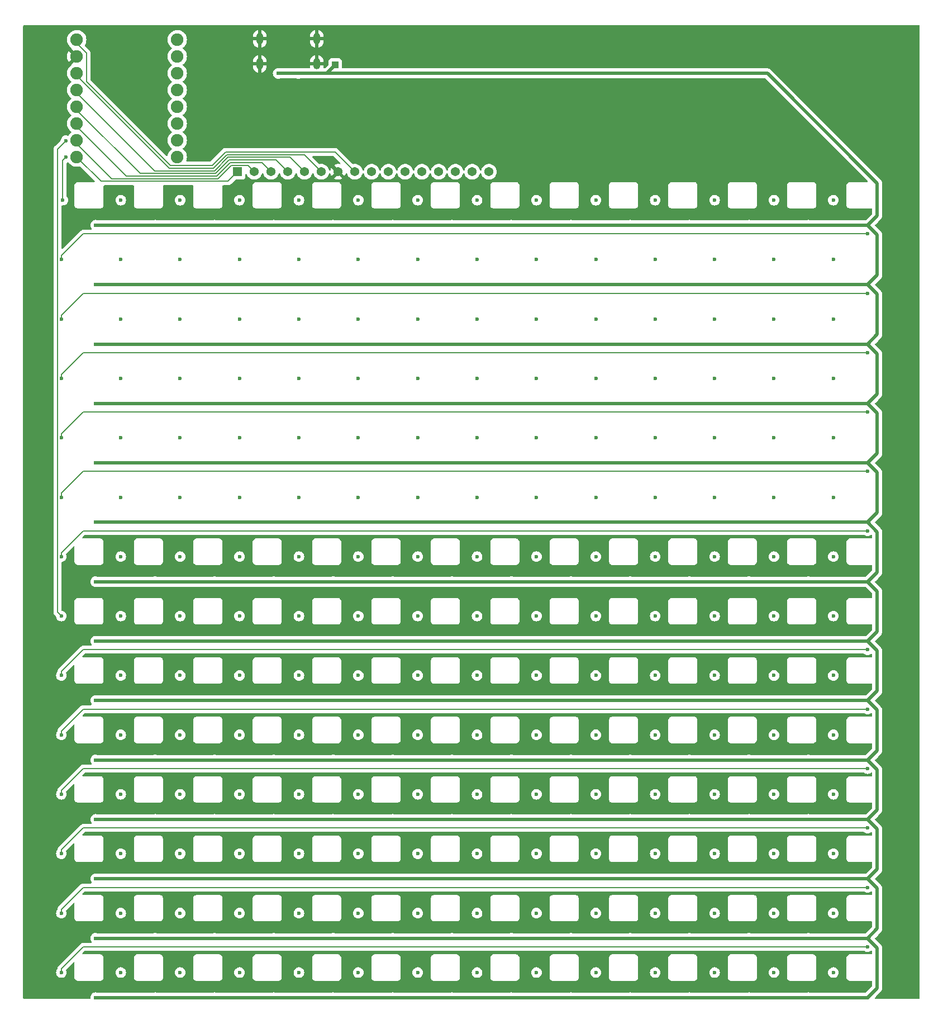
<source format=gbr>
%TF.GenerationSoftware,KiCad,Pcbnew,8.0.8*%
%TF.CreationDate,2025-04-11T11:48:30-04:00*%
%TF.ProjectId,Pixel Dust,50697865-6c20-4447-9573-742e6b696361,rev?*%
%TF.SameCoordinates,Original*%
%TF.FileFunction,Copper,L1,Top*%
%TF.FilePolarity,Positive*%
%FSLAX46Y46*%
G04 Gerber Fmt 4.6, Leading zero omitted, Abs format (unit mm)*
G04 Created by KiCad (PCBNEW 8.0.8) date 2025-04-11 11:48:30*
%MOMM*%
%LPD*%
G01*
G04 APERTURE LIST*
%TA.AperFunction,ComponentPad*%
%ADD10R,1.000000X1.000000*%
%TD*%
%TA.AperFunction,ComponentPad*%
%ADD11R,1.370000X1.370000*%
%TD*%
%TA.AperFunction,ComponentPad*%
%ADD12C,1.370000*%
%TD*%
%TA.AperFunction,HeatsinkPad*%
%ADD13O,1.100000X1.700000*%
%TD*%
%TA.AperFunction,ComponentPad*%
%ADD14C,1.905000*%
%TD*%
%TA.AperFunction,ViaPad*%
%ADD15C,0.600000*%
%TD*%
%TA.AperFunction,Conductor*%
%ADD16C,0.500000*%
%TD*%
%TA.AperFunction,Conductor*%
%ADD17C,0.200000*%
%TD*%
G04 APERTURE END LIST*
D10*
%TO.P,J2,1,Pin_1*%
%TO.N,+5V*%
X40800000Y17680000D03*
%TD*%
D11*
%TO.P,J1,01,01*%
%TO.N,GPIO0*%
X26000000Y1500000D03*
D12*
%TO.P,J1,02,02*%
%TO.N,GPIO1*%
X28540000Y1500000D03*
%TO.P,J1,03,03*%
%TO.N,GPIO2*%
X31080000Y1500000D03*
%TO.P,J1,04,04*%
%TO.N,GPIO3*%
X33620000Y1500000D03*
%TO.P,J1,05,05*%
%TO.N,GPIO4*%
X36160000Y1500000D03*
%TO.P,J1,06,06*%
%TO.N,3.3V*%
X38700000Y1500000D03*
%TO.P,J1,07,07*%
%TO.N,GND*%
X41240000Y1500000D03*
%TO.P,J1,08,08*%
%TO.N,5V*%
X43780000Y1500000D03*
%TO.P,J1,09,09*%
%TO.N,GPIO21*%
X46320000Y1500000D03*
%TO.P,J1,10,10*%
%TO.N,GPIO20*%
X48860000Y1500000D03*
%TO.P,J1,11,11*%
%TO.N,GPIO10*%
X51400000Y1500000D03*
%TO.P,J1,12,12*%
%TO.N,GPIO9*%
X53940000Y1500000D03*
%TO.P,J1,13,13*%
%TO.N,GPIO8*%
X56480000Y1500000D03*
%TO.P,J1,14,14*%
%TO.N,GPIO7*%
X59020000Y1500000D03*
%TO.P,J1,15,15*%
%TO.N,GPIO6*%
X61560000Y1500000D03*
%TO.P,J1,16,16*%
%TO.N,GPIO5*%
X64100000Y1500000D03*
%TD*%
D13*
%TO.P,P1,S1,SHIELD*%
%TO.N,GND*%
X29360000Y17840000D03*
X29360000Y21640000D03*
X38000000Y17840000D03*
X38000000Y21640000D03*
%TD*%
D14*
%TO.P,U2,5,GPIO5*%
%TO.N,GPIO5*%
X16870000Y21500000D03*
%TO.P,U2,6,GPIO6*%
%TO.N,GPIO6*%
X16870000Y18960000D03*
%TO.P,U2,7,GPIO7*%
%TO.N,GPIO7*%
X16870000Y16420000D03*
%TO.P,U2,8,GPIO8*%
%TO.N,GPIO8*%
X16870000Y13880000D03*
%TO.P,U2,9,GPIO9*%
%TO.N,GPIO9*%
X16870000Y11340000D03*
%TO.P,U2,10,GPIO10*%
%TO.N,GPIO10*%
X16870000Y8800000D03*
%TO.P,U2,20,GPIO20*%
%TO.N,GPIO20*%
X16870000Y6260000D03*
%TO.P,U2,21,GPIO21*%
%TO.N,GPIO21*%
X16870000Y3720000D03*
%TO.P,U2,0,GPIO0*%
%TO.N,GPIO0*%
X1630000Y3720000D03*
%TO.P,U2,1,GPIO1*%
%TO.N,GPIO1*%
X1630000Y6260000D03*
%TO.P,U2,2,GPIO2*%
%TO.N,GPIO2*%
X1630000Y8800000D03*
%TO.P,U2,3,GPIO3*%
%TO.N,GPIO3*%
X1630000Y11340000D03*
%TO.P,U2,4,GPIO4*%
%TO.N,GPIO4*%
X1630000Y13880000D03*
%TO.P,U2,3.3,3V3*%
%TO.N,3.3V*%
X1630000Y16420000D03*
%TO.P,U2,G,GND*%
%TO.N,GND*%
X1630000Y18960000D03*
%TO.P,U2,5V,5V*%
%TO.N,5V*%
X1630000Y21500000D03*
%TD*%
D15*
%TO.N,+5V*%
X13500000Y-42600000D03*
X58500000Y-51600000D03*
X76500000Y-87600000D03*
X4500000Y-6600000D03*
X85500000Y-114600000D03*
X94500000Y-15600000D03*
X94500000Y-69600000D03*
X22500000Y-78600000D03*
X49500000Y-96600000D03*
X103500000Y-33600000D03*
X94500000Y-42600000D03*
X67500000Y-33600000D03*
X13500000Y-96600000D03*
X58500000Y-60600000D03*
X22500000Y-87600000D03*
X4500000Y-87600000D03*
X40500000Y-42600000D03*
X13500000Y-6600000D03*
X76500000Y-69600000D03*
X103500000Y-96600000D03*
X112500000Y-114600000D03*
X4500000Y-78600000D03*
X13500000Y-15600000D03*
X121500000Y-78600000D03*
X94500000Y-96600000D03*
X103500000Y-69600000D03*
X103500000Y-114600000D03*
X67500000Y-105600000D03*
X58500000Y-114600000D03*
X40500000Y-114600000D03*
X31500000Y-51600000D03*
X40500000Y-15600000D03*
X85500000Y-6600000D03*
X121500000Y-69600000D03*
X76500000Y-96600000D03*
X76500000Y-114600000D03*
X121500000Y-114600000D03*
X112500000Y-51600000D03*
X4500000Y-114600000D03*
X85500000Y-105600000D03*
X121500000Y-96600000D03*
X112500000Y-105600000D03*
X121500000Y-105600000D03*
X103500000Y-42600000D03*
X40500000Y-33600000D03*
X58500000Y-105600000D03*
X112500000Y-33600000D03*
X67500000Y-78600000D03*
X112500000Y-69600000D03*
X76500000Y-33600000D03*
X49500000Y-87600000D03*
X112500000Y-24600000D03*
X94500000Y-60600000D03*
X121500000Y-6600000D03*
X4500000Y-51600000D03*
X40500000Y-96600000D03*
X31500000Y-87600000D03*
X76500000Y-51600000D03*
X31500000Y-105600000D03*
X40500000Y-6600000D03*
X58500000Y-96600000D03*
X13500000Y-105600000D03*
X103500000Y-87600000D03*
X121500000Y-15600000D03*
X85500000Y-123600000D03*
X58500000Y-33600000D03*
X67500000Y-69600000D03*
X121500000Y-51600000D03*
X112500000Y-60600000D03*
X31500000Y-24600000D03*
X121500000Y-33600000D03*
X58500000Y-87600000D03*
X40500000Y-78600000D03*
X94500000Y-6600000D03*
X31500000Y-114600000D03*
X94500000Y-51600000D03*
X49500000Y-42600000D03*
X85500000Y-69600000D03*
X40500000Y-123600000D03*
X103500000Y-123600000D03*
X31500000Y-15600000D03*
X121500000Y-123600000D03*
X13500000Y-123600000D03*
X67500000Y-96600000D03*
X31500000Y-42600000D03*
X13500000Y-33600000D03*
X103500000Y-60600000D03*
X31500000Y-123600000D03*
X112500000Y-15600000D03*
X67500000Y-15600000D03*
X76500000Y-105600000D03*
X58500000Y-24600000D03*
X58500000Y-42600000D03*
X85500000Y-51600000D03*
X22500000Y-114600000D03*
X35200000Y16400000D03*
X22500000Y-33600000D03*
X121500000Y-60600000D03*
X13500000Y-51600000D03*
X4500000Y-96600000D03*
X94500000Y-123600000D03*
X67500000Y-6600000D03*
X40500000Y-24600000D03*
X67500000Y-60600000D03*
X67500000Y-24600000D03*
X85500000Y-60600000D03*
X49500000Y-51600000D03*
X49500000Y-123600000D03*
X49500000Y-114600000D03*
X85500000Y-78600000D03*
X22500000Y-69600000D03*
X40500000Y-87600000D03*
X4500000Y-42600000D03*
X40500000Y-105600000D03*
X4500000Y-123600000D03*
X67500000Y-51600000D03*
X112500000Y-87600000D03*
X22500000Y-96600000D03*
X121500000Y-87600000D03*
X103500000Y-6600000D03*
X13500000Y-69600000D03*
X49500000Y-78600000D03*
X85500000Y-15600000D03*
X94500000Y-33600000D03*
X76500000Y-6600000D03*
X76500000Y-42600000D03*
X121500000Y-24600000D03*
X31500000Y-33600000D03*
X58500000Y-69600000D03*
X4500000Y-15600000D03*
X58500000Y-123600000D03*
X4500000Y-60600000D03*
X13500000Y-114600000D03*
X4500000Y-69600000D03*
X31500000Y-6600000D03*
X94500000Y-105600000D03*
X76500000Y-78600000D03*
X40500000Y-60600000D03*
X85500000Y-87600000D03*
X31500000Y-69600000D03*
X94500000Y-24600000D03*
X49500000Y-60600000D03*
X4500000Y-33600000D03*
X85500000Y-24600000D03*
X58500000Y-78600000D03*
X49500000Y-6600000D03*
X76500000Y-60600000D03*
X58500000Y-15600000D03*
X22500000Y-24600000D03*
X67500000Y-114600000D03*
X112500000Y-78600000D03*
X76500000Y-15600000D03*
X49500000Y-105600000D03*
X103500000Y-15600000D03*
X94500000Y-87600000D03*
X49500000Y-33600000D03*
X103500000Y-24600000D03*
X31500000Y-96600000D03*
X49500000Y-69600000D03*
X22500000Y-6600000D03*
X76500000Y-24600000D03*
X49500000Y-24600000D03*
X22500000Y-42600000D03*
X85500000Y-96600000D03*
X49500000Y-15600000D03*
X32160000Y16400000D03*
X13500000Y-60600000D03*
X85500000Y-33600000D03*
X4500000Y-24600000D03*
X22500000Y-15600000D03*
X85500000Y-42600000D03*
X31500000Y-78600000D03*
X13500000Y-78600000D03*
X22500000Y-123600000D03*
X67500000Y-87600000D03*
X94500000Y-114600000D03*
X13500000Y-87600000D03*
X22500000Y-60600000D03*
X103500000Y-105600000D03*
X67500000Y-123600000D03*
X40500000Y-51600000D03*
X22500000Y-105600000D03*
X31500000Y-60600000D03*
X121500000Y-42600000D03*
X13500000Y-24600000D03*
X112500000Y-6600000D03*
X58500000Y-6600000D03*
X67500000Y-42600000D03*
X103500000Y-51600000D03*
X76500000Y-123600000D03*
X112500000Y-42600000D03*
X4500000Y-105600000D03*
X103500000Y-78600000D03*
X22500000Y-51600000D03*
X94500000Y-78600000D03*
X112500000Y-96600000D03*
X40500000Y-69600000D03*
X112500000Y-123600000D03*
%TO.N,GND*%
X28100000Y-122000000D03*
X100100000Y-122000000D03*
X73100000Y-122000000D03*
X91100000Y-122000000D03*
X82100000Y-122000000D03*
X10100000Y-122000000D03*
X55100000Y-122000000D03*
X46100000Y-122000000D03*
X37100000Y-122000000D03*
X109100000Y-122000000D03*
X19100000Y-122000000D03*
X64100000Y-122000000D03*
X1100000Y-122000000D03*
X118100000Y-122000000D03*
%TO.N,GPIO0*%
X0Y3700000D03*
X-500000Y-2800000D03*
%TO.N,Net-(D1-DOUT)*%
X8300000Y-2800000D03*
%TO.N,Net-(D2-DOUT)*%
X17300000Y-2800000D03*
%TO.N,Net-(D3-DOUT)*%
X26300000Y-2800000D03*
%TO.N,Net-(D4-DOUT)*%
X35300000Y-2800000D03*
%TO.N,Net-(D5-DOUT)*%
X44300000Y-2800000D03*
%TO.N,Net-(D6-DOUT)*%
X53300000Y-2800000D03*
%TO.N,Net-(D7-DOUT)*%
X62300000Y-2800000D03*
%TO.N,Net-(D8-DOUT)*%
X71300000Y-2800000D03*
%TO.N,Net-(D10-DIN)*%
X80300000Y-2800000D03*
%TO.N,Net-(D10-DOUT)*%
X89300000Y-2800000D03*
%TO.N,Net-(D11-DOUT)*%
X98300000Y-2800000D03*
%TO.N,Net-(D12-DOUT)*%
X107300000Y-2800000D03*
%TO.N,Net-(D13-DOUT)*%
X116300000Y-2800000D03*
%TO.N,Net-(D14-DOUT)*%
X121500000Y-7900000D03*
X-700000Y-11800000D03*
%TO.N,Net-(D15-DOUT)*%
X8300000Y-11800000D03*
%TO.N,Net-(D16-DOUT)*%
X17300000Y-11800000D03*
%TO.N,Net-(D17-DOUT)*%
X26300000Y-11800000D03*
%TO.N,Net-(D18-DOUT)*%
X35300000Y-11800000D03*
%TO.N,Net-(D19-DOUT)*%
X44300000Y-11800000D03*
%TO.N,Net-(D20-DOUT)*%
X53300000Y-11800000D03*
%TO.N,Net-(D21-DOUT)*%
X62300000Y-11800000D03*
%TO.N,Net-(D22-DOUT)*%
X71300000Y-11800000D03*
%TO.N,Net-(D23-DOUT)*%
X80300000Y-11800000D03*
%TO.N,Net-(D24-DOUT)*%
X89300000Y-11800000D03*
%TO.N,Net-(D25-DOUT)*%
X98300000Y-11800000D03*
%TO.N,Net-(D26-DOUT)*%
X107300000Y-11800000D03*
%TO.N,Net-(D27-DOUT)*%
X116300000Y-11800000D03*
%TO.N,Net-(D28-DOUT)*%
X-700000Y-20800000D03*
X121500000Y-16900000D03*
%TO.N,Net-(D29-DOUT)*%
X8300000Y-20800000D03*
%TO.N,Net-(D30-DOUT)*%
X17300000Y-20800000D03*
%TO.N,Net-(D31-DOUT)*%
X26300000Y-20800000D03*
%TO.N,Net-(D32-DOUT)*%
X35300000Y-20800000D03*
%TO.N,Net-(D33-DOUT)*%
X44300000Y-20800000D03*
%TO.N,Net-(D34-DOUT)*%
X53300000Y-20800000D03*
%TO.N,Net-(D35-DOUT)*%
X62300000Y-20800000D03*
%TO.N,Net-(D36-DOUT)*%
X71300000Y-20800000D03*
%TO.N,Net-(D37-DOUT)*%
X80300000Y-20800000D03*
%TO.N,Net-(D38-DOUT)*%
X89300000Y-20800000D03*
%TO.N,Net-(D39-DOUT)*%
X98300000Y-20800000D03*
%TO.N,Net-(D40-DOUT)*%
X107300000Y-20800000D03*
%TO.N,Net-(D41-DOUT)*%
X116300000Y-20800000D03*
%TO.N,Net-(D42-DOUT)*%
X-700000Y-29800000D03*
X121500000Y-25900000D03*
%TO.N,Net-(D43-DOUT)*%
X8300000Y-29800000D03*
%TO.N,Net-(D44-DOUT)*%
X17300000Y-29800000D03*
%TO.N,Net-(D45-DOUT)*%
X26300000Y-29800000D03*
%TO.N,Net-(D46-DOUT)*%
X35300000Y-29800000D03*
%TO.N,Net-(D47-DOUT)*%
X44300000Y-29800000D03*
%TO.N,Net-(D48-DOUT)*%
X53300000Y-29800000D03*
%TO.N,Net-(D49-DOUT)*%
X62300000Y-29800000D03*
%TO.N,Net-(D50-DOUT)*%
X71300000Y-29800000D03*
%TO.N,Net-(D51-DOUT)*%
X80300000Y-29800000D03*
%TO.N,Net-(D52-DOUT)*%
X89300000Y-29800000D03*
%TO.N,Net-(D53-DOUT)*%
X98300000Y-29800000D03*
%TO.N,Net-(D54-DOUT)*%
X107300000Y-29800000D03*
%TO.N,Net-(D56-DOUT)*%
X121500000Y-34900000D03*
X-700000Y-38800000D03*
%TO.N,Net-(D57-DOUT)*%
X8300000Y-38800000D03*
%TO.N,Net-(D58-DOUT)*%
X17300000Y-38800000D03*
%TO.N,Net-(D109-DOUT)*%
X98300000Y-65800000D03*
%TO.N,Net-(D110-DOUT)*%
X107300000Y-65800000D03*
%TO.N,Net-(D59-DOUT)*%
X26300000Y-38800000D03*
%TO.N,Net-(D60-DOUT)*%
X35300000Y-38800000D03*
%TO.N,GPIO1*%
X-700000Y-65800000D03*
X0Y6200000D03*
%TO.N,Net-(D61-DOUT)*%
X44300000Y-38800000D03*
%TO.N,Net-(D62-DOUT)*%
X53300000Y-38800000D03*
%TO.N,Net-(D63-DOUT)*%
X62300000Y-38800000D03*
%TO.N,Net-(D64-DOUT)*%
X71300000Y-38800000D03*
%TO.N,Net-(D65-DOUT)*%
X80300000Y-38800000D03*
%TO.N,Net-(D66-DOUT)*%
X89300000Y-38800000D03*
%TO.N,Net-(D67-DOUT)*%
X98300000Y-38800000D03*
%TO.N,Net-(D68-DOUT)*%
X107300000Y-38800000D03*
%TO.N,Net-(D69-DOUT)*%
X116300000Y-38800000D03*
%TO.N,Net-(D70-DOUT)*%
X121500000Y-43900000D03*
X-700000Y-47800000D03*
%TO.N,Net-(D71-DOUT)*%
X8300000Y-47800000D03*
%TO.N,Net-(D72-DOUT)*%
X17300000Y-47800000D03*
%TO.N,Net-(D73-DOUT)*%
X26300000Y-47800000D03*
%TO.N,Net-(D74-DOUT)*%
X35300000Y-47800000D03*
%TO.N,Net-(D75-DOUT)*%
X44300000Y-47800000D03*
%TO.N,Net-(D76-DOUT)*%
X53300000Y-47800000D03*
%TO.N,Net-(D77-DOUT)*%
X62300000Y-47800000D03*
%TO.N,Net-(D78-DOUT)*%
X71300000Y-47800000D03*
%TO.N,Net-(D79-DOUT)*%
X80300000Y-47800000D03*
%TO.N,Net-(D80-DOUT)*%
X89300000Y-47800000D03*
%TO.N,Net-(D81-DOUT)*%
X98300000Y-47800000D03*
%TO.N,Net-(D82-DOUT)*%
X107300000Y-47800000D03*
%TO.N,Net-(D83-DOUT)*%
X116300000Y-47800000D03*
%TO.N,Net-(D84-DOUT)*%
X121500000Y-52900000D03*
X-700000Y-56800000D03*
%TO.N,Net-(D85-DOUT)*%
X8300000Y-56800000D03*
%TO.N,Net-(D86-DOUT)*%
X17300000Y-56800000D03*
%TO.N,Net-(D87-DOUT)*%
X26300000Y-56800000D03*
%TO.N,Net-(D88-DOUT)*%
X35300000Y-56800000D03*
%TO.N,Net-(D89-DOUT)*%
X44300000Y-56800000D03*
%TO.N,Net-(D90-DOUT)*%
X53300000Y-56800000D03*
%TO.N,Net-(D91-DOUT)*%
X62300000Y-56800000D03*
%TO.N,Net-(D92-DOUT)*%
X71300000Y-56800000D03*
%TO.N,Net-(D93-DOUT)*%
X80300000Y-56800000D03*
%TO.N,Net-(D94-DOUT)*%
X89300000Y-56800000D03*
%TO.N,Net-(D95-DOUT)*%
X98300000Y-56800000D03*
%TO.N,Net-(D100-DIN)*%
X8300000Y-65800000D03*
%TO.N,Net-(D55-DOUT)*%
X116300000Y-29800000D03*
%TO.N,Net-(D96-DOUT)*%
X107300000Y-56800000D03*
%TO.N,Net-(D97-DOUT)*%
X116300000Y-56800000D03*
%TO.N,Net-(D100-DOUT)*%
X17300000Y-65800000D03*
%TO.N,Net-(D101-DOUT)*%
X26300000Y-65800000D03*
%TO.N,Net-(D102-DOUT)*%
X35300000Y-65800000D03*
%TO.N,Net-(D103-DOUT)*%
X44300000Y-65800000D03*
%TO.N,Net-(D104-DOUT)*%
X53300000Y-65800000D03*
%TO.N,Net-(D105-DOUT)*%
X62300000Y-65800000D03*
%TO.N,Net-(D106-DOUT)*%
X71300000Y-65800000D03*
%TO.N,Net-(D107-DOUT)*%
X80300000Y-65800000D03*
%TO.N,Net-(D108-DOUT)*%
X89300000Y-65800000D03*
%TO.N,Net-(D112-DOUT)*%
X121500000Y-70900000D03*
X-700000Y-74800000D03*
%TO.N,Net-(D113-DOUT)*%
X8300000Y-74800000D03*
%TO.N,Net-(D114-DOUT)*%
X17300000Y-74800000D03*
%TO.N,Net-(D111-DOUT)*%
X116300000Y-65800000D03*
%TO.N,Net-(D115-DOUT)*%
X26300000Y-74800000D03*
%TO.N,Net-(D191-DOUT)*%
X80300000Y-119800000D03*
%TO.N,Net-(D116-DOUT)*%
X35300000Y-74800000D03*
%TO.N,Net-(D192-DOUT)*%
X89300000Y-119800000D03*
%TO.N,Net-(D117-DOUT)*%
X44300000Y-74800000D03*
%TO.N,Net-(D193-DOUT)*%
X98300000Y-119800000D03*
%TO.N,Net-(D194-DOUT)*%
X107300000Y-119800000D03*
%TO.N,Net-(D118-DOUT)*%
X53300000Y-74800000D03*
%TO.N,Net-(D119-DOUT)*%
X62300000Y-74800000D03*
%TO.N,Net-(D120-DOUT)*%
X71300000Y-74800000D03*
%TO.N,Net-(D121-DOUT)*%
X80300000Y-74800000D03*
%TO.N,Net-(D122-DOUT)*%
X89300000Y-74800000D03*
%TO.N,Net-(D123-DOUT)*%
X98300000Y-74800000D03*
%TO.N,Net-(D124-DOUT)*%
X107300000Y-74800000D03*
%TO.N,Net-(D125-DOUT)*%
X116300000Y-74800000D03*
%TO.N,Net-(D126-DOUT)*%
X121500000Y-79900000D03*
X-700000Y-83800000D03*
%TO.N,Net-(D127-DOUT)*%
X8300000Y-83800000D03*
%TO.N,Net-(D128-DOUT)*%
X17300000Y-83800000D03*
%TO.N,Net-(D129-DOUT)*%
X26300000Y-83800000D03*
%TO.N,Net-(D130-DOUT)*%
X35300000Y-83800000D03*
%TO.N,Net-(D131-DOUT)*%
X44300000Y-83800000D03*
%TO.N,Net-(D132-DOUT)*%
X53300000Y-83800000D03*
%TO.N,Net-(D133-DOUT)*%
X62300000Y-83800000D03*
%TO.N,Net-(D134-DOUT)*%
X71300000Y-83800000D03*
%TO.N,Net-(D135-DOUT)*%
X80300000Y-83800000D03*
%TO.N,Net-(D136-DOUT)*%
X89300000Y-83800000D03*
%TO.N,Net-(D137-DOUT)*%
X98300000Y-83800000D03*
%TO.N,Net-(D138-DOUT)*%
X107300000Y-83800000D03*
%TO.N,Net-(D139-DOUT)*%
X116300000Y-83800000D03*
%TO.N,Net-(D140-DOUT)*%
X-700000Y-92800000D03*
X121500000Y-88900000D03*
%TO.N,Net-(D141-DOUT)*%
X8300000Y-92800000D03*
%TO.N,Net-(D142-DOUT)*%
X17300000Y-92800000D03*
%TO.N,Net-(D143-DOUT)*%
X26300000Y-92800000D03*
%TO.N,Net-(D144-DOUT)*%
X35300000Y-92800000D03*
%TO.N,Net-(D145-DOUT)*%
X44300000Y-92800000D03*
%TO.N,Net-(D146-DOUT)*%
X53300000Y-92800000D03*
%TO.N,Net-(D147-DOUT)*%
X62300000Y-92800000D03*
%TO.N,Net-(D148-DOUT)*%
X71300000Y-92800000D03*
%TO.N,Net-(D149-DOUT)*%
X80300000Y-92800000D03*
%TO.N,Net-(D150-DOUT)*%
X89300000Y-92800000D03*
%TO.N,Net-(D151-DOUT)*%
X98300000Y-92800000D03*
%TO.N,Net-(D152-DOUT)*%
X107300000Y-92800000D03*
%TO.N,Net-(D153-DOUT)*%
X116300000Y-92800000D03*
%TO.N,Net-(D154-DOUT)*%
X121500000Y-97900000D03*
X-700000Y-101800000D03*
%TO.N,Net-(D155-DOUT)*%
X8300000Y-101800000D03*
%TO.N,Net-(D156-DOUT)*%
X17300000Y-101800000D03*
%TO.N,Net-(D157-DOUT)*%
X26300000Y-101800000D03*
%TO.N,Net-(D158-DOUT)*%
X35300000Y-101800000D03*
%TO.N,Net-(D159-DOUT)*%
X44300000Y-101800000D03*
%TO.N,Net-(D160-DOUT)*%
X53300000Y-101800000D03*
%TO.N,Net-(D161-DOUT)*%
X62300000Y-101800000D03*
%TO.N,Net-(D162-DOUT)*%
X71300000Y-101800000D03*
%TO.N,Net-(D163-DOUT)*%
X80300000Y-101800000D03*
%TO.N,Net-(D164-DOUT)*%
X89300000Y-101800000D03*
%TO.N,Net-(D165-DOUT)*%
X98300000Y-101800000D03*
%TO.N,Net-(D166-DOUT)*%
X107300000Y-101800000D03*
%TO.N,Net-(D167-DOUT)*%
X116300000Y-101800000D03*
%TO.N,Net-(D168-DOUT)*%
X-700000Y-110800000D03*
X121500000Y-106900000D03*
%TO.N,Net-(D169-DOUT)*%
X8300000Y-110800000D03*
%TO.N,Net-(D170-DOUT)*%
X17300000Y-110800000D03*
%TO.N,Net-(D171-DOUT)*%
X26300000Y-110800000D03*
%TO.N,Net-(D172-DOUT)*%
X35300000Y-110800000D03*
%TO.N,Net-(D173-DOUT)*%
X44300000Y-110800000D03*
%TO.N,Net-(D174-DOUT)*%
X53300000Y-110800000D03*
%TO.N,Net-(D175-DOUT)*%
X62300000Y-110800000D03*
%TO.N,Net-(D176-DOUT)*%
X71300000Y-110800000D03*
%TO.N,Net-(D177-DOUT)*%
X80300000Y-110800000D03*
%TO.N,Net-(D178-DOUT)*%
X89300000Y-110800000D03*
%TO.N,Net-(D179-DOUT)*%
X98300000Y-110800000D03*
%TO.N,Net-(D180-DOUT)*%
X107300000Y-110800000D03*
%TO.N,Net-(D181-DOUT)*%
X116300000Y-110800000D03*
%TO.N,Net-(D182-DOUT)*%
X121500000Y-115900000D03*
X-700000Y-119800000D03*
%TO.N,Net-(D183-DOUT)*%
X8300000Y-119800000D03*
%TO.N,Net-(D184-DOUT)*%
X17300000Y-119800000D03*
%TO.N,Net-(D185-DOUT)*%
X26300000Y-119800000D03*
%TO.N,Net-(D186-DOUT)*%
X35300000Y-119800000D03*
%TO.N,Net-(D187-DOUT)*%
X44300000Y-119800000D03*
%TO.N,Net-(D188-DOUT)*%
X53300000Y-119800000D03*
%TO.N,Net-(D189-DOUT)*%
X62300000Y-119800000D03*
%TO.N,Net-(D190-DOUT)*%
X71300000Y-119800000D03*
%TO.N,Net-(D195-DOUT)*%
X116300000Y-119800000D03*
%TD*%
D16*
%TO.N,+5V*%
X40500000Y-123600000D02*
X49500000Y-123600000D01*
X4500000Y-87600000D02*
X13500000Y-87600000D01*
X112500000Y-123600000D02*
X121500000Y-123600000D01*
X76500000Y-69600000D02*
X85500000Y-69600000D01*
X94500000Y-24600000D02*
X103500000Y-24600000D01*
X49500000Y-15600000D02*
X58500000Y-15600000D01*
X122950000Y-26050000D02*
X122950000Y-32150000D01*
X49500000Y-78600000D02*
X58500000Y-78600000D01*
X58500000Y-105600000D02*
X67500000Y-105600000D01*
X49500000Y-87600000D02*
X58500000Y-87600000D01*
X4500000Y-123600000D02*
X13500000Y-123600000D01*
X40500000Y-24600000D02*
X49500000Y-24600000D01*
X122950000Y-98050000D02*
X122950000Y-104150000D01*
X40500000Y-78600000D02*
X49500000Y-78600000D01*
X122950000Y-116050000D02*
X122950000Y-122150000D01*
X31500000Y-15600000D02*
X40500000Y-15600000D01*
X67500000Y-51600000D02*
X76500000Y-51600000D01*
X13500000Y-51600000D02*
X22500000Y-51600000D01*
X58500000Y-96600000D02*
X67500000Y-96600000D01*
X40500000Y-96600000D02*
X49500000Y-96600000D01*
X58500000Y-6600000D02*
X67500000Y-6600000D01*
X67500000Y-96600000D02*
X76500000Y-96600000D01*
X22500000Y-87600000D02*
X31500000Y-87600000D01*
X22500000Y-114600000D02*
X31500000Y-114600000D01*
X112500000Y-78600000D02*
X121500000Y-78600000D01*
X112500000Y-87600000D02*
X121500000Y-87600000D01*
X103500000Y-6600000D02*
X112500000Y-6600000D01*
X122950000Y-104150000D02*
X121500000Y-105600000D01*
X103500000Y-15600000D02*
X112500000Y-15600000D01*
X94500000Y-105600000D02*
X103500000Y-105600000D01*
X58500000Y-78600000D02*
X67500000Y-78600000D01*
X121500000Y-42600000D02*
X122950000Y-44050000D01*
X22500000Y-51600000D02*
X31500000Y-51600000D01*
X40500000Y-87600000D02*
X49500000Y-87600000D01*
X4500000Y-69600000D02*
X13500000Y-69600000D01*
X40500000Y-15600000D02*
X49500000Y-15600000D01*
X94500000Y-78600000D02*
X103500000Y-78600000D01*
X122950000Y-35050000D02*
X122950000Y-41150000D01*
X40500000Y-69600000D02*
X49500000Y-69600000D01*
X49500000Y-114600000D02*
X58500000Y-114600000D01*
X4500000Y-60600000D02*
X13500000Y-60600000D01*
X22500000Y-42600000D02*
X31500000Y-42600000D01*
X85500000Y-42600000D02*
X94500000Y-42600000D01*
X22500000Y-15600000D02*
X31500000Y-15600000D01*
X122950000Y-89050000D02*
X122950000Y-95150000D01*
X22500000Y-33600000D02*
X31500000Y-33600000D01*
X122950000Y-44050000D02*
X122950000Y-50150000D01*
X4500000Y-96600000D02*
X13500000Y-96600000D01*
X4500000Y-78600000D02*
X13500000Y-78600000D01*
X40500000Y-114600000D02*
X49500000Y-114600000D01*
X121500000Y-51600000D02*
X122950000Y-53050000D01*
X76500000Y-60600000D02*
X85500000Y-60600000D01*
X122950000Y-41150000D02*
X121500000Y-42600000D01*
X103500000Y-42600000D02*
X112500000Y-42600000D01*
X13500000Y-33600000D02*
X22500000Y-33600000D01*
X122950000Y-239340D02*
X106310660Y16400000D01*
X122950000Y-5150000D02*
X121500000Y-6600000D01*
X67500000Y-60600000D02*
X76500000Y-60600000D01*
X76500000Y-123600000D02*
X85500000Y-123600000D01*
X39520000Y16400000D02*
X35200000Y16400000D01*
X31500000Y-6600000D02*
X40500000Y-6600000D01*
X94500000Y-15600000D02*
X103500000Y-15600000D01*
X121500000Y-69600000D02*
X122950000Y-71050000D01*
X31500000Y-24600000D02*
X40500000Y-24600000D01*
X103500000Y-33600000D02*
X112500000Y-33600000D01*
X49500000Y-105600000D02*
X58500000Y-105600000D01*
X40500000Y-60600000D02*
X49500000Y-60600000D01*
X49500000Y-69600000D02*
X58500000Y-69600000D01*
X76500000Y-96600000D02*
X85500000Y-96600000D01*
X76500000Y-114600000D02*
X85500000Y-114600000D01*
X122950000Y-59150000D02*
X121500000Y-60600000D01*
X122950000Y-17050000D02*
X122950000Y-23150000D01*
X121500000Y-96600000D02*
X122950000Y-98050000D01*
X112500000Y-51600000D02*
X121500000Y-51600000D01*
X58500000Y-24600000D02*
X67500000Y-24600000D01*
X4500000Y-42600000D02*
X13500000Y-42600000D01*
X94500000Y-96600000D02*
X103500000Y-96600000D01*
X122950000Y-113150000D02*
X121500000Y-114600000D01*
X4500000Y-6600000D02*
X13500000Y-6600000D01*
X94500000Y-60600000D02*
X103500000Y-60600000D01*
X13500000Y-6600000D02*
X22500000Y-6600000D01*
X31500000Y-33600000D02*
X40500000Y-33600000D01*
X112500000Y-33600000D02*
X121500000Y-33600000D01*
X122950000Y-95150000D02*
X121500000Y-96600000D01*
X58500000Y-87600000D02*
X67500000Y-87600000D01*
X67500000Y-24600000D02*
X76500000Y-24600000D01*
X67500000Y-69600000D02*
X76500000Y-69600000D01*
X122950000Y-32150000D02*
X121500000Y-33600000D01*
X67500000Y-87600000D02*
X76500000Y-87600000D01*
X122950000Y-77150000D02*
X121500000Y-78600000D01*
X4500000Y-114600000D02*
X13500000Y-114600000D01*
X13500000Y-87600000D02*
X22500000Y-87600000D01*
X35200000Y16400000D02*
X32160000Y16400000D01*
X31500000Y-42600000D02*
X40500000Y-42600000D01*
X94500000Y-69600000D02*
X103500000Y-69600000D01*
X85500000Y-60600000D02*
X94500000Y-60600000D01*
X94500000Y-6600000D02*
X103500000Y-6600000D01*
X122950000Y-8050000D02*
X122950000Y-14150000D01*
X94500000Y-51600000D02*
X103500000Y-51600000D01*
X22500000Y-105600000D02*
X31500000Y-105600000D01*
X31500000Y-123600000D02*
X40500000Y-123600000D01*
X76500000Y-24600000D02*
X85500000Y-24600000D01*
X31500000Y-87600000D02*
X40500000Y-87600000D01*
X122950000Y-71050000D02*
X122950000Y-77150000D01*
X58500000Y-42600000D02*
X67500000Y-42600000D01*
X49500000Y-96600000D02*
X58500000Y-96600000D01*
X112500000Y-96600000D02*
X121500000Y-96600000D01*
X85500000Y-123600000D02*
X94500000Y-123600000D01*
X58500000Y-15600000D02*
X67500000Y-15600000D01*
X58500000Y-60600000D02*
X67500000Y-60600000D01*
X85500000Y-15600000D02*
X94500000Y-15600000D01*
X121500000Y-15600000D02*
X122950000Y-17050000D01*
X76500000Y-87600000D02*
X85500000Y-87600000D01*
X13500000Y-42600000D02*
X22500000Y-42600000D01*
X40500000Y-42600000D02*
X49500000Y-42600000D01*
X76500000Y-42600000D02*
X85500000Y-42600000D01*
X85500000Y-51600000D02*
X94500000Y-51600000D01*
X67500000Y-33600000D02*
X76500000Y-33600000D01*
X94500000Y-42600000D02*
X103500000Y-42600000D01*
X121500000Y-24600000D02*
X122950000Y-26050000D01*
X103500000Y-87600000D02*
X112500000Y-87600000D01*
X85500000Y-78600000D02*
X94500000Y-78600000D01*
X67500000Y-42600000D02*
X76500000Y-42600000D01*
X103500000Y-114600000D02*
X112500000Y-114600000D01*
X85500000Y-87600000D02*
X94500000Y-87600000D01*
X58500000Y-69600000D02*
X67500000Y-69600000D01*
X49500000Y-123600000D02*
X58500000Y-123600000D01*
X103500000Y-60600000D02*
X112500000Y-60600000D01*
X94500000Y-87600000D02*
X103500000Y-87600000D01*
X58500000Y-114600000D02*
X67500000Y-114600000D01*
X49500000Y-33600000D02*
X58500000Y-33600000D01*
X13500000Y-78600000D02*
X22500000Y-78600000D01*
X122950000Y-62050000D02*
X122950000Y-68150000D01*
X85500000Y-6600000D02*
X94500000Y-6600000D01*
X13500000Y-105600000D02*
X22500000Y-105600000D01*
X122950000Y-107050000D02*
X122950000Y-113150000D01*
X31500000Y-105600000D02*
X40500000Y-105600000D01*
X22500000Y-96600000D02*
X31500000Y-96600000D01*
X4500000Y-105600000D02*
X13500000Y-105600000D01*
X106310660Y16400000D02*
X35200000Y16400000D01*
X122950000Y-53050000D02*
X122950000Y-59150000D01*
X22500000Y-6600000D02*
X31500000Y-6600000D01*
X85500000Y-24600000D02*
X94500000Y-24600000D01*
X4500000Y-33600000D02*
X13500000Y-33600000D01*
X122950000Y-50150000D02*
X121500000Y-51600000D01*
X103500000Y-69600000D02*
X112500000Y-69600000D01*
X13500000Y-60600000D02*
X22500000Y-60600000D01*
X13500000Y-15600000D02*
X22500000Y-15600000D01*
X122950000Y-14150000D02*
X121500000Y-15600000D01*
X112500000Y-60600000D02*
X121500000Y-60600000D01*
X22500000Y-60600000D02*
X31500000Y-60600000D01*
X22500000Y-78600000D02*
X31500000Y-78600000D01*
X31500000Y-96600000D02*
X40500000Y-96600000D01*
X121500000Y-105600000D02*
X122950000Y-107050000D01*
X112500000Y-69600000D02*
X121500000Y-69600000D01*
X4500000Y-24600000D02*
X13500000Y-24600000D01*
X13500000Y-96600000D02*
X22500000Y-96600000D01*
X67500000Y-15600000D02*
X76500000Y-15600000D01*
X94500000Y-33600000D02*
X103500000Y-33600000D01*
X121500000Y-60600000D02*
X122950000Y-62050000D01*
X85500000Y-33600000D02*
X94500000Y-33600000D01*
X112500000Y-24600000D02*
X121500000Y-24600000D01*
X49500000Y-42600000D02*
X58500000Y-42600000D01*
X58500000Y-123600000D02*
X67500000Y-123600000D01*
X49500000Y-60600000D02*
X58500000Y-60600000D01*
X67500000Y-123600000D02*
X76500000Y-123600000D01*
X112500000Y-114600000D02*
X121500000Y-114600000D01*
X85500000Y-96600000D02*
X94500000Y-96600000D01*
X49500000Y-6600000D02*
X58500000Y-6600000D01*
X112500000Y-42600000D02*
X121500000Y-42600000D01*
X121500000Y-6600000D02*
X122950000Y-8050000D01*
X40500000Y-6600000D02*
X49500000Y-6600000D01*
X76500000Y-78600000D02*
X85500000Y-78600000D01*
X103500000Y-24600000D02*
X112500000Y-24600000D01*
X122950000Y-122150000D02*
X121500000Y-123600000D01*
X103500000Y-96600000D02*
X112500000Y-96600000D01*
X4500000Y-51600000D02*
X13500000Y-51600000D01*
X76500000Y-33600000D02*
X85500000Y-33600000D01*
X22500000Y-123600000D02*
X31500000Y-123600000D01*
X67500000Y-114600000D02*
X76500000Y-114600000D01*
X13500000Y-69600000D02*
X22500000Y-69600000D01*
X31500000Y-51600000D02*
X40500000Y-51600000D01*
X85500000Y-69600000D02*
X94500000Y-69600000D01*
X58500000Y-33600000D02*
X67500000Y-33600000D01*
X85500000Y-105600000D02*
X94500000Y-105600000D01*
X31500000Y-60600000D02*
X40500000Y-60600000D01*
X58500000Y-51600000D02*
X67500000Y-51600000D01*
X4500000Y-15600000D02*
X13500000Y-15600000D01*
X121500000Y-114600000D02*
X122950000Y-116050000D01*
X49500000Y-51600000D02*
X58500000Y-51600000D01*
X112500000Y-6600000D02*
X121500000Y-6600000D01*
X76500000Y-15600000D02*
X85500000Y-15600000D01*
X122950000Y-68150000D02*
X121500000Y-69600000D01*
X13500000Y-114600000D02*
X22500000Y-114600000D01*
X13500000Y-24600000D02*
X22500000Y-24600000D01*
X121500000Y-87600000D02*
X122950000Y-89050000D01*
X103500000Y-78600000D02*
X112500000Y-78600000D01*
X76500000Y-51600000D02*
X85500000Y-51600000D01*
X85500000Y-114600000D02*
X94500000Y-114600000D01*
X103500000Y-51600000D02*
X112500000Y-51600000D01*
X122950000Y-80050000D02*
X122950000Y-86150000D01*
X31500000Y-114600000D02*
X40500000Y-114600000D01*
X112500000Y-105600000D02*
X121500000Y-105600000D01*
X40500000Y-51600000D02*
X49500000Y-51600000D01*
X67500000Y-105600000D02*
X76500000Y-105600000D01*
X31500000Y-78600000D02*
X40500000Y-78600000D01*
X22500000Y-24600000D02*
X31500000Y-24600000D01*
X103500000Y-105600000D02*
X112500000Y-105600000D01*
X40500000Y-33600000D02*
X49500000Y-33600000D01*
X94500000Y-123600000D02*
X103500000Y-123600000D01*
X103500000Y-123600000D02*
X112500000Y-123600000D01*
X49500000Y-24600000D02*
X58500000Y-24600000D01*
X122950000Y-23150000D02*
X121500000Y-24600000D01*
X76500000Y-6600000D02*
X85500000Y-6600000D01*
X76500000Y-105600000D02*
X85500000Y-105600000D01*
X122950000Y-86150000D02*
X121500000Y-87600000D01*
X121500000Y-33600000D02*
X122950000Y-35050000D01*
X121500000Y-78600000D02*
X122950000Y-80050000D01*
X122950000Y-239340D02*
X122950000Y-5150000D01*
X67500000Y-78600000D02*
X76500000Y-78600000D01*
X67500000Y-6600000D02*
X76500000Y-6600000D01*
X112500000Y-15600000D02*
X121500000Y-15600000D01*
X40800000Y17680000D02*
X39520000Y16400000D01*
X94500000Y-114600000D02*
X103500000Y-114600000D01*
X31500000Y-69600000D02*
X40500000Y-69600000D01*
X22500000Y-69600000D02*
X31500000Y-69600000D01*
X13500000Y-123600000D02*
X22500000Y-123600000D01*
X40500000Y-105600000D02*
X49500000Y-105600000D01*
D17*
%TO.N,GPIO0*%
X-500000Y3200000D02*
X-500000Y-2800000D01*
X5300000Y50000D02*
X24550000Y50000D01*
X24550000Y50000D02*
X26000000Y1500000D01*
X1630000Y3720000D02*
X5300000Y50000D01*
X0Y3700000D02*
X-500000Y3200000D01*
%TO.N,Net-(D14-DOUT)*%
X-700000Y-11201472D02*
X2601472Y-7900000D01*
X2601472Y-7900000D02*
X121500000Y-7900000D01*
X-700000Y-11800000D02*
X-700000Y-11201472D01*
%TO.N,Net-(D28-DOUT)*%
X-700000Y-20201472D02*
X2601472Y-16900000D01*
X2601472Y-16900000D02*
X121500000Y-16900000D01*
X-700000Y-20800000D02*
X-700000Y-20201472D01*
%TO.N,Net-(D42-DOUT)*%
X-700000Y-29800000D02*
X-700000Y-29201472D01*
X2601472Y-25900000D02*
X121500000Y-25900000D01*
X-700000Y-29201472D02*
X2601472Y-25900000D01*
%TO.N,Net-(D56-DOUT)*%
X-700000Y-38201472D02*
X2601472Y-34900000D01*
X-700000Y-38800000D02*
X-700000Y-38201472D01*
X2601472Y-34900000D02*
X121500000Y-34900000D01*
%TO.N,GPIO1*%
X27555000Y2485000D02*
X28540000Y1500000D01*
X0Y6200000D02*
X-1300000Y4900000D01*
X-1300000Y4900000D02*
X-1300000Y-65200000D01*
X22980000Y450000D02*
X25015000Y2485000D01*
X-1300000Y-65200000D02*
X-700000Y-65800000D01*
X25015000Y2485000D02*
X27555000Y2485000D01*
X1630000Y5770000D02*
X6950000Y450000D01*
X1630000Y6260000D02*
X1630000Y5770000D01*
X6950000Y450000D02*
X22980000Y450000D01*
%TO.N,Net-(D70-DOUT)*%
X2601472Y-43900000D02*
X121500000Y-43900000D01*
X-700000Y-47800000D02*
X-700000Y-47201472D01*
X-700000Y-47201472D02*
X2601472Y-43900000D01*
%TO.N,Net-(D84-DOUT)*%
X-700000Y-56201472D02*
X2601472Y-52900000D01*
X-700000Y-56800000D02*
X-700000Y-56201472D01*
X2601472Y-52900000D02*
X121500000Y-52900000D01*
%TO.N,Net-(D112-DOUT)*%
X-700000Y-74800000D02*
X-700000Y-74201472D01*
X2601472Y-70900000D02*
X121500000Y-70900000D01*
X-700000Y-74201472D02*
X2601472Y-70900000D01*
%TO.N,Net-(D126-DOUT)*%
X-700000Y-83800000D02*
X-700000Y-83201472D01*
X-700000Y-83201472D02*
X2601472Y-79900000D01*
X2601472Y-79900000D02*
X121500000Y-79900000D01*
%TO.N,Net-(D140-DOUT)*%
X2601472Y-88900000D02*
X121500000Y-88900000D01*
X-700000Y-92800000D02*
X-700000Y-92201472D01*
X-700000Y-92201472D02*
X2601472Y-88900000D01*
%TO.N,Net-(D154-DOUT)*%
X-700000Y-101201472D02*
X2601472Y-97900000D01*
X2601472Y-97900000D02*
X121500000Y-97900000D01*
X-700000Y-101800000D02*
X-700000Y-101201472D01*
%TO.N,Net-(D168-DOUT)*%
X2601472Y-106900000D02*
X121500000Y-106900000D01*
X-700000Y-110201472D02*
X2601472Y-106900000D01*
X-700000Y-110800000D02*
X-700000Y-110201472D01*
%TO.N,Net-(D182-DOUT)*%
X2601472Y-115900000D02*
X121500000Y-115900000D01*
X-700000Y-119201472D02*
X2601472Y-115900000D01*
X-700000Y-119800000D02*
X-700000Y-119201472D01*
%TO.N,GPIO2*%
X29695000Y2885000D02*
X31080000Y1500000D01*
X1630000Y8800000D02*
X1630000Y8370000D01*
X9150000Y850000D02*
X22814314Y850000D01*
X22814314Y850000D02*
X24849314Y2885000D01*
X24849314Y2885000D02*
X29695000Y2885000D01*
X1630000Y8370000D02*
X9150000Y850000D01*
%TO.N,3.3V*%
X1630000Y16420000D02*
X1630000Y16070000D01*
X22317256Y2050000D02*
X24352256Y4085000D01*
X1630000Y16070000D02*
X15650000Y2050000D01*
X36115000Y4085000D02*
X38700000Y1500000D01*
X24352256Y4085000D02*
X36115000Y4085000D01*
X15650000Y2050000D02*
X22317256Y2050000D01*
%TO.N,5V*%
X15815686Y2450000D02*
X22150000Y2450000D01*
X3100000Y19500000D02*
X3100000Y15165686D01*
X24185000Y4485000D02*
X40795000Y4485000D01*
X1630000Y20970000D02*
X3100000Y19500000D01*
X40795000Y4485000D02*
X43780000Y1500000D01*
X22150000Y2450000D02*
X24185000Y4485000D01*
X1630000Y21500000D02*
X1630000Y20970000D01*
X3100000Y15165686D02*
X15815686Y2450000D01*
%TO.N,GPIO4*%
X24517942Y3685000D02*
X33975000Y3685000D01*
X1630000Y13880000D02*
X1630000Y13470000D01*
X22482942Y1650000D02*
X24517942Y3685000D01*
X13450000Y1650000D02*
X22482942Y1650000D01*
X33975000Y3685000D02*
X36160000Y1500000D01*
X1630000Y13470000D02*
X13450000Y1650000D01*
%TO.N,GPIO3*%
X22648628Y1250000D02*
X24683628Y3285000D01*
X1630000Y10870000D02*
X11250000Y1250000D01*
X24683628Y3285000D02*
X31835000Y3285000D01*
X1630000Y11340000D02*
X1630000Y10870000D01*
X31835000Y3285000D02*
X33620000Y1500000D01*
X11250000Y1250000D02*
X22648628Y1250000D01*
%TD*%
%TA.AperFunction,Conductor*%
%TO.N,GND*%
G36*
X129342539Y23679815D02*
G01*
X129388294Y23627011D01*
X129399500Y23575500D01*
X129399500Y-123675500D01*
X129379815Y-123742539D01*
X129327011Y-123788294D01*
X129275500Y-123799500D01*
X122661230Y-123799500D01*
X122594191Y-123779815D01*
X122548436Y-123727011D01*
X122538492Y-123657853D01*
X122567517Y-123594297D01*
X122573549Y-123587819D01*
X122740623Y-123420745D01*
X123532952Y-122628415D01*
X123560205Y-122587627D01*
X123615084Y-122505495D01*
X123638518Y-122448920D01*
X123671659Y-122368912D01*
X123700500Y-122223917D01*
X123700500Y-122076082D01*
X123700500Y-115976082D01*
X123685366Y-115900000D01*
X123671659Y-115831088D01*
X123617408Y-115700117D01*
X123615764Y-115695522D01*
X123532954Y-115571588D01*
X123532953Y-115571587D01*
X123532951Y-115571584D01*
X123428416Y-115467049D01*
X122649048Y-114687681D01*
X122615563Y-114626358D01*
X122620547Y-114556666D01*
X122649048Y-114512319D01*
X123063630Y-114097737D01*
X123532952Y-113628415D01*
X123560205Y-113587627D01*
X123615084Y-113505495D01*
X123638518Y-113448920D01*
X123671659Y-113368912D01*
X123700500Y-113223917D01*
X123700500Y-113076082D01*
X123700500Y-106976082D01*
X123685366Y-106900000D01*
X123671659Y-106831088D01*
X123617408Y-106700117D01*
X123615764Y-106695522D01*
X123532954Y-106571588D01*
X123532953Y-106571587D01*
X123532951Y-106571584D01*
X123428416Y-106467049D01*
X122649048Y-105687681D01*
X122615563Y-105626358D01*
X122620547Y-105556666D01*
X122649048Y-105512319D01*
X123063630Y-105097737D01*
X123532952Y-104628415D01*
X123560205Y-104587627D01*
X123615084Y-104505495D01*
X123638518Y-104448920D01*
X123671659Y-104368912D01*
X123700500Y-104223917D01*
X123700500Y-104076082D01*
X123700500Y-97976082D01*
X123685366Y-97900000D01*
X123671659Y-97831088D01*
X123617408Y-97700117D01*
X123615764Y-97695522D01*
X123532954Y-97571588D01*
X123532953Y-97571587D01*
X123532951Y-97571584D01*
X123428416Y-97467049D01*
X122649048Y-96687681D01*
X122615563Y-96626358D01*
X122620547Y-96556666D01*
X122649048Y-96512319D01*
X123063630Y-96097737D01*
X123532952Y-95628415D01*
X123560205Y-95587627D01*
X123615084Y-95505495D01*
X123638518Y-95448920D01*
X123671659Y-95368912D01*
X123700500Y-95223917D01*
X123700500Y-95076082D01*
X123700500Y-88976082D01*
X123685366Y-88900000D01*
X123671659Y-88831088D01*
X123617408Y-88700117D01*
X123615764Y-88695522D01*
X123532954Y-88571588D01*
X123532953Y-88571587D01*
X123532951Y-88571584D01*
X123428416Y-88467049D01*
X122649048Y-87687681D01*
X122615563Y-87626358D01*
X122620547Y-87556666D01*
X122649048Y-87512319D01*
X123063630Y-87097737D01*
X123532952Y-86628415D01*
X123560205Y-86587627D01*
X123615084Y-86505495D01*
X123638518Y-86448920D01*
X123671659Y-86368912D01*
X123700500Y-86223917D01*
X123700500Y-86076082D01*
X123700500Y-79976082D01*
X123685366Y-79900000D01*
X123671659Y-79831088D01*
X123617408Y-79700117D01*
X123615764Y-79695522D01*
X123532954Y-79571588D01*
X123532953Y-79571587D01*
X123532951Y-79571584D01*
X123428416Y-79467049D01*
X122649048Y-78687681D01*
X122615563Y-78626358D01*
X122620547Y-78556666D01*
X122649048Y-78512319D01*
X123063630Y-78097737D01*
X123532952Y-77628415D01*
X123560205Y-77587627D01*
X123615084Y-77505495D01*
X123638518Y-77448920D01*
X123671659Y-77368912D01*
X123700500Y-77223917D01*
X123700500Y-77076082D01*
X123700500Y-70976082D01*
X123685366Y-70900000D01*
X123671659Y-70831088D01*
X123617408Y-70700117D01*
X123615764Y-70695522D01*
X123532954Y-70571588D01*
X123532953Y-70571587D01*
X123532951Y-70571584D01*
X123428416Y-70467049D01*
X122649048Y-69687681D01*
X122615563Y-69626358D01*
X122620547Y-69556666D01*
X122649048Y-69512319D01*
X123063630Y-69097737D01*
X123532952Y-68628415D01*
X123560205Y-68587627D01*
X123615084Y-68505495D01*
X123638518Y-68448920D01*
X123671659Y-68368912D01*
X123700500Y-68223917D01*
X123700500Y-68076082D01*
X123700500Y-61976082D01*
X123694763Y-61947241D01*
X123671659Y-61831088D01*
X123617408Y-61700117D01*
X123615764Y-61695522D01*
X123532954Y-61571588D01*
X123532953Y-61571587D01*
X123532951Y-61571584D01*
X123428416Y-61467049D01*
X122649048Y-60687681D01*
X122615563Y-60626358D01*
X122620547Y-60556666D01*
X122649048Y-60512319D01*
X123063630Y-60097737D01*
X123532952Y-59628415D01*
X123560205Y-59587627D01*
X123615084Y-59505495D01*
X123638518Y-59448920D01*
X123671659Y-59368912D01*
X123700500Y-59223917D01*
X123700500Y-59076082D01*
X123700500Y-52976082D01*
X123685366Y-52900000D01*
X123671659Y-52831088D01*
X123617408Y-52700117D01*
X123615764Y-52695522D01*
X123532954Y-52571588D01*
X123532953Y-52571587D01*
X123532951Y-52571584D01*
X123428416Y-52467049D01*
X122649048Y-51687681D01*
X122615563Y-51626358D01*
X122620547Y-51556666D01*
X122649048Y-51512319D01*
X123063630Y-51097737D01*
X123532952Y-50628415D01*
X123560205Y-50587627D01*
X123615084Y-50505495D01*
X123638518Y-50448920D01*
X123671659Y-50368912D01*
X123700500Y-50223917D01*
X123700500Y-50076082D01*
X123700500Y-43976082D01*
X123685366Y-43900000D01*
X123671659Y-43831088D01*
X123617408Y-43700117D01*
X123615764Y-43695522D01*
X123532954Y-43571588D01*
X123532953Y-43571587D01*
X123532951Y-43571584D01*
X123428416Y-43467049D01*
X122649048Y-42687681D01*
X122615563Y-42626358D01*
X122620547Y-42556666D01*
X122649048Y-42512319D01*
X123063630Y-42097737D01*
X123532952Y-41628415D01*
X123560205Y-41587627D01*
X123615084Y-41505495D01*
X123638518Y-41448920D01*
X123671659Y-41368912D01*
X123700500Y-41223917D01*
X123700500Y-41076082D01*
X123700500Y-34976082D01*
X123685366Y-34900000D01*
X123671659Y-34831088D01*
X123617408Y-34700117D01*
X123615764Y-34695522D01*
X123532954Y-34571588D01*
X123532953Y-34571587D01*
X123532951Y-34571584D01*
X123428416Y-34467049D01*
X122649048Y-33687681D01*
X122615563Y-33626358D01*
X122620547Y-33556666D01*
X122649048Y-33512319D01*
X123063630Y-33097737D01*
X123532952Y-32628415D01*
X123560205Y-32587627D01*
X123615084Y-32505495D01*
X123638518Y-32448920D01*
X123671659Y-32368912D01*
X123700500Y-32223917D01*
X123700500Y-32076082D01*
X123700500Y-25976082D01*
X123685366Y-25900000D01*
X123671659Y-25831088D01*
X123617408Y-25700117D01*
X123615764Y-25695522D01*
X123532954Y-25571588D01*
X123532953Y-25571587D01*
X123532951Y-25571584D01*
X123428416Y-25467049D01*
X122649048Y-24687681D01*
X122615563Y-24626358D01*
X122620547Y-24556666D01*
X122649048Y-24512319D01*
X123063630Y-24097737D01*
X123532952Y-23628415D01*
X123560205Y-23587627D01*
X123615084Y-23505495D01*
X123638518Y-23448920D01*
X123671659Y-23368912D01*
X123700500Y-23223917D01*
X123700500Y-23076082D01*
X123700500Y-16976082D01*
X123685366Y-16900000D01*
X123671659Y-16831088D01*
X123617408Y-16700117D01*
X123615764Y-16695522D01*
X123532954Y-16571588D01*
X123532953Y-16571587D01*
X123532951Y-16571584D01*
X123428416Y-16467049D01*
X122649048Y-15687681D01*
X122615563Y-15626358D01*
X122620547Y-15556666D01*
X122649048Y-15512319D01*
X123063630Y-15097737D01*
X123532952Y-14628415D01*
X123560205Y-14587627D01*
X123615084Y-14505495D01*
X123638518Y-14448920D01*
X123671659Y-14368912D01*
X123700500Y-14223917D01*
X123700500Y-14076082D01*
X123700500Y-7976082D01*
X123685366Y-7900000D01*
X123671659Y-7831088D01*
X123617408Y-7700117D01*
X123615764Y-7695522D01*
X123532954Y-7571588D01*
X123532953Y-7571587D01*
X123532951Y-7571584D01*
X123428416Y-7467049D01*
X122649048Y-6687681D01*
X122615563Y-6626358D01*
X122620547Y-6556666D01*
X122649048Y-6512319D01*
X123063630Y-6097737D01*
X123532952Y-5628415D01*
X123560205Y-5587627D01*
X123615084Y-5505495D01*
X123638518Y-5448920D01*
X123671659Y-5368912D01*
X123700500Y-5223917D01*
X123700500Y-5076082D01*
X123700500Y-165422D01*
X123700500Y-165419D01*
X123671659Y-20432D01*
X123671658Y-20431D01*
X123671658Y-20427D01*
X123615084Y116155D01*
X123532951Y239076D01*
X123428416Y343611D01*
X106789076Y16982952D01*
X106715389Y17032186D01*
X106666155Y17065084D01*
X106529573Y17121658D01*
X106482122Y17131096D01*
X106384580Y17150500D01*
X106384578Y17150500D01*
X41924500Y17150500D01*
X41857461Y17170185D01*
X41811706Y17222989D01*
X41800500Y17274500D01*
X41800499Y18227870D01*
X41800499Y18227873D01*
X41794091Y18287483D01*
X41743796Y18422331D01*
X41657546Y18537546D01*
X41542331Y18623796D01*
X41407483Y18674091D01*
X41347873Y18680500D01*
X40252128Y18680499D01*
X40203757Y18675299D01*
X40192516Y18674091D01*
X40057671Y18623797D01*
X40057664Y18623793D01*
X39942455Y18537547D01*
X39942452Y18537544D01*
X39856206Y18422335D01*
X39856202Y18422328D01*
X39805908Y18287482D01*
X39801171Y18243417D01*
X39799501Y18227876D01*
X39799500Y18227864D01*
X39799500Y17792229D01*
X39779815Y17725190D01*
X39763181Y17704548D01*
X39245451Y17186819D01*
X39184128Y17153334D01*
X39157770Y17150500D01*
X39144190Y17150500D01*
X39077151Y17170185D01*
X39031396Y17222989D01*
X39021452Y17292147D01*
X39022572Y17298690D01*
X39050000Y17436585D01*
X39050000Y17590000D01*
X38300000Y17590000D01*
X38300000Y18090000D01*
X39050000Y18090000D01*
X39050000Y18243417D01*
X39049999Y18243420D01*
X39009651Y18446266D01*
X39009649Y18446274D01*
X38930499Y18637358D01*
X38930494Y18637368D01*
X38815589Y18809335D01*
X38815586Y18809339D01*
X38669339Y18955586D01*
X38669335Y18955589D01*
X38497368Y19070494D01*
X38497358Y19070499D01*
X38306276Y19149648D01*
X38306274Y19149649D01*
X38250000Y19160842D01*
X38250000Y18306988D01*
X38240060Y18324205D01*
X38184205Y18380060D01*
X38115796Y18419556D01*
X38039496Y18440000D01*
X37960504Y18440000D01*
X37884204Y18419556D01*
X37815795Y18380060D01*
X37759940Y18324205D01*
X37750000Y18306988D01*
X37750000Y19160842D01*
X37693725Y19149649D01*
X37693723Y19149648D01*
X37502641Y19070499D01*
X37502631Y19070494D01*
X37330664Y18955589D01*
X37330660Y18955586D01*
X37184413Y18809339D01*
X37184410Y18809335D01*
X37069505Y18637368D01*
X37069500Y18637358D01*
X36990350Y18446274D01*
X36990348Y18446266D01*
X36950000Y18243420D01*
X36950000Y18090000D01*
X37700000Y18090000D01*
X37700000Y17590000D01*
X36950000Y17590000D01*
X36950000Y17436585D01*
X36977428Y17298690D01*
X36971199Y17229099D01*
X36928336Y17173922D01*
X36862446Y17150678D01*
X36855810Y17150500D01*
X35499972Y17150500D01*
X35459017Y17157458D01*
X35379255Y17185368D01*
X35379252Y17185368D01*
X35379249Y17185369D01*
X35200004Y17205565D01*
X35199996Y17205565D01*
X35020750Y17185369D01*
X35020745Y17185368D01*
X34977355Y17170185D01*
X34940983Y17157458D01*
X34900028Y17150500D01*
X32459972Y17150500D01*
X32419017Y17157458D01*
X32339255Y17185368D01*
X32339252Y17185368D01*
X32339249Y17185369D01*
X32160004Y17205565D01*
X32159996Y17205565D01*
X31980750Y17185369D01*
X31980745Y17185368D01*
X31810478Y17125789D01*
X31810476Y17125788D01*
X31803900Y17121656D01*
X31657738Y17029816D01*
X31657737Y17029815D01*
X31530184Y16902262D01*
X31434211Y16749523D01*
X31374631Y16579254D01*
X31374630Y16579249D01*
X31354435Y16400003D01*
X31354435Y16399996D01*
X31374630Y16220750D01*
X31374631Y16220745D01*
X31434211Y16050476D01*
X31530184Y15897737D01*
X31657737Y15770184D01*
X31810476Y15674211D01*
X31980745Y15614631D01*
X31980750Y15614630D01*
X32159996Y15594435D01*
X32160000Y15594435D01*
X32160004Y15594435D01*
X32339249Y15614630D01*
X32339254Y15614631D01*
X32419017Y15642542D01*
X32459972Y15649500D01*
X34900028Y15649500D01*
X34940983Y15642542D01*
X35020745Y15614631D01*
X35020750Y15614630D01*
X35199996Y15594435D01*
X35200000Y15594435D01*
X35200004Y15594435D01*
X35379249Y15614630D01*
X35379254Y15614631D01*
X35459017Y15642542D01*
X35499972Y15649500D01*
X39446083Y15649500D01*
X39593917Y15649500D01*
X105948430Y15649500D01*
X106015469Y15629815D01*
X106036111Y15613181D01*
X121487112Y162181D01*
X121520597Y100858D01*
X121515613Y31166D01*
X121473741Y-24767D01*
X121408277Y-49184D01*
X121399431Y-49500D01*
X118734108Y-49500D01*
X118606812Y-83608D01*
X118492686Y-149500D01*
X118492683Y-149502D01*
X118399502Y-242683D01*
X118399500Y-242686D01*
X118333608Y-356812D01*
X118299500Y-484108D01*
X118299500Y-3615891D01*
X118333608Y-3743187D01*
X118366554Y-3800250D01*
X118399500Y-3857314D01*
X118492686Y-3950500D01*
X118606814Y-4016392D01*
X118734108Y-4050500D01*
X122075500Y-4050500D01*
X122142539Y-4070185D01*
X122188294Y-4122989D01*
X122199500Y-4174500D01*
X122199500Y-4787770D01*
X122179815Y-4854809D01*
X122163181Y-4875451D01*
X121225451Y-5813181D01*
X121164128Y-5846666D01*
X121137770Y-5849500D01*
X112799972Y-5849500D01*
X112759017Y-5842542D01*
X112679254Y-5814631D01*
X112679249Y-5814630D01*
X112500004Y-5794435D01*
X112499996Y-5794435D01*
X112320750Y-5814630D01*
X112320745Y-5814631D01*
X112240983Y-5842542D01*
X112200028Y-5849500D01*
X103799972Y-5849500D01*
X103759017Y-5842542D01*
X103679254Y-5814631D01*
X103679249Y-5814630D01*
X103500004Y-5794435D01*
X103499996Y-5794435D01*
X103320750Y-5814630D01*
X103320745Y-5814631D01*
X103240983Y-5842542D01*
X103200028Y-5849500D01*
X94799972Y-5849500D01*
X94759017Y-5842542D01*
X94679254Y-5814631D01*
X94679249Y-5814630D01*
X94500004Y-5794435D01*
X94499996Y-5794435D01*
X94320750Y-5814630D01*
X94320745Y-5814631D01*
X94240983Y-5842542D01*
X94200028Y-5849500D01*
X85799972Y-5849500D01*
X85759017Y-5842542D01*
X85679254Y-5814631D01*
X85679249Y-5814630D01*
X85500004Y-5794435D01*
X85499996Y-5794435D01*
X85320750Y-5814630D01*
X85320745Y-5814631D01*
X85240983Y-5842542D01*
X85200028Y-5849500D01*
X76799972Y-5849500D01*
X76759017Y-5842542D01*
X76679254Y-5814631D01*
X76679249Y-5814630D01*
X76500004Y-5794435D01*
X76499996Y-5794435D01*
X76320750Y-5814630D01*
X76320745Y-5814631D01*
X76240983Y-5842542D01*
X76200028Y-5849500D01*
X67799972Y-5849500D01*
X67759017Y-5842542D01*
X67679254Y-5814631D01*
X67679249Y-5814630D01*
X67500004Y-5794435D01*
X67499996Y-5794435D01*
X67320750Y-5814630D01*
X67320745Y-5814631D01*
X67240983Y-5842542D01*
X67200028Y-5849500D01*
X58799972Y-5849500D01*
X58759017Y-5842542D01*
X58679254Y-5814631D01*
X58679249Y-5814630D01*
X58500004Y-5794435D01*
X58499996Y-5794435D01*
X58320750Y-5814630D01*
X58320745Y-5814631D01*
X58240983Y-5842542D01*
X58200028Y-5849500D01*
X49799972Y-5849500D01*
X49759017Y-5842542D01*
X49679254Y-5814631D01*
X49679249Y-5814630D01*
X49500004Y-5794435D01*
X49499996Y-5794435D01*
X49320750Y-5814630D01*
X49320745Y-5814631D01*
X49240983Y-5842542D01*
X49200028Y-5849500D01*
X40799972Y-5849500D01*
X40759017Y-5842542D01*
X40679254Y-5814631D01*
X40679249Y-5814630D01*
X40500004Y-5794435D01*
X40499996Y-5794435D01*
X40320750Y-5814630D01*
X40320745Y-5814631D01*
X40240983Y-5842542D01*
X40200028Y-5849500D01*
X31799972Y-5849500D01*
X31759017Y-5842542D01*
X31679254Y-5814631D01*
X31679249Y-5814630D01*
X31500004Y-5794435D01*
X31499996Y-5794435D01*
X31320750Y-5814630D01*
X31320745Y-5814631D01*
X31240983Y-5842542D01*
X31200028Y-5849500D01*
X22799972Y-5849500D01*
X22759017Y-5842542D01*
X22679254Y-5814631D01*
X22679249Y-5814630D01*
X22500004Y-5794435D01*
X22499996Y-5794435D01*
X22320750Y-5814630D01*
X22320745Y-5814631D01*
X22240983Y-5842542D01*
X22200028Y-5849500D01*
X13799972Y-5849500D01*
X13759017Y-5842542D01*
X13679254Y-5814631D01*
X13679249Y-5814630D01*
X13500004Y-5794435D01*
X13499996Y-5794435D01*
X13320750Y-5814630D01*
X13320745Y-5814631D01*
X13240983Y-5842542D01*
X13200028Y-5849500D01*
X4799972Y-5849500D01*
X4759017Y-5842542D01*
X4679254Y-5814631D01*
X4679249Y-5814630D01*
X4500004Y-5794435D01*
X4499996Y-5794435D01*
X4320750Y-5814630D01*
X4320745Y-5814631D01*
X4150476Y-5874211D01*
X3997737Y-5970184D01*
X3870184Y-6097737D01*
X3774211Y-6250476D01*
X3714631Y-6420745D01*
X3714630Y-6420750D01*
X3694435Y-6599996D01*
X3694435Y-6600003D01*
X3714630Y-6779249D01*
X3714631Y-6779254D01*
X3774211Y-6949523D01*
X3873889Y-7108158D01*
X3871590Y-7109602D01*
X3893341Y-7162849D01*
X3880599Y-7231547D01*
X3832739Y-7282450D01*
X3769988Y-7299500D01*
X2522412Y-7299500D01*
X2481491Y-7310464D01*
X2481491Y-7310465D01*
X2444223Y-7320451D01*
X2369686Y-7340423D01*
X2369681Y-7340426D01*
X2232762Y-7419475D01*
X2232754Y-7419481D01*
X-487819Y-10140055D01*
X-549142Y-10173540D01*
X-618834Y-10168556D01*
X-674767Y-10126684D01*
X-699184Y-10061220D01*
X-699500Y-10052374D01*
X-699500Y-3721842D01*
X-679815Y-3654803D01*
X-627011Y-3609048D01*
X-561617Y-3598622D01*
X-508324Y-3604627D01*
X-500001Y-3605565D01*
X-500000Y-3605565D01*
X-499996Y-3605565D01*
X-320750Y-3585369D01*
X-320745Y-3585368D01*
X-300497Y-3578283D01*
X-150478Y-3525789D01*
X2262Y-3429816D01*
X129816Y-3302262D01*
X225789Y-3149522D01*
X285368Y-2979255D01*
X305565Y-2800000D01*
X285368Y-2620745D01*
X225789Y-2450478D01*
X129816Y-2297738D01*
X129814Y-2297736D01*
X129813Y-2297734D01*
X127550Y-2294896D01*
X126659Y-2292715D01*
X126111Y-2291842D01*
X126264Y-2291745D01*
X101144Y-2230209D01*
X100500Y-2217587D01*
X100500Y2799092D01*
X120185Y2866131D01*
X172989Y2911886D01*
X183536Y2916130D01*
X250239Y2939470D01*
X284004Y2951285D01*
X353783Y2954846D01*
X414410Y2920117D01*
X428766Y2902065D01*
X479447Y2824492D01*
X479450Y2824488D01*
X642534Y2647332D01*
X642537Y2647329D01*
X698456Y2603805D01*
X832558Y2499429D01*
X1044334Y2384821D01*
X1044343Y2384818D01*
X1272083Y2306634D01*
X1460263Y2275233D01*
X1509601Y2267000D01*
X1509602Y2267000D01*
X1750398Y2267000D01*
X1750399Y2267000D01*
X1809777Y2276908D01*
X1987916Y2306634D01*
X2068217Y2334202D01*
X2138016Y2337352D01*
X2196161Y2304602D01*
X4338583Y162181D01*
X4372068Y100858D01*
X4367084Y31166D01*
X4325212Y-24767D01*
X4259748Y-49184D01*
X4250902Y-49500D01*
X1734108Y-49500D01*
X1606812Y-83608D01*
X1492686Y-149500D01*
X1492683Y-149502D01*
X1399502Y-242683D01*
X1399500Y-242686D01*
X1333608Y-356812D01*
X1299500Y-484108D01*
X1299500Y-3615891D01*
X1333608Y-3743187D01*
X1366554Y-3800250D01*
X1399500Y-3857314D01*
X1492686Y-3950500D01*
X1606814Y-4016392D01*
X1734108Y-4050500D01*
X1734110Y-4050500D01*
X5265890Y-4050500D01*
X5265892Y-4050500D01*
X5393186Y-4016392D01*
X5507314Y-3950500D01*
X5600500Y-3857314D01*
X5666392Y-3743186D01*
X5700500Y-3615892D01*
X5700500Y-2799996D01*
X7494435Y-2799996D01*
X7494435Y-2800003D01*
X7514630Y-2979249D01*
X7514631Y-2979254D01*
X7574211Y-3149523D01*
X7670184Y-3302262D01*
X7797738Y-3429816D01*
X7950478Y-3525789D01*
X8100497Y-3578283D01*
X8120745Y-3585368D01*
X8120750Y-3585369D01*
X8299996Y-3605565D01*
X8300000Y-3605565D01*
X8300004Y-3605565D01*
X8479249Y-3585369D01*
X8479252Y-3585368D01*
X8479255Y-3585368D01*
X8649522Y-3525789D01*
X8802262Y-3429816D01*
X8929816Y-3302262D01*
X9025789Y-3149522D01*
X9085368Y-2979255D01*
X9105565Y-2800000D01*
X9085368Y-2620745D01*
X9025789Y-2450478D01*
X8929816Y-2297738D01*
X8802262Y-2170184D01*
X8649523Y-2074211D01*
X8479254Y-2014631D01*
X8479249Y-2014630D01*
X8300004Y-1994435D01*
X8299996Y-1994435D01*
X8120750Y-2014630D01*
X8120745Y-2014631D01*
X7950476Y-2074211D01*
X7797737Y-2170184D01*
X7670184Y-2297737D01*
X7574211Y-2450476D01*
X7514631Y-2620745D01*
X7514630Y-2620750D01*
X7494435Y-2799996D01*
X5700500Y-2799996D01*
X5700500Y-674500D01*
X5720185Y-607461D01*
X5772989Y-561706D01*
X5824500Y-550500D01*
X10175500Y-550500D01*
X10242539Y-570185D01*
X10288294Y-622989D01*
X10299500Y-674500D01*
X10299500Y-3615891D01*
X10333608Y-3743187D01*
X10366554Y-3800250D01*
X10399500Y-3857314D01*
X10492686Y-3950500D01*
X10606814Y-4016392D01*
X10734108Y-4050500D01*
X10734110Y-4050500D01*
X14265890Y-4050500D01*
X14265892Y-4050500D01*
X14393186Y-4016392D01*
X14507314Y-3950500D01*
X14600500Y-3857314D01*
X14666392Y-3743186D01*
X14700500Y-3615892D01*
X14700500Y-2799996D01*
X16494435Y-2799996D01*
X16494435Y-2800003D01*
X16514630Y-2979249D01*
X16514631Y-2979254D01*
X16574211Y-3149523D01*
X16670184Y-3302262D01*
X16797738Y-3429816D01*
X16950478Y-3525789D01*
X17100497Y-3578283D01*
X17120745Y-3585368D01*
X17120750Y-3585369D01*
X17299996Y-3605565D01*
X17300000Y-3605565D01*
X17300004Y-3605565D01*
X17479249Y-3585369D01*
X17479252Y-3585368D01*
X17479255Y-3585368D01*
X17649522Y-3525789D01*
X17802262Y-3429816D01*
X17929816Y-3302262D01*
X18025789Y-3149522D01*
X18085368Y-2979255D01*
X18105565Y-2800000D01*
X18085368Y-2620745D01*
X18025789Y-2450478D01*
X17929816Y-2297738D01*
X17802262Y-2170184D01*
X17649523Y-2074211D01*
X17479254Y-2014631D01*
X17479249Y-2014630D01*
X17300004Y-1994435D01*
X17299996Y-1994435D01*
X17120750Y-2014630D01*
X17120745Y-2014631D01*
X16950476Y-2074211D01*
X16797737Y-2170184D01*
X16670184Y-2297737D01*
X16574211Y-2450476D01*
X16514631Y-2620745D01*
X16514630Y-2620750D01*
X16494435Y-2799996D01*
X14700500Y-2799996D01*
X14700500Y-674500D01*
X14720185Y-607461D01*
X14772989Y-561706D01*
X14824500Y-550500D01*
X19175500Y-550500D01*
X19242539Y-570185D01*
X19288294Y-622989D01*
X19299500Y-674500D01*
X19299500Y-3615891D01*
X19333608Y-3743187D01*
X19366554Y-3800250D01*
X19399500Y-3857314D01*
X19492686Y-3950500D01*
X19606814Y-4016392D01*
X19734108Y-4050500D01*
X19734110Y-4050500D01*
X23265890Y-4050500D01*
X23265892Y-4050500D01*
X23393186Y-4016392D01*
X23507314Y-3950500D01*
X23600500Y-3857314D01*
X23666392Y-3743186D01*
X23700500Y-3615892D01*
X23700500Y-2799996D01*
X25494435Y-2799996D01*
X25494435Y-2800003D01*
X25514630Y-2979249D01*
X25514631Y-2979254D01*
X25574211Y-3149523D01*
X25670184Y-3302262D01*
X25797738Y-3429816D01*
X25950478Y-3525789D01*
X26100497Y-3578283D01*
X26120745Y-3585368D01*
X26120750Y-3585369D01*
X26299996Y-3605565D01*
X26300000Y-3605565D01*
X26300004Y-3605565D01*
X26479249Y-3585369D01*
X26479252Y-3585368D01*
X26479255Y-3585368D01*
X26649522Y-3525789D01*
X26802262Y-3429816D01*
X26929816Y-3302262D01*
X27025789Y-3149522D01*
X27085368Y-2979255D01*
X27105565Y-2800000D01*
X27085368Y-2620745D01*
X27025789Y-2450478D01*
X26929816Y-2297738D01*
X26802262Y-2170184D01*
X26649523Y-2074211D01*
X26479254Y-2014631D01*
X26479249Y-2014630D01*
X26300004Y-1994435D01*
X26299996Y-1994435D01*
X26120750Y-2014630D01*
X26120745Y-2014631D01*
X25950476Y-2074211D01*
X25797737Y-2170184D01*
X25670184Y-2297737D01*
X25574211Y-2450476D01*
X25514631Y-2620745D01*
X25514630Y-2620750D01*
X25494435Y-2799996D01*
X23700500Y-2799996D01*
X23700500Y-674500D01*
X23720185Y-607461D01*
X23772989Y-561706D01*
X23824500Y-550500D01*
X24463331Y-550500D01*
X24463347Y-550501D01*
X24470943Y-550501D01*
X24629054Y-550501D01*
X24629057Y-550501D01*
X24781785Y-509577D01*
X24825898Y-484108D01*
X28299500Y-484108D01*
X28299500Y-3615891D01*
X28333608Y-3743187D01*
X28366554Y-3800250D01*
X28399500Y-3857314D01*
X28492686Y-3950500D01*
X28606814Y-4016392D01*
X28734108Y-4050500D01*
X28734110Y-4050500D01*
X32265890Y-4050500D01*
X32265892Y-4050500D01*
X32393186Y-4016392D01*
X32507314Y-3950500D01*
X32600500Y-3857314D01*
X32666392Y-3743186D01*
X32700500Y-3615892D01*
X32700500Y-2799996D01*
X34494435Y-2799996D01*
X34494435Y-2800003D01*
X34514630Y-2979249D01*
X34514631Y-2979254D01*
X34574211Y-3149523D01*
X34670184Y-3302262D01*
X34797738Y-3429816D01*
X34950478Y-3525789D01*
X35100497Y-3578283D01*
X35120745Y-3585368D01*
X35120750Y-3585369D01*
X35299996Y-3605565D01*
X35300000Y-3605565D01*
X35300004Y-3605565D01*
X35479249Y-3585369D01*
X35479252Y-3585368D01*
X35479255Y-3585368D01*
X35649522Y-3525789D01*
X35802262Y-3429816D01*
X35929816Y-3302262D01*
X36025789Y-3149522D01*
X36085368Y-2979255D01*
X36105565Y-2800000D01*
X36085368Y-2620745D01*
X36025789Y-2450478D01*
X35929816Y-2297738D01*
X35802262Y-2170184D01*
X35649523Y-2074211D01*
X35479254Y-2014631D01*
X35479249Y-2014630D01*
X35300004Y-1994435D01*
X35299996Y-1994435D01*
X35120750Y-2014630D01*
X35120745Y-2014631D01*
X34950476Y-2074211D01*
X34797737Y-2170184D01*
X34670184Y-2297737D01*
X34574211Y-2450476D01*
X34514631Y-2620745D01*
X34514630Y-2620750D01*
X34494435Y-2799996D01*
X32700500Y-2799996D01*
X32700500Y-484108D01*
X37299500Y-484108D01*
X37299500Y-3615891D01*
X37333608Y-3743187D01*
X37366554Y-3800250D01*
X37399500Y-3857314D01*
X37492686Y-3950500D01*
X37606814Y-4016392D01*
X37734108Y-4050500D01*
X37734110Y-4050500D01*
X41265890Y-4050500D01*
X41265892Y-4050500D01*
X41393186Y-4016392D01*
X41507314Y-3950500D01*
X41600500Y-3857314D01*
X41666392Y-3743186D01*
X41700500Y-3615892D01*
X41700500Y-2799996D01*
X43494435Y-2799996D01*
X43494435Y-2800003D01*
X43514630Y-2979249D01*
X43514631Y-2979254D01*
X43574211Y-3149523D01*
X43670184Y-3302262D01*
X43797738Y-3429816D01*
X43950478Y-3525789D01*
X44100497Y-3578283D01*
X44120745Y-3585368D01*
X44120750Y-3585369D01*
X44299996Y-3605565D01*
X44300000Y-3605565D01*
X44300004Y-3605565D01*
X44479249Y-3585369D01*
X44479252Y-3585368D01*
X44479255Y-3585368D01*
X44649522Y-3525789D01*
X44802262Y-3429816D01*
X44929816Y-3302262D01*
X45025789Y-3149522D01*
X45085368Y-2979255D01*
X45105565Y-2800000D01*
X45085368Y-2620745D01*
X45025789Y-2450478D01*
X44929816Y-2297738D01*
X44802262Y-2170184D01*
X44649523Y-2074211D01*
X44479254Y-2014631D01*
X44479249Y-2014630D01*
X44300004Y-1994435D01*
X44299996Y-1994435D01*
X44120750Y-2014630D01*
X44120745Y-2014631D01*
X43950476Y-2074211D01*
X43797737Y-2170184D01*
X43670184Y-2297737D01*
X43574211Y-2450476D01*
X43514631Y-2620745D01*
X43514630Y-2620750D01*
X43494435Y-2799996D01*
X41700500Y-2799996D01*
X41700500Y-484108D01*
X46299500Y-484108D01*
X46299500Y-3615891D01*
X46333608Y-3743187D01*
X46366554Y-3800250D01*
X46399500Y-3857314D01*
X46492686Y-3950500D01*
X46606814Y-4016392D01*
X46734108Y-4050500D01*
X46734110Y-4050500D01*
X50265890Y-4050500D01*
X50265892Y-4050500D01*
X50393186Y-4016392D01*
X50507314Y-3950500D01*
X50600500Y-3857314D01*
X50666392Y-3743186D01*
X50700500Y-3615892D01*
X50700500Y-2799996D01*
X52494435Y-2799996D01*
X52494435Y-2800003D01*
X52514630Y-2979249D01*
X52514631Y-2979254D01*
X52574211Y-3149523D01*
X52670184Y-3302262D01*
X52797738Y-3429816D01*
X52950478Y-3525789D01*
X53100497Y-3578283D01*
X53120745Y-3585368D01*
X53120750Y-3585369D01*
X53299996Y-3605565D01*
X53300000Y-3605565D01*
X53300004Y-3605565D01*
X53479249Y-3585369D01*
X53479252Y-3585368D01*
X53479255Y-3585368D01*
X53649522Y-3525789D01*
X53802262Y-3429816D01*
X53929816Y-3302262D01*
X54025789Y-3149522D01*
X54085368Y-2979255D01*
X54105565Y-2800000D01*
X54085368Y-2620745D01*
X54025789Y-2450478D01*
X53929816Y-2297738D01*
X53802262Y-2170184D01*
X53649523Y-2074211D01*
X53479254Y-2014631D01*
X53479249Y-2014630D01*
X53300004Y-1994435D01*
X53299996Y-1994435D01*
X53120750Y-2014630D01*
X53120745Y-2014631D01*
X52950476Y-2074211D01*
X52797737Y-2170184D01*
X52670184Y-2297737D01*
X52574211Y-2450476D01*
X52514631Y-2620745D01*
X52514630Y-2620750D01*
X52494435Y-2799996D01*
X50700500Y-2799996D01*
X50700500Y-484108D01*
X55299500Y-484108D01*
X55299500Y-3615891D01*
X55333608Y-3743187D01*
X55366554Y-3800250D01*
X55399500Y-3857314D01*
X55492686Y-3950500D01*
X55606814Y-4016392D01*
X55734108Y-4050500D01*
X55734110Y-4050500D01*
X59265890Y-4050500D01*
X59265892Y-4050500D01*
X59393186Y-4016392D01*
X59507314Y-3950500D01*
X59600500Y-3857314D01*
X59666392Y-3743186D01*
X59700500Y-3615892D01*
X59700500Y-2799996D01*
X61494435Y-2799996D01*
X61494435Y-2800003D01*
X61514630Y-2979249D01*
X61514631Y-2979254D01*
X61574211Y-3149523D01*
X61670184Y-3302262D01*
X61797738Y-3429816D01*
X61950478Y-3525789D01*
X62100497Y-3578283D01*
X62120745Y-3585368D01*
X62120750Y-3585369D01*
X62299996Y-3605565D01*
X62300000Y-3605565D01*
X62300004Y-3605565D01*
X62479249Y-3585369D01*
X62479252Y-3585368D01*
X62479255Y-3585368D01*
X62649522Y-3525789D01*
X62802262Y-3429816D01*
X62929816Y-3302262D01*
X63025789Y-3149522D01*
X63085368Y-2979255D01*
X63105565Y-2800000D01*
X63085368Y-2620745D01*
X63025789Y-2450478D01*
X62929816Y-2297738D01*
X62802262Y-2170184D01*
X62649523Y-2074211D01*
X62479254Y-2014631D01*
X62479249Y-2014630D01*
X62300004Y-1994435D01*
X62299996Y-1994435D01*
X62120750Y-2014630D01*
X62120745Y-2014631D01*
X61950476Y-2074211D01*
X61797737Y-2170184D01*
X61670184Y-2297737D01*
X61574211Y-2450476D01*
X61514631Y-2620745D01*
X61514630Y-2620750D01*
X61494435Y-2799996D01*
X59700500Y-2799996D01*
X59700500Y-484108D01*
X64299500Y-484108D01*
X64299500Y-3615891D01*
X64333608Y-3743187D01*
X64366554Y-3800250D01*
X64399500Y-3857314D01*
X64492686Y-3950500D01*
X64606814Y-4016392D01*
X64734108Y-4050500D01*
X64734110Y-4050500D01*
X68265890Y-4050500D01*
X68265892Y-4050500D01*
X68393186Y-4016392D01*
X68507314Y-3950500D01*
X68600500Y-3857314D01*
X68666392Y-3743186D01*
X68700500Y-3615892D01*
X68700500Y-2799996D01*
X70494435Y-2799996D01*
X70494435Y-2800003D01*
X70514630Y-2979249D01*
X70514631Y-2979254D01*
X70574211Y-3149523D01*
X70670184Y-3302262D01*
X70797738Y-3429816D01*
X70950478Y-3525789D01*
X71100497Y-3578283D01*
X71120745Y-3585368D01*
X71120750Y-3585369D01*
X71299996Y-3605565D01*
X71300000Y-3605565D01*
X71300004Y-3605565D01*
X71479249Y-3585369D01*
X71479252Y-3585368D01*
X71479255Y-3585368D01*
X71649522Y-3525789D01*
X71802262Y-3429816D01*
X71929816Y-3302262D01*
X72025789Y-3149522D01*
X72085368Y-2979255D01*
X72105565Y-2800000D01*
X72085368Y-2620745D01*
X72025789Y-2450478D01*
X71929816Y-2297738D01*
X71802262Y-2170184D01*
X71649523Y-2074211D01*
X71479254Y-2014631D01*
X71479249Y-2014630D01*
X71300004Y-1994435D01*
X71299996Y-1994435D01*
X71120750Y-2014630D01*
X71120745Y-2014631D01*
X70950476Y-2074211D01*
X70797737Y-2170184D01*
X70670184Y-2297737D01*
X70574211Y-2450476D01*
X70514631Y-2620745D01*
X70514630Y-2620750D01*
X70494435Y-2799996D01*
X68700500Y-2799996D01*
X68700500Y-484108D01*
X73299500Y-484108D01*
X73299500Y-3615891D01*
X73333608Y-3743187D01*
X73366554Y-3800250D01*
X73399500Y-3857314D01*
X73492686Y-3950500D01*
X73606814Y-4016392D01*
X73734108Y-4050500D01*
X73734110Y-4050500D01*
X77265890Y-4050500D01*
X77265892Y-4050500D01*
X77393186Y-4016392D01*
X77507314Y-3950500D01*
X77600500Y-3857314D01*
X77666392Y-3743186D01*
X77700500Y-3615892D01*
X77700500Y-2799996D01*
X79494435Y-2799996D01*
X79494435Y-2800003D01*
X79514630Y-2979249D01*
X79514631Y-2979254D01*
X79574211Y-3149523D01*
X79670184Y-3302262D01*
X79797738Y-3429816D01*
X79950478Y-3525789D01*
X80100497Y-3578283D01*
X80120745Y-3585368D01*
X80120750Y-3585369D01*
X80299996Y-3605565D01*
X80300000Y-3605565D01*
X80300004Y-3605565D01*
X80479249Y-3585369D01*
X80479252Y-3585368D01*
X80479255Y-3585368D01*
X80649522Y-3525789D01*
X80802262Y-3429816D01*
X80929816Y-3302262D01*
X81025789Y-3149522D01*
X81085368Y-2979255D01*
X81105565Y-2800000D01*
X81085368Y-2620745D01*
X81025789Y-2450478D01*
X80929816Y-2297738D01*
X80802262Y-2170184D01*
X80649523Y-2074211D01*
X80479254Y-2014631D01*
X80479249Y-2014630D01*
X80300004Y-1994435D01*
X80299996Y-1994435D01*
X80120750Y-2014630D01*
X80120745Y-2014631D01*
X79950476Y-2074211D01*
X79797737Y-2170184D01*
X79670184Y-2297737D01*
X79574211Y-2450476D01*
X79514631Y-2620745D01*
X79514630Y-2620750D01*
X79494435Y-2799996D01*
X77700500Y-2799996D01*
X77700500Y-484108D01*
X82299500Y-484108D01*
X82299500Y-3615891D01*
X82333608Y-3743187D01*
X82366554Y-3800250D01*
X82399500Y-3857314D01*
X82492686Y-3950500D01*
X82606814Y-4016392D01*
X82734108Y-4050500D01*
X82734110Y-4050500D01*
X86265890Y-4050500D01*
X86265892Y-4050500D01*
X86393186Y-4016392D01*
X86507314Y-3950500D01*
X86600500Y-3857314D01*
X86666392Y-3743186D01*
X86700500Y-3615892D01*
X86700500Y-2799996D01*
X88494435Y-2799996D01*
X88494435Y-2800003D01*
X88514630Y-2979249D01*
X88514631Y-2979254D01*
X88574211Y-3149523D01*
X88670184Y-3302262D01*
X88797738Y-3429816D01*
X88950478Y-3525789D01*
X89100497Y-3578283D01*
X89120745Y-3585368D01*
X89120750Y-3585369D01*
X89299996Y-3605565D01*
X89300000Y-3605565D01*
X89300004Y-3605565D01*
X89479249Y-3585369D01*
X89479252Y-3585368D01*
X89479255Y-3585368D01*
X89649522Y-3525789D01*
X89802262Y-3429816D01*
X89929816Y-3302262D01*
X90025789Y-3149522D01*
X90085368Y-2979255D01*
X90105565Y-2800000D01*
X90085368Y-2620745D01*
X90025789Y-2450478D01*
X89929816Y-2297738D01*
X89802262Y-2170184D01*
X89649523Y-2074211D01*
X89479254Y-2014631D01*
X89479249Y-2014630D01*
X89300004Y-1994435D01*
X89299996Y-1994435D01*
X89120750Y-2014630D01*
X89120745Y-2014631D01*
X88950476Y-2074211D01*
X88797737Y-2170184D01*
X88670184Y-2297737D01*
X88574211Y-2450476D01*
X88514631Y-2620745D01*
X88514630Y-2620750D01*
X88494435Y-2799996D01*
X86700500Y-2799996D01*
X86700500Y-484108D01*
X91299500Y-484108D01*
X91299500Y-3615891D01*
X91333608Y-3743187D01*
X91366554Y-3800250D01*
X91399500Y-3857314D01*
X91492686Y-3950500D01*
X91606814Y-4016392D01*
X91734108Y-4050500D01*
X91734110Y-4050500D01*
X95265890Y-4050500D01*
X95265892Y-4050500D01*
X95393186Y-4016392D01*
X95507314Y-3950500D01*
X95600500Y-3857314D01*
X95666392Y-3743186D01*
X95700500Y-3615892D01*
X95700500Y-2799996D01*
X97494435Y-2799996D01*
X97494435Y-2800003D01*
X97514630Y-2979249D01*
X97514631Y-2979254D01*
X97574211Y-3149523D01*
X97670184Y-3302262D01*
X97797738Y-3429816D01*
X97950478Y-3525789D01*
X98100497Y-3578283D01*
X98120745Y-3585368D01*
X98120750Y-3585369D01*
X98299996Y-3605565D01*
X98300000Y-3605565D01*
X98300004Y-3605565D01*
X98479249Y-3585369D01*
X98479252Y-3585368D01*
X98479255Y-3585368D01*
X98649522Y-3525789D01*
X98802262Y-3429816D01*
X98929816Y-3302262D01*
X99025789Y-3149522D01*
X99085368Y-2979255D01*
X99105565Y-2800000D01*
X99085368Y-2620745D01*
X99025789Y-2450478D01*
X98929816Y-2297738D01*
X98802262Y-2170184D01*
X98649523Y-2074211D01*
X98479254Y-2014631D01*
X98479249Y-2014630D01*
X98300004Y-1994435D01*
X98299996Y-1994435D01*
X98120750Y-2014630D01*
X98120745Y-2014631D01*
X97950476Y-2074211D01*
X97797737Y-2170184D01*
X97670184Y-2297737D01*
X97574211Y-2450476D01*
X97514631Y-2620745D01*
X97514630Y-2620750D01*
X97494435Y-2799996D01*
X95700500Y-2799996D01*
X95700500Y-484108D01*
X100299500Y-484108D01*
X100299500Y-3615891D01*
X100333608Y-3743187D01*
X100366554Y-3800250D01*
X100399500Y-3857314D01*
X100492686Y-3950500D01*
X100606814Y-4016392D01*
X100734108Y-4050500D01*
X100734110Y-4050500D01*
X104265890Y-4050500D01*
X104265892Y-4050500D01*
X104393186Y-4016392D01*
X104507314Y-3950500D01*
X104600500Y-3857314D01*
X104666392Y-3743186D01*
X104700500Y-3615892D01*
X104700500Y-2799996D01*
X106494435Y-2799996D01*
X106494435Y-2800003D01*
X106514630Y-2979249D01*
X106514631Y-2979254D01*
X106574211Y-3149523D01*
X106670184Y-3302262D01*
X106797738Y-3429816D01*
X106950478Y-3525789D01*
X107100497Y-3578283D01*
X107120745Y-3585368D01*
X107120750Y-3585369D01*
X107299996Y-3605565D01*
X107300000Y-3605565D01*
X107300004Y-3605565D01*
X107479249Y-3585369D01*
X107479252Y-3585368D01*
X107479255Y-3585368D01*
X107649522Y-3525789D01*
X107802262Y-3429816D01*
X107929816Y-3302262D01*
X108025789Y-3149522D01*
X108085368Y-2979255D01*
X108105565Y-2800000D01*
X108085368Y-2620745D01*
X108025789Y-2450478D01*
X107929816Y-2297738D01*
X107802262Y-2170184D01*
X107649523Y-2074211D01*
X107479254Y-2014631D01*
X107479249Y-2014630D01*
X107300004Y-1994435D01*
X107299996Y-1994435D01*
X107120750Y-2014630D01*
X107120745Y-2014631D01*
X106950476Y-2074211D01*
X106797737Y-2170184D01*
X106670184Y-2297737D01*
X106574211Y-2450476D01*
X106514631Y-2620745D01*
X106514630Y-2620750D01*
X106494435Y-2799996D01*
X104700500Y-2799996D01*
X104700500Y-484108D01*
X109299500Y-484108D01*
X109299500Y-3615891D01*
X109333608Y-3743187D01*
X109366554Y-3800250D01*
X109399500Y-3857314D01*
X109492686Y-3950500D01*
X109606814Y-4016392D01*
X109734108Y-4050500D01*
X109734110Y-4050500D01*
X113265890Y-4050500D01*
X113265892Y-4050500D01*
X113393186Y-4016392D01*
X113507314Y-3950500D01*
X113600500Y-3857314D01*
X113666392Y-3743186D01*
X113700500Y-3615892D01*
X113700500Y-2799996D01*
X115494435Y-2799996D01*
X115494435Y-2800003D01*
X115514630Y-2979249D01*
X115514631Y-2979254D01*
X115574211Y-3149523D01*
X115670184Y-3302262D01*
X115797738Y-3429816D01*
X115950478Y-3525789D01*
X116100497Y-3578283D01*
X116120745Y-3585368D01*
X116120750Y-3585369D01*
X116299996Y-3605565D01*
X116300000Y-3605565D01*
X116300004Y-3605565D01*
X116479249Y-3585369D01*
X116479252Y-3585368D01*
X116479255Y-3585368D01*
X116649522Y-3525789D01*
X116802262Y-3429816D01*
X116929816Y-3302262D01*
X117025789Y-3149522D01*
X117085368Y-2979255D01*
X117105565Y-2800000D01*
X117085368Y-2620745D01*
X117025789Y-2450478D01*
X116929816Y-2297738D01*
X116802262Y-2170184D01*
X116649523Y-2074211D01*
X116479254Y-2014631D01*
X116479249Y-2014630D01*
X116300004Y-1994435D01*
X116299996Y-1994435D01*
X116120750Y-2014630D01*
X116120745Y-2014631D01*
X115950476Y-2074211D01*
X115797737Y-2170184D01*
X115670184Y-2297737D01*
X115574211Y-2450476D01*
X115514631Y-2620745D01*
X115514630Y-2620750D01*
X115494435Y-2799996D01*
X113700500Y-2799996D01*
X113700500Y-484108D01*
X113666392Y-356814D01*
X113600500Y-242686D01*
X113507314Y-149500D01*
X113450250Y-116554D01*
X113393187Y-83608D01*
X113329539Y-66554D01*
X113265892Y-49500D01*
X109865892Y-49500D01*
X109734108Y-49500D01*
X109606812Y-83608D01*
X109492686Y-149500D01*
X109492683Y-149502D01*
X109399502Y-242683D01*
X109399500Y-242686D01*
X109333608Y-356812D01*
X109299500Y-484108D01*
X104700500Y-484108D01*
X104666392Y-356814D01*
X104600500Y-242686D01*
X104507314Y-149500D01*
X104450250Y-116554D01*
X104393187Y-83608D01*
X104329539Y-66554D01*
X104265892Y-49500D01*
X100865892Y-49500D01*
X100734108Y-49500D01*
X100606812Y-83608D01*
X100492686Y-149500D01*
X100492683Y-149502D01*
X100399502Y-242683D01*
X100399500Y-242686D01*
X100333608Y-356812D01*
X100299500Y-484108D01*
X95700500Y-484108D01*
X95666392Y-356814D01*
X95600500Y-242686D01*
X95507314Y-149500D01*
X95450250Y-116554D01*
X95393187Y-83608D01*
X95329539Y-66554D01*
X95265892Y-49500D01*
X91865892Y-49500D01*
X91734108Y-49500D01*
X91606812Y-83608D01*
X91492686Y-149500D01*
X91492683Y-149502D01*
X91399502Y-242683D01*
X91399500Y-242686D01*
X91333608Y-356812D01*
X91299500Y-484108D01*
X86700500Y-484108D01*
X86666392Y-356814D01*
X86600500Y-242686D01*
X86507314Y-149500D01*
X86450250Y-116554D01*
X86393187Y-83608D01*
X86329539Y-66554D01*
X86265892Y-49500D01*
X82865892Y-49500D01*
X82734108Y-49500D01*
X82606812Y-83608D01*
X82492686Y-149500D01*
X82492683Y-149502D01*
X82399502Y-242683D01*
X82399500Y-242686D01*
X82333608Y-356812D01*
X82299500Y-484108D01*
X77700500Y-484108D01*
X77666392Y-356814D01*
X77600500Y-242686D01*
X77507314Y-149500D01*
X77450250Y-116554D01*
X77393187Y-83608D01*
X77329539Y-66554D01*
X77265892Y-49500D01*
X73865892Y-49500D01*
X73734108Y-49500D01*
X73606812Y-83608D01*
X73492686Y-149500D01*
X73492683Y-149502D01*
X73399502Y-242683D01*
X73399500Y-242686D01*
X73333608Y-356812D01*
X73299500Y-484108D01*
X68700500Y-484108D01*
X68666392Y-356814D01*
X68600500Y-242686D01*
X68507314Y-149500D01*
X68450250Y-116554D01*
X68393187Y-83608D01*
X68329539Y-66554D01*
X68265892Y-49500D01*
X64865892Y-49500D01*
X64734108Y-49500D01*
X64606812Y-83608D01*
X64492686Y-149500D01*
X64492683Y-149502D01*
X64399502Y-242683D01*
X64399500Y-242686D01*
X64333608Y-356812D01*
X64299500Y-484108D01*
X59700500Y-484108D01*
X59666392Y-356814D01*
X59600500Y-242686D01*
X59507314Y-149500D01*
X59450250Y-116554D01*
X59393187Y-83608D01*
X59329539Y-66554D01*
X59265892Y-49500D01*
X55865892Y-49500D01*
X55734108Y-49500D01*
X55606812Y-83608D01*
X55492686Y-149500D01*
X55492683Y-149502D01*
X55399502Y-242683D01*
X55399500Y-242686D01*
X55333608Y-356812D01*
X55299500Y-484108D01*
X50700500Y-484108D01*
X50666392Y-356814D01*
X50600500Y-242686D01*
X50507314Y-149500D01*
X50450250Y-116554D01*
X50393187Y-83608D01*
X50329539Y-66554D01*
X50265892Y-49500D01*
X46865892Y-49500D01*
X46734108Y-49500D01*
X46606812Y-83608D01*
X46492686Y-149500D01*
X46492683Y-149502D01*
X46399502Y-242683D01*
X46399500Y-242686D01*
X46333608Y-356812D01*
X46299500Y-484108D01*
X41700500Y-484108D01*
X41666392Y-356814D01*
X41600500Y-242686D01*
X41507314Y-149500D01*
X41450250Y-116554D01*
X41393187Y-83608D01*
X41329539Y-66554D01*
X41265892Y-49500D01*
X37865892Y-49500D01*
X37734108Y-49500D01*
X37606812Y-83608D01*
X37492686Y-149500D01*
X37492683Y-149502D01*
X37399502Y-242683D01*
X37399500Y-242686D01*
X37333608Y-356812D01*
X37299500Y-484108D01*
X32700500Y-484108D01*
X32666392Y-356814D01*
X32600500Y-242686D01*
X32507314Y-149500D01*
X32450250Y-116554D01*
X32393187Y-83608D01*
X32329539Y-66554D01*
X32265892Y-49500D01*
X28865892Y-49500D01*
X28734108Y-49500D01*
X28606812Y-83608D01*
X28492686Y-149500D01*
X28492683Y-149502D01*
X28399502Y-242683D01*
X28399500Y-242686D01*
X28333608Y-356812D01*
X28299500Y-484108D01*
X24825898Y-484108D01*
X24870682Y-458252D01*
X24918716Y-430520D01*
X25030520Y-318716D01*
X25030520Y-318714D01*
X25040724Y-308511D01*
X25040727Y-308506D01*
X25627417Y278182D01*
X25688738Y311666D01*
X25715096Y314500D01*
X26732870Y314500D01*
X26732876Y314501D01*
X26792483Y320908D01*
X26927328Y371202D01*
X26927335Y371206D01*
X27042544Y457452D01*
X27042547Y457455D01*
X27128793Y572664D01*
X27128797Y572671D01*
X27179091Y707517D01*
X27185500Y767127D01*
X27185499Y1039676D01*
X27205183Y1106713D01*
X27257987Y1152468D01*
X27327146Y1162412D01*
X27390701Y1133387D01*
X27428476Y1074609D01*
X27428763Y1073618D01*
X27429817Y1069914D01*
X27429818Y1069911D01*
X27527749Y873240D01*
X27660153Y697909D01*
X27822514Y549898D01*
X28009312Y434237D01*
X28009314Y434236D01*
X28214180Y354872D01*
X28214183Y354871D01*
X28430147Y314500D01*
X28430149Y314500D01*
X28649851Y314500D01*
X28649853Y314500D01*
X28865817Y354871D01*
X28968252Y394554D01*
X29070685Y434236D01*
X29070687Y434237D01*
X29183379Y504013D01*
X29257484Y549897D01*
X29282466Y572671D01*
X29419846Y697909D01*
X29552250Y873240D01*
X29552251Y873241D01*
X29650182Y1069913D01*
X29690734Y1212439D01*
X29728013Y1271531D01*
X29791322Y1301089D01*
X29860562Y1291727D01*
X29913748Y1246418D01*
X29929265Y1212441D01*
X29948043Y1146446D01*
X29969819Y1069909D01*
X30067749Y873240D01*
X30200153Y697909D01*
X30362514Y549898D01*
X30549312Y434237D01*
X30549314Y434236D01*
X30754180Y354872D01*
X30754183Y354871D01*
X30970147Y314500D01*
X30970149Y314500D01*
X31189851Y314500D01*
X31189853Y314500D01*
X31405817Y354871D01*
X31508252Y394554D01*
X31610685Y434236D01*
X31610687Y434237D01*
X31723379Y504013D01*
X31797484Y549897D01*
X31822466Y572671D01*
X31959846Y697909D01*
X32092250Y873240D01*
X32092251Y873241D01*
X32190182Y1069913D01*
X32230734Y1212439D01*
X32268013Y1271531D01*
X32331322Y1301089D01*
X32400562Y1291727D01*
X32453748Y1246418D01*
X32469265Y1212441D01*
X32488043Y1146446D01*
X32509819Y1069909D01*
X32607749Y873240D01*
X32740153Y697909D01*
X32902514Y549898D01*
X33089312Y434237D01*
X33089314Y434236D01*
X33294180Y354872D01*
X33294183Y354871D01*
X33510147Y314500D01*
X33510149Y314500D01*
X33729851Y314500D01*
X33729853Y314500D01*
X33945817Y354871D01*
X34048252Y394554D01*
X34150685Y434236D01*
X34150687Y434237D01*
X34263379Y504013D01*
X34337484Y549897D01*
X34362466Y572671D01*
X34499846Y697909D01*
X34632250Y873240D01*
X34632251Y873241D01*
X34730182Y1069913D01*
X34770734Y1212439D01*
X34808013Y1271531D01*
X34871322Y1301089D01*
X34940562Y1291727D01*
X34993748Y1246418D01*
X35009265Y1212441D01*
X35028043Y1146446D01*
X35049819Y1069909D01*
X35147749Y873240D01*
X35280153Y697909D01*
X35442514Y549898D01*
X35629312Y434237D01*
X35629314Y434236D01*
X35834180Y354872D01*
X35834183Y354871D01*
X36050147Y314500D01*
X36050149Y314500D01*
X36269851Y314500D01*
X36269853Y314500D01*
X36485817Y354871D01*
X36588252Y394554D01*
X36690685Y434236D01*
X36690687Y434237D01*
X36803379Y504013D01*
X36877484Y549897D01*
X36902466Y572671D01*
X37039846Y697909D01*
X37172250Y873240D01*
X37172251Y873241D01*
X37270182Y1069913D01*
X37310734Y1212439D01*
X37348013Y1271531D01*
X37411322Y1301089D01*
X37480562Y1291727D01*
X37533748Y1246418D01*
X37549265Y1212441D01*
X37568043Y1146446D01*
X37589819Y1069909D01*
X37687749Y873240D01*
X37820153Y697909D01*
X37982514Y549898D01*
X38169312Y434237D01*
X38169314Y434236D01*
X38374180Y354872D01*
X38374183Y354871D01*
X38590147Y314500D01*
X38590149Y314500D01*
X38809851Y314500D01*
X38809853Y314500D01*
X39025817Y354871D01*
X39128252Y394554D01*
X39230685Y434236D01*
X39230687Y434237D01*
X39343379Y504013D01*
X39417484Y549897D01*
X39442466Y572671D01*
X39579846Y697909D01*
X39712250Y873240D01*
X39712251Y873241D01*
X39795125Y1039674D01*
X39810181Y1069910D01*
X39811518Y1074609D01*
X39850993Y1213353D01*
X39888271Y1272444D01*
X39951580Y1302002D01*
X40020820Y1292641D01*
X40074007Y1247331D01*
X40089525Y1213352D01*
X40130285Y1070097D01*
X40130290Y1070084D01*
X40228173Y873509D01*
X40241847Y855400D01*
X40748871Y1362424D01*
X40764755Y1303147D01*
X40831898Y1186853D01*
X40926853Y1091898D01*
X41043147Y1024755D01*
X41102425Y1008871D01*
X40597567Y504014D01*
X40709540Y434685D01*
X40914321Y355353D01*
X41130197Y315000D01*
X41349803Y315000D01*
X41565677Y355353D01*
X41565678Y355353D01*
X41770460Y434685D01*
X41770466Y434689D01*
X41882430Y504013D01*
X41882431Y504014D01*
X41377574Y1008871D01*
X41436853Y1024755D01*
X41553147Y1091898D01*
X41648102Y1186853D01*
X41715245Y1303147D01*
X41731128Y1362424D01*
X42238151Y855399D01*
X42251819Y873498D01*
X42251827Y873511D01*
X42349709Y1070084D01*
X42349715Y1070099D01*
X42390474Y1213351D01*
X42427753Y1272445D01*
X42491063Y1302002D01*
X42560302Y1292640D01*
X42613489Y1247330D01*
X42629006Y1213351D01*
X42669815Y1069917D01*
X42669818Y1069911D01*
X42767749Y873240D01*
X42900153Y697909D01*
X43062514Y549898D01*
X43249312Y434237D01*
X43249314Y434236D01*
X43454180Y354872D01*
X43454183Y354871D01*
X43670147Y314500D01*
X43670149Y314500D01*
X43889851Y314500D01*
X43889853Y314500D01*
X44105817Y354871D01*
X44208252Y394554D01*
X44310685Y434236D01*
X44310687Y434237D01*
X44423379Y504013D01*
X44497484Y549897D01*
X44522466Y572671D01*
X44659846Y697909D01*
X44792250Y873240D01*
X44792251Y873241D01*
X44890182Y1069913D01*
X44930734Y1212439D01*
X44968013Y1271531D01*
X45031322Y1301089D01*
X45100562Y1291727D01*
X45153748Y1246418D01*
X45169265Y1212441D01*
X45188043Y1146446D01*
X45209819Y1069909D01*
X45307749Y873240D01*
X45440153Y697909D01*
X45602514Y549898D01*
X45789312Y434237D01*
X45789314Y434236D01*
X45994180Y354872D01*
X45994183Y354871D01*
X46210147Y314500D01*
X46210149Y314500D01*
X46429851Y314500D01*
X46429853Y314500D01*
X46645817Y354871D01*
X46748252Y394554D01*
X46850685Y434236D01*
X46850687Y434237D01*
X46963379Y504013D01*
X47037484Y549897D01*
X47062466Y572671D01*
X47199846Y697909D01*
X47332250Y873240D01*
X47332251Y873241D01*
X47430182Y1069913D01*
X47470734Y1212439D01*
X47508013Y1271531D01*
X47571322Y1301089D01*
X47640562Y1291727D01*
X47693748Y1246418D01*
X47709265Y1212441D01*
X47728043Y1146446D01*
X47749819Y1069909D01*
X47847749Y873240D01*
X47980153Y697909D01*
X48142514Y549898D01*
X48329312Y434237D01*
X48329314Y434236D01*
X48534180Y354872D01*
X48534183Y354871D01*
X48750147Y314500D01*
X48750149Y314500D01*
X48969851Y314500D01*
X48969853Y314500D01*
X49185817Y354871D01*
X49288252Y394554D01*
X49390685Y434236D01*
X49390687Y434237D01*
X49503379Y504013D01*
X49577484Y549897D01*
X49602466Y572671D01*
X49739846Y697909D01*
X49872250Y873240D01*
X49872251Y873241D01*
X49970182Y1069913D01*
X50010734Y1212439D01*
X50048013Y1271531D01*
X50111322Y1301089D01*
X50180562Y1291727D01*
X50233748Y1246418D01*
X50249265Y1212441D01*
X50268043Y1146446D01*
X50289819Y1069909D01*
X50387749Y873240D01*
X50520153Y697909D01*
X50682514Y549898D01*
X50869312Y434237D01*
X50869314Y434236D01*
X51074180Y354872D01*
X51074183Y354871D01*
X51290147Y314500D01*
X51290149Y314500D01*
X51509851Y314500D01*
X51509853Y314500D01*
X51725817Y354871D01*
X51828252Y394554D01*
X51930685Y434236D01*
X51930687Y434237D01*
X52043379Y504013D01*
X52117484Y549897D01*
X52142466Y572671D01*
X52279846Y697909D01*
X52412250Y873240D01*
X52412251Y873241D01*
X52510182Y1069913D01*
X52550734Y1212439D01*
X52588013Y1271531D01*
X52651322Y1301089D01*
X52720562Y1291727D01*
X52773748Y1246418D01*
X52789265Y1212441D01*
X52808043Y1146446D01*
X52829819Y1069909D01*
X52927749Y873240D01*
X53060153Y697909D01*
X53222514Y549898D01*
X53409312Y434237D01*
X53409314Y434236D01*
X53614180Y354872D01*
X53614183Y354871D01*
X53830147Y314500D01*
X53830149Y314500D01*
X54049851Y314500D01*
X54049853Y314500D01*
X54265817Y354871D01*
X54368252Y394554D01*
X54470685Y434236D01*
X54470687Y434237D01*
X54583379Y504013D01*
X54657484Y549897D01*
X54682466Y572671D01*
X54819846Y697909D01*
X54952250Y873240D01*
X54952251Y873241D01*
X55050182Y1069913D01*
X55090734Y1212439D01*
X55128013Y1271531D01*
X55191322Y1301089D01*
X55260562Y1291727D01*
X55313748Y1246418D01*
X55329265Y1212441D01*
X55348043Y1146446D01*
X55369819Y1069909D01*
X55467749Y873240D01*
X55600153Y697909D01*
X55762514Y549898D01*
X55949312Y434237D01*
X55949314Y434236D01*
X56154180Y354872D01*
X56154183Y354871D01*
X56370147Y314500D01*
X56370149Y314500D01*
X56589851Y314500D01*
X56589853Y314500D01*
X56805817Y354871D01*
X56908252Y394554D01*
X57010685Y434236D01*
X57010687Y434237D01*
X57123379Y504013D01*
X57197484Y549897D01*
X57222466Y572671D01*
X57359846Y697909D01*
X57492250Y873240D01*
X57492251Y873241D01*
X57590182Y1069913D01*
X57630734Y1212439D01*
X57668013Y1271531D01*
X57731322Y1301089D01*
X57800562Y1291727D01*
X57853748Y1246418D01*
X57869265Y1212441D01*
X57888043Y1146446D01*
X57909819Y1069909D01*
X58007749Y873240D01*
X58140153Y697909D01*
X58302514Y549898D01*
X58489312Y434237D01*
X58489314Y434236D01*
X58694180Y354872D01*
X58694183Y354871D01*
X58910147Y314500D01*
X58910149Y314500D01*
X59129851Y314500D01*
X59129853Y314500D01*
X59345817Y354871D01*
X59448252Y394554D01*
X59550685Y434236D01*
X59550687Y434237D01*
X59663379Y504013D01*
X59737484Y549897D01*
X59762466Y572671D01*
X59899846Y697909D01*
X60032250Y873240D01*
X60032251Y873241D01*
X60130182Y1069913D01*
X60170734Y1212439D01*
X60208013Y1271531D01*
X60271322Y1301089D01*
X60340562Y1291727D01*
X60393748Y1246418D01*
X60409265Y1212441D01*
X60428043Y1146446D01*
X60449819Y1069909D01*
X60547749Y873240D01*
X60680153Y697909D01*
X60842514Y549898D01*
X61029312Y434237D01*
X61029314Y434236D01*
X61234180Y354872D01*
X61234183Y354871D01*
X61450147Y314500D01*
X61450149Y314500D01*
X61669851Y314500D01*
X61669853Y314500D01*
X61885817Y354871D01*
X61988252Y394554D01*
X62090685Y434236D01*
X62090687Y434237D01*
X62203379Y504013D01*
X62277484Y549897D01*
X62302466Y572671D01*
X62439846Y697909D01*
X62572250Y873240D01*
X62572251Y873241D01*
X62670182Y1069913D01*
X62710734Y1212439D01*
X62748013Y1271531D01*
X62811322Y1301089D01*
X62880562Y1291727D01*
X62933748Y1246418D01*
X62949265Y1212441D01*
X62968043Y1146446D01*
X62989819Y1069909D01*
X63087749Y873240D01*
X63220153Y697909D01*
X63382514Y549898D01*
X63569312Y434237D01*
X63569314Y434236D01*
X63774180Y354872D01*
X63774183Y354871D01*
X63990147Y314500D01*
X63990149Y314500D01*
X64209851Y314500D01*
X64209853Y314500D01*
X64425817Y354871D01*
X64528252Y394554D01*
X64630685Y434236D01*
X64630687Y434237D01*
X64743379Y504013D01*
X64817484Y549897D01*
X64842466Y572671D01*
X64979846Y697909D01*
X65112250Y873240D01*
X65112251Y873241D01*
X65210182Y1069913D01*
X65270307Y1281232D01*
X65290579Y1500000D01*
X65270307Y1718768D01*
X65210182Y1930087D01*
X65112251Y2126759D01*
X64979848Y2302088D01*
X64817484Y2450103D01*
X64630687Y2565763D01*
X64425817Y2645129D01*
X64209853Y2685500D01*
X63990147Y2685500D01*
X63774183Y2645129D01*
X63569313Y2565763D01*
X63382516Y2450103D01*
X63382514Y2450101D01*
X63220153Y2302090D01*
X63087749Y2126759D01*
X62989818Y1930089D01*
X62969424Y1858410D01*
X62949265Y1787560D01*
X62911988Y1728468D01*
X62848678Y1698910D01*
X62779439Y1708272D01*
X62726252Y1753581D01*
X62710734Y1787558D01*
X62670182Y1930087D01*
X62572251Y2126759D01*
X62439848Y2302088D01*
X62277484Y2450103D01*
X62090687Y2565763D01*
X61885817Y2645129D01*
X61669853Y2685500D01*
X61450147Y2685500D01*
X61234183Y2645129D01*
X61029313Y2565763D01*
X60842516Y2450103D01*
X60842514Y2450101D01*
X60680153Y2302090D01*
X60547749Y2126759D01*
X60449818Y1930089D01*
X60429424Y1858410D01*
X60409265Y1787560D01*
X60371988Y1728468D01*
X60308678Y1698910D01*
X60239439Y1708272D01*
X60186252Y1753581D01*
X60170734Y1787558D01*
X60130182Y1930087D01*
X60032251Y2126759D01*
X59899848Y2302088D01*
X59737484Y2450103D01*
X59550687Y2565763D01*
X59345817Y2645129D01*
X59129853Y2685500D01*
X58910147Y2685500D01*
X58694183Y2645129D01*
X58489313Y2565763D01*
X58302516Y2450103D01*
X58302514Y2450101D01*
X58140153Y2302090D01*
X58007749Y2126759D01*
X57909818Y1930089D01*
X57889424Y1858410D01*
X57869265Y1787560D01*
X57831988Y1728468D01*
X57768678Y1698910D01*
X57699439Y1708272D01*
X57646252Y1753581D01*
X57630734Y1787558D01*
X57590182Y1930087D01*
X57492251Y2126759D01*
X57359848Y2302088D01*
X57197484Y2450103D01*
X57010687Y2565763D01*
X56805817Y2645129D01*
X56589853Y2685500D01*
X56370147Y2685500D01*
X56154183Y2645129D01*
X55949313Y2565763D01*
X55762516Y2450103D01*
X55762514Y2450101D01*
X55600153Y2302090D01*
X55467749Y2126759D01*
X55369818Y1930089D01*
X55349424Y1858410D01*
X55329265Y1787560D01*
X55291988Y1728468D01*
X55228678Y1698910D01*
X55159439Y1708272D01*
X55106252Y1753581D01*
X55090734Y1787558D01*
X55050182Y1930087D01*
X54952251Y2126759D01*
X54819848Y2302088D01*
X54657484Y2450103D01*
X54470687Y2565763D01*
X54265817Y2645129D01*
X54049853Y2685500D01*
X53830147Y2685500D01*
X53614183Y2645129D01*
X53409313Y2565763D01*
X53222516Y2450103D01*
X53222514Y2450101D01*
X53060153Y2302090D01*
X52927749Y2126759D01*
X52829818Y1930089D01*
X52809424Y1858410D01*
X52789265Y1787560D01*
X52751988Y1728468D01*
X52688678Y1698910D01*
X52619439Y1708272D01*
X52566252Y1753581D01*
X52550734Y1787558D01*
X52510182Y1930087D01*
X52412251Y2126759D01*
X52279848Y2302088D01*
X52117484Y2450103D01*
X51930687Y2565763D01*
X51725817Y2645129D01*
X51509853Y2685500D01*
X51290147Y2685500D01*
X51074183Y2645129D01*
X50869313Y2565763D01*
X50682516Y2450103D01*
X50682514Y2450101D01*
X50520153Y2302090D01*
X50387749Y2126759D01*
X50289818Y1930089D01*
X50269424Y1858410D01*
X50249265Y1787560D01*
X50211988Y1728468D01*
X50148678Y1698910D01*
X50079439Y1708272D01*
X50026252Y1753581D01*
X50010734Y1787558D01*
X49970182Y1930087D01*
X49872251Y2126759D01*
X49739848Y2302088D01*
X49577484Y2450103D01*
X49390687Y2565763D01*
X49185817Y2645129D01*
X48969853Y2685500D01*
X48750147Y2685500D01*
X48534183Y2645129D01*
X48329313Y2565763D01*
X48142516Y2450103D01*
X48142514Y2450101D01*
X47980153Y2302090D01*
X47847749Y2126759D01*
X47749818Y1930089D01*
X47729424Y1858410D01*
X47709265Y1787560D01*
X47671988Y1728468D01*
X47608678Y1698910D01*
X47539439Y1708272D01*
X47486252Y1753581D01*
X47470734Y1787558D01*
X47430182Y1930087D01*
X47332251Y2126759D01*
X47199848Y2302088D01*
X47037484Y2450103D01*
X46850687Y2565763D01*
X46645817Y2645129D01*
X46429853Y2685500D01*
X46210147Y2685500D01*
X45994183Y2645129D01*
X45789313Y2565763D01*
X45602516Y2450103D01*
X45602514Y2450101D01*
X45440153Y2302090D01*
X45307749Y2126759D01*
X45209818Y1930089D01*
X45189424Y1858410D01*
X45169265Y1787560D01*
X45131988Y1728468D01*
X45068678Y1698910D01*
X44999439Y1708272D01*
X44946252Y1753581D01*
X44930734Y1787558D01*
X44890182Y1930087D01*
X44792251Y2126759D01*
X44659848Y2302088D01*
X44497484Y2450103D01*
X44310687Y2565763D01*
X44105817Y2645129D01*
X43889853Y2685500D01*
X43670147Y2685500D01*
X43543639Y2661851D01*
X43474125Y2668882D01*
X43433176Y2696057D01*
X41285730Y4843504D01*
X41285728Y4843507D01*
X41275520Y4853714D01*
X41275520Y4853716D01*
X41163716Y4965520D01*
X41076904Y5015639D01*
X41026785Y5044577D01*
X40874057Y5085501D01*
X40715943Y5085501D01*
X40708347Y5085501D01*
X40708331Y5085500D01*
X24271670Y5085500D01*
X24271654Y5085501D01*
X24264058Y5085501D01*
X24105943Y5085501D01*
X23953216Y5044577D01*
X23953214Y5044576D01*
X23953209Y5044573D01*
X23816290Y4965524D01*
X23816286Y4965521D01*
X23816284Y4965520D01*
X23816283Y4965519D01*
X23816282Y4965518D01*
X21937584Y3086819D01*
X21876261Y3053334D01*
X21849903Y3050500D01*
X18352764Y3050500D01*
X18285725Y3070185D01*
X18239970Y3122989D01*
X18230026Y3192147D01*
X18239207Y3224309D01*
X18248983Y3246595D01*
X18308095Y3480024D01*
X18314723Y3560016D01*
X18327980Y3719994D01*
X18327980Y3720005D01*
X18316304Y3860909D01*
X18308095Y3959976D01*
X18248983Y4193405D01*
X18152255Y4413922D01*
X18020551Y4615510D01*
X17857463Y4792671D01*
X17729656Y4892147D01*
X17688843Y4948857D01*
X17685168Y5018630D01*
X17719800Y5079313D01*
X17729656Y5087853D01*
X17857455Y5187323D01*
X17857463Y5187329D01*
X18020551Y5364490D01*
X18152255Y5566078D01*
X18248983Y5786595D01*
X18308095Y6020024D01*
X18325322Y6227918D01*
X18327980Y6259994D01*
X18327980Y6260005D01*
X18308095Y6499972D01*
X18308095Y6499976D01*
X18248983Y6733405D01*
X18152255Y6953922D01*
X18020551Y7155510D01*
X17857463Y7332671D01*
X17729656Y7432147D01*
X17688843Y7488857D01*
X17685168Y7558630D01*
X17719800Y7619313D01*
X17729656Y7627853D01*
X17857455Y7727323D01*
X17857463Y7727329D01*
X18020551Y7904490D01*
X18152255Y8106078D01*
X18248983Y8326595D01*
X18308095Y8560024D01*
X18327980Y8800000D01*
X18308095Y9039976D01*
X18248983Y9273405D01*
X18152255Y9493922D01*
X18020551Y9695510D01*
X17857463Y9872671D01*
X17729656Y9972147D01*
X17688843Y10028857D01*
X17685168Y10098630D01*
X17719800Y10159313D01*
X17729656Y10167853D01*
X17857455Y10267323D01*
X17857463Y10267329D01*
X18020551Y10444490D01*
X18152255Y10646078D01*
X18248983Y10866595D01*
X18308095Y11100024D01*
X18327980Y11340000D01*
X18308095Y11579976D01*
X18248983Y11813405D01*
X18152255Y12033922D01*
X18020551Y12235510D01*
X17857463Y12412671D01*
X17729656Y12512147D01*
X17688843Y12568857D01*
X17685168Y12638630D01*
X17719800Y12699313D01*
X17729656Y12707853D01*
X17857455Y12807323D01*
X17857463Y12807329D01*
X18020551Y12984490D01*
X18152255Y13186078D01*
X18248983Y13406595D01*
X18308095Y13640024D01*
X18314723Y13720016D01*
X18327980Y13879994D01*
X18327980Y13880005D01*
X18308095Y14119972D01*
X18308095Y14119976D01*
X18248983Y14353405D01*
X18152255Y14573922D01*
X18020551Y14775510D01*
X17857463Y14952671D01*
X17729656Y15052147D01*
X17688843Y15108857D01*
X17685168Y15178630D01*
X17719800Y15239313D01*
X17729656Y15247853D01*
X17857455Y15347323D01*
X17857463Y15347329D01*
X18020551Y15524490D01*
X18152255Y15726078D01*
X18248983Y15946595D01*
X18308095Y16180024D01*
X18314723Y16260016D01*
X18327980Y16419994D01*
X18327980Y16420005D01*
X18314784Y16579255D01*
X18308095Y16659976D01*
X18248983Y16893405D01*
X18152255Y17113922D01*
X18020551Y17315510D01*
X17857463Y17492671D01*
X17729656Y17592147D01*
X17688843Y17648857D01*
X17685168Y17718630D01*
X17719800Y17779313D01*
X17729656Y17787853D01*
X17857455Y17887323D01*
X17857463Y17887329D01*
X18020551Y18064490D01*
X18137452Y18243420D01*
X28310000Y18243420D01*
X28310000Y18090000D01*
X29060000Y18090000D01*
X29060000Y17590000D01*
X28310000Y17590000D01*
X28310000Y17436579D01*
X28350348Y17233733D01*
X28350350Y17233725D01*
X28429500Y17042641D01*
X28429505Y17042631D01*
X28544410Y16870664D01*
X28544413Y16870660D01*
X28690660Y16724413D01*
X28690664Y16724410D01*
X28862631Y16609505D01*
X28862641Y16609500D01*
X29053727Y16530349D01*
X29053732Y16530347D01*
X29109999Y16519155D01*
X29110000Y16519156D01*
X29110000Y17373011D01*
X29119940Y17355795D01*
X29175795Y17299940D01*
X29244204Y17260444D01*
X29320504Y17240000D01*
X29399496Y17240000D01*
X29475796Y17260444D01*
X29544205Y17299940D01*
X29600060Y17355795D01*
X29610000Y17373011D01*
X29610000Y16519155D01*
X29666267Y16530347D01*
X29666272Y16530349D01*
X29857358Y16609500D01*
X29857368Y16609505D01*
X30029335Y16724410D01*
X30029339Y16724413D01*
X30175586Y16870660D01*
X30175589Y16870664D01*
X30290494Y17042631D01*
X30290499Y17042641D01*
X30369649Y17233725D01*
X30369651Y17233733D01*
X30409999Y17436579D01*
X30410000Y17436583D01*
X30410000Y17590000D01*
X29660000Y17590000D01*
X29660000Y18090000D01*
X30410000Y18090000D01*
X30410000Y18243417D01*
X30409999Y18243420D01*
X30369651Y18446266D01*
X30369649Y18446274D01*
X30290499Y18637358D01*
X30290494Y18637368D01*
X30175589Y18809335D01*
X30175586Y18809339D01*
X30029339Y18955586D01*
X30029335Y18955589D01*
X29857368Y19070494D01*
X29857358Y19070499D01*
X29666276Y19149648D01*
X29666274Y19149649D01*
X29610000Y19160842D01*
X29610000Y18306988D01*
X29600060Y18324205D01*
X29544205Y18380060D01*
X29475796Y18419556D01*
X29399496Y18440000D01*
X29320504Y18440000D01*
X29244204Y18419556D01*
X29175795Y18380060D01*
X29119940Y18324205D01*
X29110000Y18306988D01*
X29110000Y19160842D01*
X29053725Y19149649D01*
X29053723Y19149648D01*
X28862641Y19070499D01*
X28862631Y19070494D01*
X28690664Y18955589D01*
X28690660Y18955586D01*
X28544413Y18809339D01*
X28544410Y18809335D01*
X28429505Y18637368D01*
X28429500Y18637358D01*
X28350350Y18446274D01*
X28350348Y18446266D01*
X28310000Y18243420D01*
X18137452Y18243420D01*
X18152255Y18266078D01*
X18248983Y18486595D01*
X18308095Y18720024D01*
X18315516Y18809581D01*
X18327980Y18959994D01*
X18327980Y18960005D01*
X18308095Y19199972D01*
X18308095Y19199976D01*
X18248983Y19433405D01*
X18152255Y19653922D01*
X18020551Y19855510D01*
X17857463Y20032671D01*
X17729656Y20132147D01*
X17688843Y20188857D01*
X17685168Y20258630D01*
X17719800Y20319313D01*
X17729656Y20327853D01*
X17834556Y20409500D01*
X17857463Y20427329D01*
X18020551Y20604490D01*
X18152255Y20806078D01*
X18248983Y21026595D01*
X18308095Y21260024D01*
X18327980Y21500000D01*
X18308095Y21739976D01*
X18248983Y21973405D01*
X18218271Y22043420D01*
X28310000Y22043420D01*
X28310000Y21890000D01*
X29060000Y21890000D01*
X29060000Y21390000D01*
X28310000Y21390000D01*
X28310000Y21236579D01*
X28350348Y21033733D01*
X28350350Y21033725D01*
X28429500Y20842641D01*
X28429505Y20842631D01*
X28544410Y20670664D01*
X28544413Y20670660D01*
X28690660Y20524413D01*
X28690664Y20524410D01*
X28862631Y20409505D01*
X28862641Y20409500D01*
X29053727Y20330349D01*
X29053732Y20330347D01*
X29109999Y20319155D01*
X29110000Y20319156D01*
X29110000Y21173011D01*
X29119940Y21155795D01*
X29175795Y21099940D01*
X29244204Y21060444D01*
X29320504Y21040000D01*
X29399496Y21040000D01*
X29475796Y21060444D01*
X29544205Y21099940D01*
X29600060Y21155795D01*
X29610000Y21173011D01*
X29610000Y20319155D01*
X29666267Y20330347D01*
X29666272Y20330349D01*
X29857358Y20409500D01*
X29857368Y20409505D01*
X30029335Y20524410D01*
X30029339Y20524413D01*
X30175586Y20670660D01*
X30175589Y20670664D01*
X30290494Y20842631D01*
X30290499Y20842641D01*
X30369649Y21033725D01*
X30369651Y21033733D01*
X30409999Y21236579D01*
X30410000Y21236583D01*
X30410000Y21390000D01*
X29660000Y21390000D01*
X29660000Y21890000D01*
X30410000Y21890000D01*
X30410000Y22043417D01*
X30409999Y22043420D01*
X36950000Y22043420D01*
X36950000Y21890000D01*
X37700000Y21890000D01*
X37700000Y21390000D01*
X36950000Y21390000D01*
X36950000Y21236579D01*
X36990348Y21033733D01*
X36990350Y21033725D01*
X37069500Y20842641D01*
X37069505Y20842631D01*
X37184410Y20670664D01*
X37184413Y20670660D01*
X37330660Y20524413D01*
X37330664Y20524410D01*
X37502631Y20409505D01*
X37502641Y20409500D01*
X37693727Y20330349D01*
X37693732Y20330347D01*
X37749999Y20319155D01*
X37750000Y20319156D01*
X37750000Y21173011D01*
X37759940Y21155795D01*
X37815795Y21099940D01*
X37884204Y21060444D01*
X37960504Y21040000D01*
X38039496Y21040000D01*
X38115796Y21060444D01*
X38184205Y21099940D01*
X38240060Y21155795D01*
X38250000Y21173011D01*
X38250000Y20319155D01*
X38306267Y20330347D01*
X38306272Y20330349D01*
X38497358Y20409500D01*
X38497368Y20409505D01*
X38669335Y20524410D01*
X38669339Y20524413D01*
X38815586Y20670660D01*
X38815589Y20670664D01*
X38930494Y20842631D01*
X38930499Y20842641D01*
X39009649Y21033725D01*
X39009651Y21033733D01*
X39049999Y21236579D01*
X39050000Y21236583D01*
X39050000Y21390000D01*
X38300000Y21390000D01*
X38300000Y21890000D01*
X39050000Y21890000D01*
X39050000Y22043417D01*
X39049999Y22043420D01*
X39009651Y22246266D01*
X39009649Y22246274D01*
X38930499Y22437358D01*
X38930494Y22437368D01*
X38815589Y22609335D01*
X38815586Y22609339D01*
X38669339Y22755586D01*
X38669335Y22755589D01*
X38497368Y22870494D01*
X38497358Y22870499D01*
X38306276Y22949648D01*
X38306274Y22949649D01*
X38250000Y22960842D01*
X38250000Y22106988D01*
X38240060Y22124205D01*
X38184205Y22180060D01*
X38115796Y22219556D01*
X38039496Y22240000D01*
X37960504Y22240000D01*
X37884204Y22219556D01*
X37815795Y22180060D01*
X37759940Y22124205D01*
X37750000Y22106988D01*
X37750000Y22960842D01*
X37693725Y22949649D01*
X37693723Y22949648D01*
X37502641Y22870499D01*
X37502631Y22870494D01*
X37330664Y22755589D01*
X37330660Y22755586D01*
X37184413Y22609339D01*
X37184410Y22609335D01*
X37069505Y22437368D01*
X37069500Y22437358D01*
X36990350Y22246274D01*
X36990348Y22246266D01*
X36950000Y22043420D01*
X30409999Y22043420D01*
X30369651Y22246266D01*
X30369649Y22246274D01*
X30290499Y22437358D01*
X30290494Y22437368D01*
X30175589Y22609335D01*
X30175586Y22609339D01*
X30029339Y22755586D01*
X30029335Y22755589D01*
X29857368Y22870494D01*
X29857358Y22870499D01*
X29666276Y22949648D01*
X29666274Y22949649D01*
X29610000Y22960842D01*
X29610000Y22106988D01*
X29600060Y22124205D01*
X29544205Y22180060D01*
X29475796Y22219556D01*
X29399496Y22240000D01*
X29320504Y22240000D01*
X29244204Y22219556D01*
X29175795Y22180060D01*
X29119940Y22124205D01*
X29110000Y22106988D01*
X29110000Y22960842D01*
X29053725Y22949649D01*
X29053723Y22949648D01*
X28862641Y22870499D01*
X28862631Y22870494D01*
X28690664Y22755589D01*
X28690660Y22755586D01*
X28544413Y22609339D01*
X28544410Y22609335D01*
X28429505Y22437368D01*
X28429500Y22437358D01*
X28350350Y22246274D01*
X28350348Y22246266D01*
X28310000Y22043420D01*
X18218271Y22043420D01*
X18152255Y22193922D01*
X18020551Y22395510D01*
X17857463Y22572671D01*
X17667439Y22720572D01*
X17455664Y22835179D01*
X17227913Y22913366D01*
X16990399Y22953000D01*
X16749601Y22953000D01*
X16512087Y22913366D01*
X16512085Y22913365D01*
X16512083Y22913365D01*
X16402598Y22875778D01*
X16284336Y22835179D01*
X16072561Y22720572D01*
X15882537Y22572671D01*
X15719449Y22395510D01*
X15587745Y22193922D01*
X15587743Y22193919D01*
X15587743Y22193918D01*
X15491017Y21973405D01*
X15431904Y21739972D01*
X15412020Y21500005D01*
X15412020Y21499994D01*
X15431904Y21260027D01*
X15491017Y21026594D01*
X15587743Y20806081D01*
X15719449Y20604490D01*
X15882534Y20427332D01*
X15882539Y20427327D01*
X16010344Y20327853D01*
X16051157Y20271143D01*
X16054831Y20201370D01*
X16020199Y20140687D01*
X16010344Y20132147D01*
X15882537Y20032671D01*
X15719449Y19855510D01*
X15587745Y19653922D01*
X15587743Y19653919D01*
X15587743Y19653918D01*
X15491017Y19433405D01*
X15431904Y19199972D01*
X15412020Y18960005D01*
X15412020Y18959994D01*
X15431904Y18720027D01*
X15491017Y18486594D01*
X15587743Y18266081D01*
X15719449Y18064490D01*
X15882534Y17887332D01*
X15882539Y17887327D01*
X16010344Y17787853D01*
X16051157Y17731143D01*
X16054831Y17661370D01*
X16020199Y17600687D01*
X16010344Y17592147D01*
X15882537Y17492671D01*
X15719449Y17315510D01*
X15587745Y17113922D01*
X15587743Y17113919D01*
X15587743Y17113918D01*
X15491017Y16893405D01*
X15431904Y16659972D01*
X15412020Y16420005D01*
X15412020Y16419994D01*
X15431904Y16180027D01*
X15491017Y15946594D01*
X15587743Y15726081D01*
X15719449Y15524490D01*
X15882534Y15347332D01*
X15882539Y15347327D01*
X16010344Y15247853D01*
X16051157Y15191143D01*
X16054831Y15121370D01*
X16020199Y15060687D01*
X16010344Y15052147D01*
X15882537Y14952671D01*
X15719449Y14775510D01*
X15587745Y14573922D01*
X15587743Y14573919D01*
X15587743Y14573918D01*
X15491017Y14353405D01*
X15431904Y14119972D01*
X15412020Y13880005D01*
X15412020Y13879994D01*
X15431904Y13640027D01*
X15491017Y13406594D01*
X15587743Y13186081D01*
X15719449Y12984490D01*
X15882534Y12807332D01*
X15882539Y12807327D01*
X16010344Y12707853D01*
X16051157Y12651143D01*
X16054831Y12581370D01*
X16020199Y12520687D01*
X16010344Y12512147D01*
X15882537Y12412671D01*
X15719449Y12235510D01*
X15587745Y12033922D01*
X15587743Y12033919D01*
X15587743Y12033918D01*
X15491017Y11813405D01*
X15431904Y11579972D01*
X15412020Y11340005D01*
X15412020Y11339994D01*
X15431904Y11100027D01*
X15491017Y10866594D01*
X15587743Y10646081D01*
X15719449Y10444490D01*
X15882534Y10267332D01*
X15882539Y10267327D01*
X16010344Y10167853D01*
X16051157Y10111143D01*
X16054831Y10041370D01*
X16020199Y9980687D01*
X16010344Y9972147D01*
X15882537Y9872671D01*
X15719449Y9695510D01*
X15587745Y9493922D01*
X15587743Y9493919D01*
X15587743Y9493918D01*
X15491017Y9273405D01*
X15431904Y9039972D01*
X15412020Y8800005D01*
X15412020Y8799994D01*
X15431904Y8560027D01*
X15491017Y8326594D01*
X15587743Y8106081D01*
X15719449Y7904490D01*
X15882534Y7727332D01*
X15882539Y7727327D01*
X16010344Y7627853D01*
X16051157Y7571143D01*
X16054831Y7501370D01*
X16020199Y7440687D01*
X16010344Y7432147D01*
X15882537Y7332671D01*
X15719449Y7155510D01*
X15587745Y6953922D01*
X15587743Y6953919D01*
X15587743Y6953918D01*
X15491017Y6733405D01*
X15431904Y6499972D01*
X15412020Y6260005D01*
X15412020Y6259994D01*
X15431904Y6020027D01*
X15491017Y5786594D01*
X15587743Y5566081D01*
X15719449Y5364490D01*
X15882534Y5187332D01*
X15882539Y5187327D01*
X16010344Y5087853D01*
X16051157Y5031143D01*
X16054831Y4961370D01*
X16020199Y4900687D01*
X16010344Y4892147D01*
X15882537Y4792671D01*
X15719449Y4615510D01*
X15587745Y4413922D01*
X15587743Y4413919D01*
X15587743Y4413918D01*
X15491017Y4193405D01*
X15430646Y3955004D01*
X15429548Y3955281D01*
X15401500Y3897351D01*
X15341886Y3860909D01*
X15272034Y3862483D01*
X15221960Y3892960D01*
X3736819Y15378102D01*
X3703334Y15439425D01*
X3700500Y15465783D01*
X3700500Y19413330D01*
X3700501Y19413348D01*
X3700501Y19579054D01*
X3700501Y19579057D01*
X3659577Y19731785D01*
X3630639Y19781904D01*
X3580520Y19868716D01*
X3468716Y19980520D01*
X3468714Y19980520D01*
X3458507Y19990728D01*
X3458504Y19990730D01*
X2877118Y20572115D01*
X2843635Y20633436D01*
X2848619Y20703128D01*
X2860993Y20727616D01*
X2912254Y20806076D01*
X2912256Y20806081D01*
X3008983Y21026595D01*
X3068095Y21260024D01*
X3087980Y21500000D01*
X3068095Y21739976D01*
X3008983Y21973405D01*
X2912255Y22193922D01*
X2780551Y22395510D01*
X2617463Y22572671D01*
X2427439Y22720572D01*
X2215664Y22835179D01*
X1987913Y22913366D01*
X1750399Y22953000D01*
X1509601Y22953000D01*
X1272087Y22913366D01*
X1272085Y22913365D01*
X1272083Y22913365D01*
X1162598Y22875778D01*
X1044336Y22835179D01*
X832561Y22720572D01*
X642537Y22572671D01*
X479449Y22395510D01*
X347745Y22193922D01*
X347743Y22193919D01*
X347743Y22193918D01*
X251017Y21973405D01*
X191904Y21739972D01*
X172020Y21500005D01*
X172020Y21499994D01*
X191904Y21260027D01*
X251017Y21026594D01*
X347743Y20806081D01*
X479449Y20604490D01*
X642534Y20427332D01*
X642539Y20427327D01*
X770751Y20327536D01*
X811564Y20270826D01*
X815237Y20201053D01*
X794745Y20165145D01*
X793790Y20149761D01*
X1393992Y19549560D01*
X1329215Y19522729D01*
X1225211Y19453236D01*
X1136764Y19364789D01*
X1067271Y19260785D01*
X1040438Y19196007D01*
X440882Y19795564D01*
X348184Y19653679D01*
X251491Y19433240D01*
X192399Y19199889D01*
X172522Y18960005D01*
X172522Y18959994D01*
X192399Y18720110D01*
X251491Y18486759D01*
X348184Y18266320D01*
X440882Y18124434D01*
X1040439Y18723991D01*
X1067271Y18659215D01*
X1136764Y18555211D01*
X1225211Y18466764D01*
X1329215Y18397271D01*
X1393991Y18370439D01*
X793789Y17770237D01*
X794747Y17754822D01*
X811563Y17731456D01*
X815236Y17661683D01*
X780604Y17601000D01*
X770760Y17592470D01*
X642537Y17492671D01*
X479449Y17315510D01*
X347745Y17113922D01*
X347743Y17113919D01*
X347743Y17113918D01*
X251017Y16893405D01*
X191904Y16659972D01*
X172020Y16420005D01*
X172020Y16419994D01*
X191904Y16180027D01*
X251017Y15946594D01*
X347743Y15726081D01*
X479449Y15524490D01*
X642534Y15347332D01*
X642539Y15347327D01*
X770344Y15247853D01*
X811157Y15191143D01*
X814831Y15121370D01*
X780199Y15060687D01*
X770344Y15052147D01*
X642537Y14952671D01*
X479449Y14775510D01*
X347745Y14573922D01*
X347743Y14573919D01*
X347743Y14573918D01*
X251017Y14353405D01*
X191904Y14119972D01*
X172020Y13880005D01*
X172020Y13879994D01*
X191904Y13640027D01*
X251017Y13406594D01*
X347743Y13186081D01*
X479449Y12984490D01*
X642534Y12807332D01*
X642539Y12807327D01*
X770344Y12707853D01*
X811157Y12651143D01*
X814831Y12581370D01*
X780199Y12520687D01*
X770344Y12512147D01*
X642537Y12412671D01*
X479449Y12235510D01*
X347745Y12033922D01*
X347743Y12033919D01*
X347743Y12033918D01*
X251017Y11813405D01*
X191904Y11579972D01*
X172020Y11340005D01*
X172020Y11339994D01*
X191904Y11100027D01*
X251017Y10866594D01*
X347743Y10646081D01*
X479449Y10444490D01*
X642534Y10267332D01*
X642539Y10267327D01*
X770344Y10167853D01*
X811157Y10111143D01*
X814831Y10041370D01*
X780199Y9980687D01*
X770344Y9972147D01*
X642537Y9872671D01*
X479449Y9695510D01*
X347745Y9493922D01*
X347743Y9493919D01*
X347743Y9493918D01*
X251017Y9273405D01*
X191904Y9039972D01*
X172020Y8800005D01*
X172020Y8799994D01*
X191904Y8560027D01*
X251017Y8326594D01*
X347743Y8106081D01*
X479449Y7904490D01*
X642534Y7727332D01*
X642539Y7727327D01*
X770344Y7627853D01*
X811157Y7571143D01*
X814831Y7501370D01*
X780199Y7440687D01*
X770344Y7432147D01*
X642537Y7332671D01*
X521665Y7201368D01*
X479446Y7155507D01*
X386225Y7012820D01*
X333079Y6967463D01*
X263847Y6958039D01*
X241472Y6963596D01*
X179255Y6985368D01*
X179250Y6985368D01*
X179249Y6985369D01*
X4Y7005565D01*
X-4Y7005565D01*
X-179249Y6985369D01*
X-179252Y6985368D01*
X-179255Y6985368D01*
X-349522Y6925789D01*
X-502262Y6829816D01*
X-629816Y6702262D01*
X-725789Y6549522D01*
X-785368Y6379255D01*
X-795161Y6292329D01*
X-822226Y6227918D01*
X-830690Y6218543D01*
X-1658506Y5390728D01*
X-1658511Y5390724D01*
X-1668714Y5380520D01*
X-1668716Y5380520D01*
X-1780520Y5268716D01*
X-1814175Y5210423D01*
X-1859577Y5131785D01*
X-1900501Y4979057D01*
X-1900501Y4979054D01*
X-1900501Y4813348D01*
X-1900500Y4813330D01*
X-1900500Y-65113330D01*
X-1900501Y-65113348D01*
X-1900501Y-65120943D01*
X-1900501Y-65279057D01*
X-1859577Y-65431785D01*
X-1848784Y-65450478D01*
X-1780520Y-65568716D01*
X-1668716Y-65680520D01*
X-1668714Y-65680520D01*
X-1658511Y-65690724D01*
X-1658506Y-65690728D01*
X-1530698Y-65818535D01*
X-1497215Y-65879856D01*
X-1495163Y-65892311D01*
X-1485368Y-65979255D01*
X-1425789Y-66149522D01*
X-1329816Y-66302262D01*
X-1202262Y-66429816D01*
X-1049522Y-66525789D01*
X-879255Y-66585368D01*
X-879252Y-66585368D01*
X-879249Y-66585369D01*
X-700004Y-66605565D01*
X-700000Y-66605565D01*
X-699996Y-66605565D01*
X-520750Y-66585369D01*
X-520745Y-66585368D01*
X-350478Y-66525789D01*
X-197738Y-66429816D01*
X-70184Y-66302262D01*
X25789Y-66149522D01*
X85368Y-65979255D01*
X95162Y-65892333D01*
X105565Y-65800003D01*
X105565Y-65799996D01*
X85369Y-65620750D01*
X85368Y-65620745D01*
X25788Y-65450476D01*
X-70184Y-65297737D01*
X-197737Y-65170184D01*
X-350478Y-65074210D01*
X-520750Y-65014630D01*
X-589384Y-65006897D01*
X-653798Y-64979830D01*
X-693353Y-64922235D01*
X-699500Y-64883677D01*
X-699500Y-63484108D01*
X1299500Y-63484108D01*
X1299500Y-66615891D01*
X1333608Y-66743187D01*
X1366554Y-66800250D01*
X1399500Y-66857314D01*
X1492686Y-66950500D01*
X1606814Y-67016392D01*
X1734108Y-67050500D01*
X1734110Y-67050500D01*
X5265890Y-67050500D01*
X5265892Y-67050500D01*
X5393186Y-67016392D01*
X5507314Y-66950500D01*
X5600500Y-66857314D01*
X5666392Y-66743186D01*
X5700500Y-66615892D01*
X5700500Y-65799996D01*
X7494435Y-65799996D01*
X7494435Y-65800003D01*
X7514630Y-65979249D01*
X7514631Y-65979254D01*
X7574211Y-66149523D01*
X7670184Y-66302262D01*
X7797738Y-66429816D01*
X7950478Y-66525789D01*
X8120745Y-66585368D01*
X8120750Y-66585369D01*
X8299996Y-66605565D01*
X8300000Y-66605565D01*
X8300004Y-66605565D01*
X8479249Y-66585369D01*
X8479252Y-66585368D01*
X8479255Y-66585368D01*
X8649522Y-66525789D01*
X8802262Y-66429816D01*
X8929816Y-66302262D01*
X9025789Y-66149522D01*
X9085368Y-65979255D01*
X9095162Y-65892333D01*
X9105565Y-65800003D01*
X9105565Y-65799996D01*
X9085369Y-65620750D01*
X9085368Y-65620745D01*
X9025788Y-65450476D01*
X8929815Y-65297737D01*
X8802262Y-65170184D01*
X8649523Y-65074211D01*
X8479254Y-65014631D01*
X8479249Y-65014630D01*
X8300004Y-64994435D01*
X8299996Y-64994435D01*
X8120750Y-65014630D01*
X8120745Y-65014631D01*
X7950476Y-65074211D01*
X7797737Y-65170184D01*
X7670184Y-65297737D01*
X7574211Y-65450476D01*
X7514631Y-65620745D01*
X7514630Y-65620750D01*
X7494435Y-65799996D01*
X5700500Y-65799996D01*
X5700500Y-63484108D01*
X10299500Y-63484108D01*
X10299500Y-66615891D01*
X10333608Y-66743187D01*
X10366554Y-66800250D01*
X10399500Y-66857314D01*
X10492686Y-66950500D01*
X10606814Y-67016392D01*
X10734108Y-67050500D01*
X10734110Y-67050500D01*
X14265890Y-67050500D01*
X14265892Y-67050500D01*
X14393186Y-67016392D01*
X14507314Y-66950500D01*
X14600500Y-66857314D01*
X14666392Y-66743186D01*
X14700500Y-66615892D01*
X14700500Y-65799996D01*
X16494435Y-65799996D01*
X16494435Y-65800003D01*
X16514630Y-65979249D01*
X16514631Y-65979254D01*
X16574211Y-66149523D01*
X16670184Y-66302262D01*
X16797738Y-66429816D01*
X16950478Y-66525789D01*
X17120745Y-66585368D01*
X17120750Y-66585369D01*
X17299996Y-66605565D01*
X17300000Y-66605565D01*
X17300004Y-66605565D01*
X17479249Y-66585369D01*
X17479252Y-66585368D01*
X17479255Y-66585368D01*
X17649522Y-66525789D01*
X17802262Y-66429816D01*
X17929816Y-66302262D01*
X18025789Y-66149522D01*
X18085368Y-65979255D01*
X18095162Y-65892333D01*
X18105565Y-65800003D01*
X18105565Y-65799996D01*
X18085369Y-65620750D01*
X18085368Y-65620745D01*
X18025788Y-65450476D01*
X17929815Y-65297737D01*
X17802262Y-65170184D01*
X17649523Y-65074211D01*
X17479254Y-65014631D01*
X17479249Y-65014630D01*
X17300004Y-64994435D01*
X17299996Y-64994435D01*
X17120750Y-65014630D01*
X17120745Y-65014631D01*
X16950476Y-65074211D01*
X16797737Y-65170184D01*
X16670184Y-65297737D01*
X16574211Y-65450476D01*
X16514631Y-65620745D01*
X16514630Y-65620750D01*
X16494435Y-65799996D01*
X14700500Y-65799996D01*
X14700500Y-63484108D01*
X19299500Y-63484108D01*
X19299500Y-66615891D01*
X19333608Y-66743187D01*
X19366554Y-66800250D01*
X19399500Y-66857314D01*
X19492686Y-66950500D01*
X19606814Y-67016392D01*
X19734108Y-67050500D01*
X19734110Y-67050500D01*
X23265890Y-67050500D01*
X23265892Y-67050500D01*
X23393186Y-67016392D01*
X23507314Y-66950500D01*
X23600500Y-66857314D01*
X23666392Y-66743186D01*
X23700500Y-66615892D01*
X23700500Y-65799996D01*
X25494435Y-65799996D01*
X25494435Y-65800003D01*
X25514630Y-65979249D01*
X25514631Y-65979254D01*
X25574211Y-66149523D01*
X25670184Y-66302262D01*
X25797738Y-66429816D01*
X25950478Y-66525789D01*
X26120745Y-66585368D01*
X26120750Y-66585369D01*
X26299996Y-66605565D01*
X26300000Y-66605565D01*
X26300004Y-66605565D01*
X26479249Y-66585369D01*
X26479252Y-66585368D01*
X26479255Y-66585368D01*
X26649522Y-66525789D01*
X26802262Y-66429816D01*
X26929816Y-66302262D01*
X27025789Y-66149522D01*
X27085368Y-65979255D01*
X27095162Y-65892333D01*
X27105565Y-65800003D01*
X27105565Y-65799996D01*
X27085369Y-65620750D01*
X27085368Y-65620745D01*
X27025788Y-65450476D01*
X26929815Y-65297737D01*
X26802262Y-65170184D01*
X26649523Y-65074211D01*
X26479254Y-65014631D01*
X26479249Y-65014630D01*
X26300004Y-64994435D01*
X26299996Y-64994435D01*
X26120750Y-65014630D01*
X26120745Y-65014631D01*
X25950476Y-65074211D01*
X25797737Y-65170184D01*
X25670184Y-65297737D01*
X25574211Y-65450476D01*
X25514631Y-65620745D01*
X25514630Y-65620750D01*
X25494435Y-65799996D01*
X23700500Y-65799996D01*
X23700500Y-63484108D01*
X28299500Y-63484108D01*
X28299500Y-66615891D01*
X28333608Y-66743187D01*
X28366554Y-66800250D01*
X28399500Y-66857314D01*
X28492686Y-66950500D01*
X28606814Y-67016392D01*
X28734108Y-67050500D01*
X28734110Y-67050500D01*
X32265890Y-67050500D01*
X32265892Y-67050500D01*
X32393186Y-67016392D01*
X32507314Y-66950500D01*
X32600500Y-66857314D01*
X32666392Y-66743186D01*
X32700500Y-66615892D01*
X32700500Y-65799996D01*
X34494435Y-65799996D01*
X34494435Y-65800003D01*
X34514630Y-65979249D01*
X34514631Y-65979254D01*
X34574211Y-66149523D01*
X34670184Y-66302262D01*
X34797738Y-66429816D01*
X34950478Y-66525789D01*
X35120745Y-66585368D01*
X35120750Y-66585369D01*
X35299996Y-66605565D01*
X35300000Y-66605565D01*
X35300004Y-66605565D01*
X35479249Y-66585369D01*
X35479252Y-66585368D01*
X35479255Y-66585368D01*
X35649522Y-66525789D01*
X35802262Y-66429816D01*
X35929816Y-66302262D01*
X36025789Y-66149522D01*
X36085368Y-65979255D01*
X36095162Y-65892333D01*
X36105565Y-65800003D01*
X36105565Y-65799996D01*
X36085369Y-65620750D01*
X36085368Y-65620745D01*
X36025788Y-65450476D01*
X35929815Y-65297737D01*
X35802262Y-65170184D01*
X35649523Y-65074211D01*
X35479254Y-65014631D01*
X35479249Y-65014630D01*
X35300004Y-64994435D01*
X35299996Y-64994435D01*
X35120750Y-65014630D01*
X35120745Y-65014631D01*
X34950476Y-65074211D01*
X34797737Y-65170184D01*
X34670184Y-65297737D01*
X34574211Y-65450476D01*
X34514631Y-65620745D01*
X34514630Y-65620750D01*
X34494435Y-65799996D01*
X32700500Y-65799996D01*
X32700500Y-63484108D01*
X37299500Y-63484108D01*
X37299500Y-66615891D01*
X37333608Y-66743187D01*
X37366554Y-66800250D01*
X37399500Y-66857314D01*
X37492686Y-66950500D01*
X37606814Y-67016392D01*
X37734108Y-67050500D01*
X37734110Y-67050500D01*
X41265890Y-67050500D01*
X41265892Y-67050500D01*
X41393186Y-67016392D01*
X41507314Y-66950500D01*
X41600500Y-66857314D01*
X41666392Y-66743186D01*
X41700500Y-66615892D01*
X41700500Y-65799996D01*
X43494435Y-65799996D01*
X43494435Y-65800003D01*
X43514630Y-65979249D01*
X43514631Y-65979254D01*
X43574211Y-66149523D01*
X43670184Y-66302262D01*
X43797738Y-66429816D01*
X43950478Y-66525789D01*
X44120745Y-66585368D01*
X44120750Y-66585369D01*
X44299996Y-66605565D01*
X44300000Y-66605565D01*
X44300004Y-66605565D01*
X44479249Y-66585369D01*
X44479252Y-66585368D01*
X44479255Y-66585368D01*
X44649522Y-66525789D01*
X44802262Y-66429816D01*
X44929816Y-66302262D01*
X45025789Y-66149522D01*
X45085368Y-65979255D01*
X45095162Y-65892333D01*
X45105565Y-65800003D01*
X45105565Y-65799996D01*
X45085369Y-65620750D01*
X45085368Y-65620745D01*
X45025788Y-65450476D01*
X44929815Y-65297737D01*
X44802262Y-65170184D01*
X44649523Y-65074211D01*
X44479254Y-65014631D01*
X44479249Y-65014630D01*
X44300004Y-64994435D01*
X44299996Y-64994435D01*
X44120750Y-65014630D01*
X44120745Y-65014631D01*
X43950476Y-65074211D01*
X43797737Y-65170184D01*
X43670184Y-65297737D01*
X43574211Y-65450476D01*
X43514631Y-65620745D01*
X43514630Y-65620750D01*
X43494435Y-65799996D01*
X41700500Y-65799996D01*
X41700500Y-63484108D01*
X46299500Y-63484108D01*
X46299500Y-66615891D01*
X46333608Y-66743187D01*
X46366554Y-66800250D01*
X46399500Y-66857314D01*
X46492686Y-66950500D01*
X46606814Y-67016392D01*
X46734108Y-67050500D01*
X46734110Y-67050500D01*
X50265890Y-67050500D01*
X50265892Y-67050500D01*
X50393186Y-67016392D01*
X50507314Y-66950500D01*
X50600500Y-66857314D01*
X50666392Y-66743186D01*
X50700500Y-66615892D01*
X50700500Y-65799996D01*
X52494435Y-65799996D01*
X52494435Y-65800003D01*
X52514630Y-65979249D01*
X52514631Y-65979254D01*
X52574211Y-66149523D01*
X52670184Y-66302262D01*
X52797738Y-66429816D01*
X52950478Y-66525789D01*
X53120745Y-66585368D01*
X53120750Y-66585369D01*
X53299996Y-66605565D01*
X53300000Y-66605565D01*
X53300004Y-66605565D01*
X53479249Y-66585369D01*
X53479252Y-66585368D01*
X53479255Y-66585368D01*
X53649522Y-66525789D01*
X53802262Y-66429816D01*
X53929816Y-66302262D01*
X54025789Y-66149522D01*
X54085368Y-65979255D01*
X54095162Y-65892333D01*
X54105565Y-65800003D01*
X54105565Y-65799996D01*
X54085369Y-65620750D01*
X54085368Y-65620745D01*
X54025788Y-65450476D01*
X53929815Y-65297737D01*
X53802262Y-65170184D01*
X53649523Y-65074211D01*
X53479254Y-65014631D01*
X53479249Y-65014630D01*
X53300004Y-64994435D01*
X53299996Y-64994435D01*
X53120750Y-65014630D01*
X53120745Y-65014631D01*
X52950476Y-65074211D01*
X52797737Y-65170184D01*
X52670184Y-65297737D01*
X52574211Y-65450476D01*
X52514631Y-65620745D01*
X52514630Y-65620750D01*
X52494435Y-65799996D01*
X50700500Y-65799996D01*
X50700500Y-63484108D01*
X55299500Y-63484108D01*
X55299500Y-66615891D01*
X55333608Y-66743187D01*
X55366554Y-66800250D01*
X55399500Y-66857314D01*
X55492686Y-66950500D01*
X55606814Y-67016392D01*
X55734108Y-67050500D01*
X55734110Y-67050500D01*
X59265890Y-67050500D01*
X59265892Y-67050500D01*
X59393186Y-67016392D01*
X59507314Y-66950500D01*
X59600500Y-66857314D01*
X59666392Y-66743186D01*
X59700500Y-66615892D01*
X59700500Y-65799996D01*
X61494435Y-65799996D01*
X61494435Y-65800003D01*
X61514630Y-65979249D01*
X61514631Y-65979254D01*
X61574211Y-66149523D01*
X61670184Y-66302262D01*
X61797738Y-66429816D01*
X61950478Y-66525789D01*
X62120745Y-66585368D01*
X62120750Y-66585369D01*
X62299996Y-66605565D01*
X62300000Y-66605565D01*
X62300004Y-66605565D01*
X62479249Y-66585369D01*
X62479252Y-66585368D01*
X62479255Y-66585368D01*
X62649522Y-66525789D01*
X62802262Y-66429816D01*
X62929816Y-66302262D01*
X63025789Y-66149522D01*
X63085368Y-65979255D01*
X63095162Y-65892333D01*
X63105565Y-65800003D01*
X63105565Y-65799996D01*
X63085369Y-65620750D01*
X63085368Y-65620745D01*
X63025788Y-65450476D01*
X62929815Y-65297737D01*
X62802262Y-65170184D01*
X62649523Y-65074211D01*
X62479254Y-65014631D01*
X62479249Y-65014630D01*
X62300004Y-64994435D01*
X62299996Y-64994435D01*
X62120750Y-65014630D01*
X62120745Y-65014631D01*
X61950476Y-65074211D01*
X61797737Y-65170184D01*
X61670184Y-65297737D01*
X61574211Y-65450476D01*
X61514631Y-65620745D01*
X61514630Y-65620750D01*
X61494435Y-65799996D01*
X59700500Y-65799996D01*
X59700500Y-63484108D01*
X64299500Y-63484108D01*
X64299500Y-66615891D01*
X64333608Y-66743187D01*
X64366554Y-66800250D01*
X64399500Y-66857314D01*
X64492686Y-66950500D01*
X64606814Y-67016392D01*
X64734108Y-67050500D01*
X64734110Y-67050500D01*
X68265890Y-67050500D01*
X68265892Y-67050500D01*
X68393186Y-67016392D01*
X68507314Y-66950500D01*
X68600500Y-66857314D01*
X68666392Y-66743186D01*
X68700500Y-66615892D01*
X68700500Y-65799996D01*
X70494435Y-65799996D01*
X70494435Y-65800003D01*
X70514630Y-65979249D01*
X70514631Y-65979254D01*
X70574211Y-66149523D01*
X70670184Y-66302262D01*
X70797738Y-66429816D01*
X70950478Y-66525789D01*
X71120745Y-66585368D01*
X71120750Y-66585369D01*
X71299996Y-66605565D01*
X71300000Y-66605565D01*
X71300004Y-66605565D01*
X71479249Y-66585369D01*
X71479252Y-66585368D01*
X71479255Y-66585368D01*
X71649522Y-66525789D01*
X71802262Y-66429816D01*
X71929816Y-66302262D01*
X72025789Y-66149522D01*
X72085368Y-65979255D01*
X72095162Y-65892333D01*
X72105565Y-65800003D01*
X72105565Y-65799996D01*
X72085369Y-65620750D01*
X72085368Y-65620745D01*
X72025788Y-65450476D01*
X71929815Y-65297737D01*
X71802262Y-65170184D01*
X71649523Y-65074211D01*
X71479254Y-65014631D01*
X71479249Y-65014630D01*
X71300004Y-64994435D01*
X71299996Y-64994435D01*
X71120750Y-65014630D01*
X71120745Y-65014631D01*
X70950476Y-65074211D01*
X70797737Y-65170184D01*
X70670184Y-65297737D01*
X70574211Y-65450476D01*
X70514631Y-65620745D01*
X70514630Y-65620750D01*
X70494435Y-65799996D01*
X68700500Y-65799996D01*
X68700500Y-63484108D01*
X73299500Y-63484108D01*
X73299500Y-66615891D01*
X73333608Y-66743187D01*
X73366554Y-66800250D01*
X73399500Y-66857314D01*
X73492686Y-66950500D01*
X73606814Y-67016392D01*
X73734108Y-67050500D01*
X73734110Y-67050500D01*
X77265890Y-67050500D01*
X77265892Y-67050500D01*
X77393186Y-67016392D01*
X77507314Y-66950500D01*
X77600500Y-66857314D01*
X77666392Y-66743186D01*
X77700500Y-66615892D01*
X77700500Y-65799996D01*
X79494435Y-65799996D01*
X79494435Y-65800003D01*
X79514630Y-65979249D01*
X79514631Y-65979254D01*
X79574211Y-66149523D01*
X79670184Y-66302262D01*
X79797738Y-66429816D01*
X79950478Y-66525789D01*
X80120745Y-66585368D01*
X80120750Y-66585369D01*
X80299996Y-66605565D01*
X80300000Y-66605565D01*
X80300004Y-66605565D01*
X80479249Y-66585369D01*
X80479252Y-66585368D01*
X80479255Y-66585368D01*
X80649522Y-66525789D01*
X80802262Y-66429816D01*
X80929816Y-66302262D01*
X81025789Y-66149522D01*
X81085368Y-65979255D01*
X81095162Y-65892333D01*
X81105565Y-65800003D01*
X81105565Y-65799996D01*
X81085369Y-65620750D01*
X81085368Y-65620745D01*
X81025788Y-65450476D01*
X80929815Y-65297737D01*
X80802262Y-65170184D01*
X80649523Y-65074211D01*
X80479254Y-65014631D01*
X80479249Y-65014630D01*
X80300004Y-64994435D01*
X80299996Y-64994435D01*
X80120750Y-65014630D01*
X80120745Y-65014631D01*
X79950476Y-65074211D01*
X79797737Y-65170184D01*
X79670184Y-65297737D01*
X79574211Y-65450476D01*
X79514631Y-65620745D01*
X79514630Y-65620750D01*
X79494435Y-65799996D01*
X77700500Y-65799996D01*
X77700500Y-63484108D01*
X82299500Y-63484108D01*
X82299500Y-66615891D01*
X82333608Y-66743187D01*
X82366554Y-66800250D01*
X82399500Y-66857314D01*
X82492686Y-66950500D01*
X82606814Y-67016392D01*
X82734108Y-67050500D01*
X82734110Y-67050500D01*
X86265890Y-67050500D01*
X86265892Y-67050500D01*
X86393186Y-67016392D01*
X86507314Y-66950500D01*
X86600500Y-66857314D01*
X86666392Y-66743186D01*
X86700500Y-66615892D01*
X86700500Y-65799996D01*
X88494435Y-65799996D01*
X88494435Y-65800003D01*
X88514630Y-65979249D01*
X88514631Y-65979254D01*
X88574211Y-66149523D01*
X88670184Y-66302262D01*
X88797738Y-66429816D01*
X88950478Y-66525789D01*
X89120745Y-66585368D01*
X89120750Y-66585369D01*
X89299996Y-66605565D01*
X89300000Y-66605565D01*
X89300004Y-66605565D01*
X89479249Y-66585369D01*
X89479252Y-66585368D01*
X89479255Y-66585368D01*
X89649522Y-66525789D01*
X89802262Y-66429816D01*
X89929816Y-66302262D01*
X90025789Y-66149522D01*
X90085368Y-65979255D01*
X90095162Y-65892333D01*
X90105565Y-65800003D01*
X90105565Y-65799996D01*
X90085369Y-65620750D01*
X90085368Y-65620745D01*
X90025788Y-65450476D01*
X89929815Y-65297737D01*
X89802262Y-65170184D01*
X89649523Y-65074211D01*
X89479254Y-65014631D01*
X89479249Y-65014630D01*
X89300004Y-64994435D01*
X89299996Y-64994435D01*
X89120750Y-65014630D01*
X89120745Y-65014631D01*
X88950476Y-65074211D01*
X88797737Y-65170184D01*
X88670184Y-65297737D01*
X88574211Y-65450476D01*
X88514631Y-65620745D01*
X88514630Y-65620750D01*
X88494435Y-65799996D01*
X86700500Y-65799996D01*
X86700500Y-63484108D01*
X91299500Y-63484108D01*
X91299500Y-66615891D01*
X91333608Y-66743187D01*
X91366554Y-66800250D01*
X91399500Y-66857314D01*
X91492686Y-66950500D01*
X91606814Y-67016392D01*
X91734108Y-67050500D01*
X91734110Y-67050500D01*
X95265890Y-67050500D01*
X95265892Y-67050500D01*
X95393186Y-67016392D01*
X95507314Y-66950500D01*
X95600500Y-66857314D01*
X95666392Y-66743186D01*
X95700500Y-66615892D01*
X95700500Y-65799996D01*
X97494435Y-65799996D01*
X97494435Y-65800003D01*
X97514630Y-65979249D01*
X97514631Y-65979254D01*
X97574211Y-66149523D01*
X97670184Y-66302262D01*
X97797738Y-66429816D01*
X97950478Y-66525789D01*
X98120745Y-66585368D01*
X98120750Y-66585369D01*
X98299996Y-66605565D01*
X98300000Y-66605565D01*
X98300004Y-66605565D01*
X98479249Y-66585369D01*
X98479252Y-66585368D01*
X98479255Y-66585368D01*
X98649522Y-66525789D01*
X98802262Y-66429816D01*
X98929816Y-66302262D01*
X99025789Y-66149522D01*
X99085368Y-65979255D01*
X99095162Y-65892333D01*
X99105565Y-65800003D01*
X99105565Y-65799996D01*
X99085369Y-65620750D01*
X99085368Y-65620745D01*
X99025788Y-65450476D01*
X98929815Y-65297737D01*
X98802262Y-65170184D01*
X98649523Y-65074211D01*
X98479254Y-65014631D01*
X98479249Y-65014630D01*
X98300004Y-64994435D01*
X98299996Y-64994435D01*
X98120750Y-65014630D01*
X98120745Y-65014631D01*
X97950476Y-65074211D01*
X97797737Y-65170184D01*
X97670184Y-65297737D01*
X97574211Y-65450476D01*
X97514631Y-65620745D01*
X97514630Y-65620750D01*
X97494435Y-65799996D01*
X95700500Y-65799996D01*
X95700500Y-63484108D01*
X100299500Y-63484108D01*
X100299500Y-66615891D01*
X100333608Y-66743187D01*
X100366554Y-66800250D01*
X100399500Y-66857314D01*
X100492686Y-66950500D01*
X100606814Y-67016392D01*
X100734108Y-67050500D01*
X100734110Y-67050500D01*
X104265890Y-67050500D01*
X104265892Y-67050500D01*
X104393186Y-67016392D01*
X104507314Y-66950500D01*
X104600500Y-66857314D01*
X104666392Y-66743186D01*
X104700500Y-66615892D01*
X104700500Y-65799996D01*
X106494435Y-65799996D01*
X106494435Y-65800003D01*
X106514630Y-65979249D01*
X106514631Y-65979254D01*
X106574211Y-66149523D01*
X106670184Y-66302262D01*
X106797738Y-66429816D01*
X106950478Y-66525789D01*
X107120745Y-66585368D01*
X107120750Y-66585369D01*
X107299996Y-66605565D01*
X107300000Y-66605565D01*
X107300004Y-66605565D01*
X107479249Y-66585369D01*
X107479252Y-66585368D01*
X107479255Y-66585368D01*
X107649522Y-66525789D01*
X107802262Y-66429816D01*
X107929816Y-66302262D01*
X108025789Y-66149522D01*
X108085368Y-65979255D01*
X108095162Y-65892333D01*
X108105565Y-65800003D01*
X108105565Y-65799996D01*
X108085369Y-65620750D01*
X108085368Y-65620745D01*
X108025788Y-65450476D01*
X107929815Y-65297737D01*
X107802262Y-65170184D01*
X107649523Y-65074211D01*
X107479254Y-65014631D01*
X107479249Y-65014630D01*
X107300004Y-64994435D01*
X107299996Y-64994435D01*
X107120750Y-65014630D01*
X107120745Y-65014631D01*
X106950476Y-65074211D01*
X106797737Y-65170184D01*
X106670184Y-65297737D01*
X106574211Y-65450476D01*
X106514631Y-65620745D01*
X106514630Y-65620750D01*
X106494435Y-65799996D01*
X104700500Y-65799996D01*
X104700500Y-63484108D01*
X109299500Y-63484108D01*
X109299500Y-66615891D01*
X109333608Y-66743187D01*
X109366554Y-66800250D01*
X109399500Y-66857314D01*
X109492686Y-66950500D01*
X109606814Y-67016392D01*
X109734108Y-67050500D01*
X109734110Y-67050500D01*
X113265890Y-67050500D01*
X113265892Y-67050500D01*
X113393186Y-67016392D01*
X113507314Y-66950500D01*
X113600500Y-66857314D01*
X113666392Y-66743186D01*
X113700500Y-66615892D01*
X113700500Y-65799996D01*
X115494435Y-65799996D01*
X115494435Y-65800003D01*
X115514630Y-65979249D01*
X115514631Y-65979254D01*
X115574211Y-66149523D01*
X115670184Y-66302262D01*
X115797738Y-66429816D01*
X115950478Y-66525789D01*
X116120745Y-66585368D01*
X116120750Y-66585369D01*
X116299996Y-66605565D01*
X116300000Y-66605565D01*
X116300004Y-66605565D01*
X116479249Y-66585369D01*
X116479252Y-66585368D01*
X116479255Y-66585368D01*
X116649522Y-66525789D01*
X116802262Y-66429816D01*
X116929816Y-66302262D01*
X117025789Y-66149522D01*
X117085368Y-65979255D01*
X117095162Y-65892333D01*
X117105565Y-65800003D01*
X117105565Y-65799996D01*
X117085369Y-65620750D01*
X117085368Y-65620745D01*
X117025788Y-65450476D01*
X116929815Y-65297737D01*
X116802262Y-65170184D01*
X116649523Y-65074211D01*
X116479254Y-65014631D01*
X116479249Y-65014630D01*
X116300004Y-64994435D01*
X116299996Y-64994435D01*
X116120750Y-65014630D01*
X116120745Y-65014631D01*
X115950476Y-65074211D01*
X115797737Y-65170184D01*
X115670184Y-65297737D01*
X115574211Y-65450476D01*
X115514631Y-65620745D01*
X115514630Y-65620750D01*
X115494435Y-65799996D01*
X113700500Y-65799996D01*
X113700500Y-63484108D01*
X113666392Y-63356814D01*
X113600500Y-63242686D01*
X113507314Y-63149500D01*
X113450250Y-63116554D01*
X113393187Y-63083608D01*
X113329539Y-63066554D01*
X113265892Y-63049500D01*
X109865892Y-63049500D01*
X109734108Y-63049500D01*
X109606812Y-63083608D01*
X109492686Y-63149500D01*
X109492683Y-63149502D01*
X109399502Y-63242683D01*
X109399500Y-63242686D01*
X109333608Y-63356812D01*
X109299500Y-63484108D01*
X104700500Y-63484108D01*
X104666392Y-63356814D01*
X104600500Y-63242686D01*
X104507314Y-63149500D01*
X104450250Y-63116554D01*
X104393187Y-63083608D01*
X104329539Y-63066554D01*
X104265892Y-63049500D01*
X100865892Y-63049500D01*
X100734108Y-63049500D01*
X100606812Y-63083608D01*
X100492686Y-63149500D01*
X100492683Y-63149502D01*
X100399502Y-63242683D01*
X100399500Y-63242686D01*
X100333608Y-63356812D01*
X100299500Y-63484108D01*
X95700500Y-63484108D01*
X95666392Y-63356814D01*
X95600500Y-63242686D01*
X95507314Y-63149500D01*
X95450250Y-63116554D01*
X95393187Y-63083608D01*
X95329539Y-63066554D01*
X95265892Y-63049500D01*
X91865892Y-63049500D01*
X91734108Y-63049500D01*
X91606812Y-63083608D01*
X91492686Y-63149500D01*
X91492683Y-63149502D01*
X91399502Y-63242683D01*
X91399500Y-63242686D01*
X91333608Y-63356812D01*
X91299500Y-63484108D01*
X86700500Y-63484108D01*
X86666392Y-63356814D01*
X86600500Y-63242686D01*
X86507314Y-63149500D01*
X86450250Y-63116554D01*
X86393187Y-63083608D01*
X86329539Y-63066554D01*
X86265892Y-63049500D01*
X82865892Y-63049500D01*
X82734108Y-63049500D01*
X82606812Y-63083608D01*
X82492686Y-63149500D01*
X82492683Y-63149502D01*
X82399502Y-63242683D01*
X82399500Y-63242686D01*
X82333608Y-63356812D01*
X82299500Y-63484108D01*
X77700500Y-63484108D01*
X77666392Y-63356814D01*
X77600500Y-63242686D01*
X77507314Y-63149500D01*
X77450250Y-63116554D01*
X77393187Y-63083608D01*
X77329539Y-63066554D01*
X77265892Y-63049500D01*
X73865892Y-63049500D01*
X73734108Y-63049500D01*
X73606812Y-63083608D01*
X73492686Y-63149500D01*
X73492683Y-63149502D01*
X73399502Y-63242683D01*
X73399500Y-63242686D01*
X73333608Y-63356812D01*
X73299500Y-63484108D01*
X68700500Y-63484108D01*
X68666392Y-63356814D01*
X68600500Y-63242686D01*
X68507314Y-63149500D01*
X68450250Y-63116554D01*
X68393187Y-63083608D01*
X68329539Y-63066554D01*
X68265892Y-63049500D01*
X64865892Y-63049500D01*
X64734108Y-63049500D01*
X64606812Y-63083608D01*
X64492686Y-63149500D01*
X64492683Y-63149502D01*
X64399502Y-63242683D01*
X64399500Y-63242686D01*
X64333608Y-63356812D01*
X64299500Y-63484108D01*
X59700500Y-63484108D01*
X59666392Y-63356814D01*
X59600500Y-63242686D01*
X59507314Y-63149500D01*
X59450250Y-63116554D01*
X59393187Y-63083608D01*
X59329539Y-63066554D01*
X59265892Y-63049500D01*
X55865892Y-63049500D01*
X55734108Y-63049500D01*
X55606812Y-63083608D01*
X55492686Y-63149500D01*
X55492683Y-63149502D01*
X55399502Y-63242683D01*
X55399500Y-63242686D01*
X55333608Y-63356812D01*
X55299500Y-63484108D01*
X50700500Y-63484108D01*
X50666392Y-63356814D01*
X50600500Y-63242686D01*
X50507314Y-63149500D01*
X50450250Y-63116554D01*
X50393187Y-63083608D01*
X50329539Y-63066554D01*
X50265892Y-63049500D01*
X46865892Y-63049500D01*
X46734108Y-63049500D01*
X46606812Y-63083608D01*
X46492686Y-63149500D01*
X46492683Y-63149502D01*
X46399502Y-63242683D01*
X46399500Y-63242686D01*
X46333608Y-63356812D01*
X46299500Y-63484108D01*
X41700500Y-63484108D01*
X41666392Y-63356814D01*
X41600500Y-63242686D01*
X41507314Y-63149500D01*
X41450250Y-63116554D01*
X41393187Y-63083608D01*
X41329539Y-63066554D01*
X41265892Y-63049500D01*
X37865892Y-63049500D01*
X37734108Y-63049500D01*
X37606812Y-63083608D01*
X37492686Y-63149500D01*
X37492683Y-63149502D01*
X37399502Y-63242683D01*
X37399500Y-63242686D01*
X37333608Y-63356812D01*
X37299500Y-63484108D01*
X32700500Y-63484108D01*
X32666392Y-63356814D01*
X32600500Y-63242686D01*
X32507314Y-63149500D01*
X32450250Y-63116554D01*
X32393187Y-63083608D01*
X32329539Y-63066554D01*
X32265892Y-63049500D01*
X28865892Y-63049500D01*
X28734108Y-63049500D01*
X28606812Y-63083608D01*
X28492686Y-63149500D01*
X28492683Y-63149502D01*
X28399502Y-63242683D01*
X28399500Y-63242686D01*
X28333608Y-63356812D01*
X28299500Y-63484108D01*
X23700500Y-63484108D01*
X23666392Y-63356814D01*
X23600500Y-63242686D01*
X23507314Y-63149500D01*
X23450250Y-63116554D01*
X23393187Y-63083608D01*
X23329539Y-63066554D01*
X23265892Y-63049500D01*
X19865892Y-63049500D01*
X19734108Y-63049500D01*
X19606812Y-63083608D01*
X19492686Y-63149500D01*
X19492683Y-63149502D01*
X19399502Y-63242683D01*
X19399500Y-63242686D01*
X19333608Y-63356812D01*
X19299500Y-63484108D01*
X14700500Y-63484108D01*
X14666392Y-63356814D01*
X14600500Y-63242686D01*
X14507314Y-63149500D01*
X14450250Y-63116554D01*
X14393187Y-63083608D01*
X14329539Y-63066554D01*
X14265892Y-63049500D01*
X10865892Y-63049500D01*
X10734108Y-63049500D01*
X10606812Y-63083608D01*
X10492686Y-63149500D01*
X10492683Y-63149502D01*
X10399502Y-63242683D01*
X10399500Y-63242686D01*
X10333608Y-63356812D01*
X10299500Y-63484108D01*
X5700500Y-63484108D01*
X5666392Y-63356814D01*
X5600500Y-63242686D01*
X5507314Y-63149500D01*
X5450250Y-63116554D01*
X5393187Y-63083608D01*
X5329539Y-63066554D01*
X5265892Y-63049500D01*
X1865892Y-63049500D01*
X1734108Y-63049500D01*
X1606812Y-63083608D01*
X1492686Y-63149500D01*
X1492683Y-63149502D01*
X1399502Y-63242683D01*
X1399500Y-63242686D01*
X1333608Y-63356812D01*
X1299500Y-63484108D01*
X-699500Y-63484108D01*
X-699500Y-57716321D01*
X-679815Y-57649282D01*
X-627011Y-57603527D01*
X-589387Y-57593101D01*
X-520745Y-57585368D01*
X-350478Y-57525789D01*
X-197738Y-57429816D01*
X-70184Y-57302262D01*
X25789Y-57149522D01*
X85368Y-56979255D01*
X105565Y-56800000D01*
X85368Y-56620745D01*
X85367Y-56620743D01*
X85366Y-56620737D01*
X25792Y-56450485D01*
X23154Y-56445008D01*
X11797Y-56376067D01*
X39514Y-56311931D01*
X47178Y-56303528D01*
X1087819Y-55262888D01*
X1149142Y-55229403D01*
X1218834Y-55234387D01*
X1274767Y-55276259D01*
X1299184Y-55341723D01*
X1299500Y-55350569D01*
X1299500Y-57615891D01*
X1333608Y-57743187D01*
X1366554Y-57800250D01*
X1399500Y-57857314D01*
X1492686Y-57950500D01*
X1606814Y-58016392D01*
X1734108Y-58050500D01*
X1734110Y-58050500D01*
X5265890Y-58050500D01*
X5265892Y-58050500D01*
X5393186Y-58016392D01*
X5507314Y-57950500D01*
X5600500Y-57857314D01*
X5666392Y-57743186D01*
X5700500Y-57615892D01*
X5700500Y-56799996D01*
X7494435Y-56799996D01*
X7494435Y-56800003D01*
X7514630Y-56979249D01*
X7514631Y-56979254D01*
X7574211Y-57149523D01*
X7670184Y-57302262D01*
X7797738Y-57429816D01*
X7950478Y-57525789D01*
X8120742Y-57585367D01*
X8120745Y-57585368D01*
X8120750Y-57585369D01*
X8299996Y-57605565D01*
X8300000Y-57605565D01*
X8300004Y-57605565D01*
X8479249Y-57585369D01*
X8479252Y-57585368D01*
X8479255Y-57585368D01*
X8649522Y-57525789D01*
X8802262Y-57429816D01*
X8929816Y-57302262D01*
X9025789Y-57149522D01*
X9085368Y-56979255D01*
X9105565Y-56800000D01*
X9085368Y-56620745D01*
X9025789Y-56450478D01*
X8929816Y-56297738D01*
X8802262Y-56170184D01*
X8649523Y-56074211D01*
X8479254Y-56014631D01*
X8479249Y-56014630D01*
X8300004Y-55994435D01*
X8299996Y-55994435D01*
X8120750Y-56014630D01*
X8120745Y-56014631D01*
X7950476Y-56074211D01*
X7797737Y-56170184D01*
X7670184Y-56297737D01*
X7574211Y-56450476D01*
X7514631Y-56620745D01*
X7514630Y-56620750D01*
X7494435Y-56799996D01*
X5700500Y-56799996D01*
X5700500Y-54484108D01*
X10299500Y-54484108D01*
X10299500Y-57615891D01*
X10333608Y-57743187D01*
X10366554Y-57800250D01*
X10399500Y-57857314D01*
X10492686Y-57950500D01*
X10606814Y-58016392D01*
X10734108Y-58050500D01*
X10734110Y-58050500D01*
X14265890Y-58050500D01*
X14265892Y-58050500D01*
X14393186Y-58016392D01*
X14507314Y-57950500D01*
X14600500Y-57857314D01*
X14666392Y-57743186D01*
X14700500Y-57615892D01*
X14700500Y-56799996D01*
X16494435Y-56799996D01*
X16494435Y-56800003D01*
X16514630Y-56979249D01*
X16514631Y-56979254D01*
X16574211Y-57149523D01*
X16670184Y-57302262D01*
X16797738Y-57429816D01*
X16950478Y-57525789D01*
X17120742Y-57585367D01*
X17120745Y-57585368D01*
X17120750Y-57585369D01*
X17299996Y-57605565D01*
X17300000Y-57605565D01*
X17300004Y-57605565D01*
X17479249Y-57585369D01*
X17479252Y-57585368D01*
X17479255Y-57585368D01*
X17649522Y-57525789D01*
X17802262Y-57429816D01*
X17929816Y-57302262D01*
X18025789Y-57149522D01*
X18085368Y-56979255D01*
X18105565Y-56800000D01*
X18085368Y-56620745D01*
X18025789Y-56450478D01*
X17929816Y-56297738D01*
X17802262Y-56170184D01*
X17649523Y-56074211D01*
X17479254Y-56014631D01*
X17479249Y-56014630D01*
X17300004Y-55994435D01*
X17299996Y-55994435D01*
X17120750Y-56014630D01*
X17120745Y-56014631D01*
X16950476Y-56074211D01*
X16797737Y-56170184D01*
X16670184Y-56297737D01*
X16574211Y-56450476D01*
X16514631Y-56620745D01*
X16514630Y-56620750D01*
X16494435Y-56799996D01*
X14700500Y-56799996D01*
X14700500Y-54484108D01*
X19299500Y-54484108D01*
X19299500Y-57615891D01*
X19333608Y-57743187D01*
X19366554Y-57800250D01*
X19399500Y-57857314D01*
X19492686Y-57950500D01*
X19606814Y-58016392D01*
X19734108Y-58050500D01*
X19734110Y-58050500D01*
X23265890Y-58050500D01*
X23265892Y-58050500D01*
X23393186Y-58016392D01*
X23507314Y-57950500D01*
X23600500Y-57857314D01*
X23666392Y-57743186D01*
X23700500Y-57615892D01*
X23700500Y-56799996D01*
X25494435Y-56799996D01*
X25494435Y-56800003D01*
X25514630Y-56979249D01*
X25514631Y-56979254D01*
X25574211Y-57149523D01*
X25670184Y-57302262D01*
X25797738Y-57429816D01*
X25950478Y-57525789D01*
X26120742Y-57585367D01*
X26120745Y-57585368D01*
X26120750Y-57585369D01*
X26299996Y-57605565D01*
X26300000Y-57605565D01*
X26300004Y-57605565D01*
X26479249Y-57585369D01*
X26479252Y-57585368D01*
X26479255Y-57585368D01*
X26649522Y-57525789D01*
X26802262Y-57429816D01*
X26929816Y-57302262D01*
X27025789Y-57149522D01*
X27085368Y-56979255D01*
X27105565Y-56800000D01*
X27085368Y-56620745D01*
X27025789Y-56450478D01*
X26929816Y-56297738D01*
X26802262Y-56170184D01*
X26649523Y-56074211D01*
X26479254Y-56014631D01*
X26479249Y-56014630D01*
X26300004Y-55994435D01*
X26299996Y-55994435D01*
X26120750Y-56014630D01*
X26120745Y-56014631D01*
X25950476Y-56074211D01*
X25797737Y-56170184D01*
X25670184Y-56297737D01*
X25574211Y-56450476D01*
X25514631Y-56620745D01*
X25514630Y-56620750D01*
X25494435Y-56799996D01*
X23700500Y-56799996D01*
X23700500Y-54484108D01*
X28299500Y-54484108D01*
X28299500Y-57615891D01*
X28333608Y-57743187D01*
X28366554Y-57800250D01*
X28399500Y-57857314D01*
X28492686Y-57950500D01*
X28606814Y-58016392D01*
X28734108Y-58050500D01*
X28734110Y-58050500D01*
X32265890Y-58050500D01*
X32265892Y-58050500D01*
X32393186Y-58016392D01*
X32507314Y-57950500D01*
X32600500Y-57857314D01*
X32666392Y-57743186D01*
X32700500Y-57615892D01*
X32700500Y-56799996D01*
X34494435Y-56799996D01*
X34494435Y-56800003D01*
X34514630Y-56979249D01*
X34514631Y-56979254D01*
X34574211Y-57149523D01*
X34670184Y-57302262D01*
X34797738Y-57429816D01*
X34950478Y-57525789D01*
X35120742Y-57585367D01*
X35120745Y-57585368D01*
X35120750Y-57585369D01*
X35299996Y-57605565D01*
X35300000Y-57605565D01*
X35300004Y-57605565D01*
X35479249Y-57585369D01*
X35479252Y-57585368D01*
X35479255Y-57585368D01*
X35649522Y-57525789D01*
X35802262Y-57429816D01*
X35929816Y-57302262D01*
X36025789Y-57149522D01*
X36085368Y-56979255D01*
X36105565Y-56800000D01*
X36085368Y-56620745D01*
X36025789Y-56450478D01*
X35929816Y-56297738D01*
X35802262Y-56170184D01*
X35649523Y-56074211D01*
X35479254Y-56014631D01*
X35479249Y-56014630D01*
X35300004Y-55994435D01*
X35299996Y-55994435D01*
X35120750Y-56014630D01*
X35120745Y-56014631D01*
X34950476Y-56074211D01*
X34797737Y-56170184D01*
X34670184Y-56297737D01*
X34574211Y-56450476D01*
X34514631Y-56620745D01*
X34514630Y-56620750D01*
X34494435Y-56799996D01*
X32700500Y-56799996D01*
X32700500Y-54484108D01*
X37299500Y-54484108D01*
X37299500Y-57615891D01*
X37333608Y-57743187D01*
X37366554Y-57800250D01*
X37399500Y-57857314D01*
X37492686Y-57950500D01*
X37606814Y-58016392D01*
X37734108Y-58050500D01*
X37734110Y-58050500D01*
X41265890Y-58050500D01*
X41265892Y-58050500D01*
X41393186Y-58016392D01*
X41507314Y-57950500D01*
X41600500Y-57857314D01*
X41666392Y-57743186D01*
X41700500Y-57615892D01*
X41700500Y-56799996D01*
X43494435Y-56799996D01*
X43494435Y-56800003D01*
X43514630Y-56979249D01*
X43514631Y-56979254D01*
X43574211Y-57149523D01*
X43670184Y-57302262D01*
X43797738Y-57429816D01*
X43950478Y-57525789D01*
X44120742Y-57585367D01*
X44120745Y-57585368D01*
X44120750Y-57585369D01*
X44299996Y-57605565D01*
X44300000Y-57605565D01*
X44300004Y-57605565D01*
X44479249Y-57585369D01*
X44479252Y-57585368D01*
X44479255Y-57585368D01*
X44649522Y-57525789D01*
X44802262Y-57429816D01*
X44929816Y-57302262D01*
X45025789Y-57149522D01*
X45085368Y-56979255D01*
X45105565Y-56800000D01*
X45085368Y-56620745D01*
X45025789Y-56450478D01*
X44929816Y-56297738D01*
X44802262Y-56170184D01*
X44649523Y-56074211D01*
X44479254Y-56014631D01*
X44479249Y-56014630D01*
X44300004Y-55994435D01*
X44299996Y-55994435D01*
X44120750Y-56014630D01*
X44120745Y-56014631D01*
X43950476Y-56074211D01*
X43797737Y-56170184D01*
X43670184Y-56297737D01*
X43574211Y-56450476D01*
X43514631Y-56620745D01*
X43514630Y-56620750D01*
X43494435Y-56799996D01*
X41700500Y-56799996D01*
X41700500Y-54484108D01*
X46299500Y-54484108D01*
X46299500Y-57615891D01*
X46333608Y-57743187D01*
X46366554Y-57800250D01*
X46399500Y-57857314D01*
X46492686Y-57950500D01*
X46606814Y-58016392D01*
X46734108Y-58050500D01*
X46734110Y-58050500D01*
X50265890Y-58050500D01*
X50265892Y-58050500D01*
X50393186Y-58016392D01*
X50507314Y-57950500D01*
X50600500Y-57857314D01*
X50666392Y-57743186D01*
X50700500Y-57615892D01*
X50700500Y-56799996D01*
X52494435Y-56799996D01*
X52494435Y-56800003D01*
X52514630Y-56979249D01*
X52514631Y-56979254D01*
X52574211Y-57149523D01*
X52670184Y-57302262D01*
X52797738Y-57429816D01*
X52950478Y-57525789D01*
X53120742Y-57585367D01*
X53120745Y-57585368D01*
X53120750Y-57585369D01*
X53299996Y-57605565D01*
X53300000Y-57605565D01*
X53300004Y-57605565D01*
X53479249Y-57585369D01*
X53479252Y-57585368D01*
X53479255Y-57585368D01*
X53649522Y-57525789D01*
X53802262Y-57429816D01*
X53929816Y-57302262D01*
X54025789Y-57149522D01*
X54085368Y-56979255D01*
X54105565Y-56800000D01*
X54085368Y-56620745D01*
X54025789Y-56450478D01*
X53929816Y-56297738D01*
X53802262Y-56170184D01*
X53649523Y-56074211D01*
X53479254Y-56014631D01*
X53479249Y-56014630D01*
X53300004Y-55994435D01*
X53299996Y-55994435D01*
X53120750Y-56014630D01*
X53120745Y-56014631D01*
X52950476Y-56074211D01*
X52797737Y-56170184D01*
X52670184Y-56297737D01*
X52574211Y-56450476D01*
X52514631Y-56620745D01*
X52514630Y-56620750D01*
X52494435Y-56799996D01*
X50700500Y-56799996D01*
X50700500Y-54484108D01*
X55299500Y-54484108D01*
X55299500Y-57615891D01*
X55333608Y-57743187D01*
X55366554Y-57800250D01*
X55399500Y-57857314D01*
X55492686Y-57950500D01*
X55606814Y-58016392D01*
X55734108Y-58050500D01*
X55734110Y-58050500D01*
X59265890Y-58050500D01*
X59265892Y-58050500D01*
X59393186Y-58016392D01*
X59507314Y-57950500D01*
X59600500Y-57857314D01*
X59666392Y-57743186D01*
X59700500Y-57615892D01*
X59700500Y-56799996D01*
X61494435Y-56799996D01*
X61494435Y-56800003D01*
X61514630Y-56979249D01*
X61514631Y-56979254D01*
X61574211Y-57149523D01*
X61670184Y-57302262D01*
X61797738Y-57429816D01*
X61950478Y-57525789D01*
X62120742Y-57585367D01*
X62120745Y-57585368D01*
X62120750Y-57585369D01*
X62299996Y-57605565D01*
X62300000Y-57605565D01*
X62300004Y-57605565D01*
X62479249Y-57585369D01*
X62479252Y-57585368D01*
X62479255Y-57585368D01*
X62649522Y-57525789D01*
X62802262Y-57429816D01*
X62929816Y-57302262D01*
X63025789Y-57149522D01*
X63085368Y-56979255D01*
X63105565Y-56800000D01*
X63085368Y-56620745D01*
X63025789Y-56450478D01*
X62929816Y-56297738D01*
X62802262Y-56170184D01*
X62649523Y-56074211D01*
X62479254Y-56014631D01*
X62479249Y-56014630D01*
X62300004Y-55994435D01*
X62299996Y-55994435D01*
X62120750Y-56014630D01*
X62120745Y-56014631D01*
X61950476Y-56074211D01*
X61797737Y-56170184D01*
X61670184Y-56297737D01*
X61574211Y-56450476D01*
X61514631Y-56620745D01*
X61514630Y-56620750D01*
X61494435Y-56799996D01*
X59700500Y-56799996D01*
X59700500Y-54484108D01*
X64299500Y-54484108D01*
X64299500Y-57615891D01*
X64333608Y-57743187D01*
X64366554Y-57800250D01*
X64399500Y-57857314D01*
X64492686Y-57950500D01*
X64606814Y-58016392D01*
X64734108Y-58050500D01*
X64734110Y-58050500D01*
X68265890Y-58050500D01*
X68265892Y-58050500D01*
X68393186Y-58016392D01*
X68507314Y-57950500D01*
X68600500Y-57857314D01*
X68666392Y-57743186D01*
X68700500Y-57615892D01*
X68700500Y-56799996D01*
X70494435Y-56799996D01*
X70494435Y-56800003D01*
X70514630Y-56979249D01*
X70514631Y-56979254D01*
X70574211Y-57149523D01*
X70670184Y-57302262D01*
X70797738Y-57429816D01*
X70950478Y-57525789D01*
X71120742Y-57585367D01*
X71120745Y-57585368D01*
X71120750Y-57585369D01*
X71299996Y-57605565D01*
X71300000Y-57605565D01*
X71300004Y-57605565D01*
X71479249Y-57585369D01*
X71479252Y-57585368D01*
X71479255Y-57585368D01*
X71649522Y-57525789D01*
X71802262Y-57429816D01*
X71929816Y-57302262D01*
X72025789Y-57149522D01*
X72085368Y-56979255D01*
X72105565Y-56800000D01*
X72085368Y-56620745D01*
X72025789Y-56450478D01*
X71929816Y-56297738D01*
X71802262Y-56170184D01*
X71649523Y-56074211D01*
X71479254Y-56014631D01*
X71479249Y-56014630D01*
X71300004Y-55994435D01*
X71299996Y-55994435D01*
X71120750Y-56014630D01*
X71120745Y-56014631D01*
X70950476Y-56074211D01*
X70797737Y-56170184D01*
X70670184Y-56297737D01*
X70574211Y-56450476D01*
X70514631Y-56620745D01*
X70514630Y-56620750D01*
X70494435Y-56799996D01*
X68700500Y-56799996D01*
X68700500Y-54484108D01*
X73299500Y-54484108D01*
X73299500Y-57615891D01*
X73333608Y-57743187D01*
X73366554Y-57800250D01*
X73399500Y-57857314D01*
X73492686Y-57950500D01*
X73606814Y-58016392D01*
X73734108Y-58050500D01*
X73734110Y-58050500D01*
X77265890Y-58050500D01*
X77265892Y-58050500D01*
X77393186Y-58016392D01*
X77507314Y-57950500D01*
X77600500Y-57857314D01*
X77666392Y-57743186D01*
X77700500Y-57615892D01*
X77700500Y-56799996D01*
X79494435Y-56799996D01*
X79494435Y-56800003D01*
X79514630Y-56979249D01*
X79514631Y-56979254D01*
X79574211Y-57149523D01*
X79670184Y-57302262D01*
X79797738Y-57429816D01*
X79950478Y-57525789D01*
X80120742Y-57585367D01*
X80120745Y-57585368D01*
X80120750Y-57585369D01*
X80299996Y-57605565D01*
X80300000Y-57605565D01*
X80300004Y-57605565D01*
X80479249Y-57585369D01*
X80479252Y-57585368D01*
X80479255Y-57585368D01*
X80649522Y-57525789D01*
X80802262Y-57429816D01*
X80929816Y-57302262D01*
X81025789Y-57149522D01*
X81085368Y-56979255D01*
X81105565Y-56800000D01*
X81085368Y-56620745D01*
X81025789Y-56450478D01*
X80929816Y-56297738D01*
X80802262Y-56170184D01*
X80649523Y-56074211D01*
X80479254Y-56014631D01*
X80479249Y-56014630D01*
X80300004Y-55994435D01*
X80299996Y-55994435D01*
X80120750Y-56014630D01*
X80120745Y-56014631D01*
X79950476Y-56074211D01*
X79797737Y-56170184D01*
X79670184Y-56297737D01*
X79574211Y-56450476D01*
X79514631Y-56620745D01*
X79514630Y-56620750D01*
X79494435Y-56799996D01*
X77700500Y-56799996D01*
X77700500Y-54484108D01*
X82299500Y-54484108D01*
X82299500Y-57615891D01*
X82333608Y-57743187D01*
X82366554Y-57800250D01*
X82399500Y-57857314D01*
X82492686Y-57950500D01*
X82606814Y-58016392D01*
X82734108Y-58050500D01*
X82734110Y-58050500D01*
X86265890Y-58050500D01*
X86265892Y-58050500D01*
X86393186Y-58016392D01*
X86507314Y-57950500D01*
X86600500Y-57857314D01*
X86666392Y-57743186D01*
X86700500Y-57615892D01*
X86700500Y-56799996D01*
X88494435Y-56799996D01*
X88494435Y-56800003D01*
X88514630Y-56979249D01*
X88514631Y-56979254D01*
X88574211Y-57149523D01*
X88670184Y-57302262D01*
X88797738Y-57429816D01*
X88950478Y-57525789D01*
X89120742Y-57585367D01*
X89120745Y-57585368D01*
X89120750Y-57585369D01*
X89299996Y-57605565D01*
X89300000Y-57605565D01*
X89300004Y-57605565D01*
X89479249Y-57585369D01*
X89479252Y-57585368D01*
X89479255Y-57585368D01*
X89649522Y-57525789D01*
X89802262Y-57429816D01*
X89929816Y-57302262D01*
X90025789Y-57149522D01*
X90085368Y-56979255D01*
X90105565Y-56800000D01*
X90085368Y-56620745D01*
X90025789Y-56450478D01*
X89929816Y-56297738D01*
X89802262Y-56170184D01*
X89649523Y-56074211D01*
X89479254Y-56014631D01*
X89479249Y-56014630D01*
X89300004Y-55994435D01*
X89299996Y-55994435D01*
X89120750Y-56014630D01*
X89120745Y-56014631D01*
X88950476Y-56074211D01*
X88797737Y-56170184D01*
X88670184Y-56297737D01*
X88574211Y-56450476D01*
X88514631Y-56620745D01*
X88514630Y-56620750D01*
X88494435Y-56799996D01*
X86700500Y-56799996D01*
X86700500Y-54484108D01*
X91299500Y-54484108D01*
X91299500Y-57615891D01*
X91333608Y-57743187D01*
X91366554Y-57800250D01*
X91399500Y-57857314D01*
X91492686Y-57950500D01*
X91606814Y-58016392D01*
X91734108Y-58050500D01*
X91734110Y-58050500D01*
X95265890Y-58050500D01*
X95265892Y-58050500D01*
X95393186Y-58016392D01*
X95507314Y-57950500D01*
X95600500Y-57857314D01*
X95666392Y-57743186D01*
X95700500Y-57615892D01*
X95700500Y-56799996D01*
X97494435Y-56799996D01*
X97494435Y-56800003D01*
X97514630Y-56979249D01*
X97514631Y-56979254D01*
X97574211Y-57149523D01*
X97670184Y-57302262D01*
X97797738Y-57429816D01*
X97950478Y-57525789D01*
X98120742Y-57585367D01*
X98120745Y-57585368D01*
X98120750Y-57585369D01*
X98299996Y-57605565D01*
X98300000Y-57605565D01*
X98300004Y-57605565D01*
X98479249Y-57585369D01*
X98479252Y-57585368D01*
X98479255Y-57585368D01*
X98649522Y-57525789D01*
X98802262Y-57429816D01*
X98929816Y-57302262D01*
X99025789Y-57149522D01*
X99085368Y-56979255D01*
X99105565Y-56800000D01*
X99085368Y-56620745D01*
X99025789Y-56450478D01*
X98929816Y-56297738D01*
X98802262Y-56170184D01*
X98649523Y-56074211D01*
X98479254Y-56014631D01*
X98479249Y-56014630D01*
X98300004Y-55994435D01*
X98299996Y-55994435D01*
X98120750Y-56014630D01*
X98120745Y-56014631D01*
X97950476Y-56074211D01*
X97797737Y-56170184D01*
X97670184Y-56297737D01*
X97574211Y-56450476D01*
X97514631Y-56620745D01*
X97514630Y-56620750D01*
X97494435Y-56799996D01*
X95700500Y-56799996D01*
X95700500Y-54484108D01*
X100299500Y-54484108D01*
X100299500Y-57615891D01*
X100333608Y-57743187D01*
X100366554Y-57800250D01*
X100399500Y-57857314D01*
X100492686Y-57950500D01*
X100606814Y-58016392D01*
X100734108Y-58050500D01*
X100734110Y-58050500D01*
X104265890Y-58050500D01*
X104265892Y-58050500D01*
X104393186Y-58016392D01*
X104507314Y-57950500D01*
X104600500Y-57857314D01*
X104666392Y-57743186D01*
X104700500Y-57615892D01*
X104700500Y-56799996D01*
X106494435Y-56799996D01*
X106494435Y-56800003D01*
X106514630Y-56979249D01*
X106514631Y-56979254D01*
X106574211Y-57149523D01*
X106670184Y-57302262D01*
X106797738Y-57429816D01*
X106950478Y-57525789D01*
X107120742Y-57585367D01*
X107120745Y-57585368D01*
X107120750Y-57585369D01*
X107299996Y-57605565D01*
X107300000Y-57605565D01*
X107300004Y-57605565D01*
X107479249Y-57585369D01*
X107479252Y-57585368D01*
X107479255Y-57585368D01*
X107649522Y-57525789D01*
X107802262Y-57429816D01*
X107929816Y-57302262D01*
X108025789Y-57149522D01*
X108085368Y-56979255D01*
X108105565Y-56800000D01*
X108085368Y-56620745D01*
X108025789Y-56450478D01*
X107929816Y-56297738D01*
X107802262Y-56170184D01*
X107649523Y-56074211D01*
X107479254Y-56014631D01*
X107479249Y-56014630D01*
X107300004Y-55994435D01*
X107299996Y-55994435D01*
X107120750Y-56014630D01*
X107120745Y-56014631D01*
X106950476Y-56074211D01*
X106797737Y-56170184D01*
X106670184Y-56297737D01*
X106574211Y-56450476D01*
X106514631Y-56620745D01*
X106514630Y-56620750D01*
X106494435Y-56799996D01*
X104700500Y-56799996D01*
X104700500Y-54484108D01*
X109299500Y-54484108D01*
X109299500Y-57615891D01*
X109333608Y-57743187D01*
X109366554Y-57800250D01*
X109399500Y-57857314D01*
X109492686Y-57950500D01*
X109606814Y-58016392D01*
X109734108Y-58050500D01*
X109734110Y-58050500D01*
X113265890Y-58050500D01*
X113265892Y-58050500D01*
X113393186Y-58016392D01*
X113507314Y-57950500D01*
X113600500Y-57857314D01*
X113666392Y-57743186D01*
X113700500Y-57615892D01*
X113700500Y-56799996D01*
X115494435Y-56799996D01*
X115494435Y-56800003D01*
X115514630Y-56979249D01*
X115514631Y-56979254D01*
X115574211Y-57149523D01*
X115670184Y-57302262D01*
X115797738Y-57429816D01*
X115950478Y-57525789D01*
X116120742Y-57585367D01*
X116120745Y-57585368D01*
X116120750Y-57585369D01*
X116299996Y-57605565D01*
X116300000Y-57605565D01*
X116300004Y-57605565D01*
X116479249Y-57585369D01*
X116479252Y-57585368D01*
X116479255Y-57585368D01*
X116649522Y-57525789D01*
X116802262Y-57429816D01*
X116929816Y-57302262D01*
X117025789Y-57149522D01*
X117085368Y-56979255D01*
X117105565Y-56800000D01*
X117085368Y-56620745D01*
X117025789Y-56450478D01*
X116929816Y-56297738D01*
X116802262Y-56170184D01*
X116649523Y-56074211D01*
X116479254Y-56014631D01*
X116479249Y-56014630D01*
X116300004Y-55994435D01*
X116299996Y-55994435D01*
X116120750Y-56014630D01*
X116120745Y-56014631D01*
X115950476Y-56074211D01*
X115797737Y-56170184D01*
X115670184Y-56297737D01*
X115574211Y-56450476D01*
X115514631Y-56620745D01*
X115514630Y-56620750D01*
X115494435Y-56799996D01*
X113700500Y-56799996D01*
X113700500Y-54484108D01*
X113666392Y-54356814D01*
X113600500Y-54242686D01*
X113507314Y-54149500D01*
X113450250Y-54116554D01*
X113393187Y-54083608D01*
X113329539Y-54066554D01*
X113265892Y-54049500D01*
X109865892Y-54049500D01*
X109734108Y-54049500D01*
X109606812Y-54083608D01*
X109492686Y-54149500D01*
X109492683Y-54149502D01*
X109399502Y-54242683D01*
X109399500Y-54242686D01*
X109333608Y-54356812D01*
X109299500Y-54484108D01*
X104700500Y-54484108D01*
X104666392Y-54356814D01*
X104600500Y-54242686D01*
X104507314Y-54149500D01*
X104450250Y-54116554D01*
X104393187Y-54083608D01*
X104329539Y-54066554D01*
X104265892Y-54049500D01*
X100865892Y-54049500D01*
X100734108Y-54049500D01*
X100606812Y-54083608D01*
X100492686Y-54149500D01*
X100492683Y-54149502D01*
X100399502Y-54242683D01*
X100399500Y-54242686D01*
X100333608Y-54356812D01*
X100299500Y-54484108D01*
X95700500Y-54484108D01*
X95666392Y-54356814D01*
X95600500Y-54242686D01*
X95507314Y-54149500D01*
X95450250Y-54116554D01*
X95393187Y-54083608D01*
X95329539Y-54066554D01*
X95265892Y-54049500D01*
X91865892Y-54049500D01*
X91734108Y-54049500D01*
X91606812Y-54083608D01*
X91492686Y-54149500D01*
X91492683Y-54149502D01*
X91399502Y-54242683D01*
X91399500Y-54242686D01*
X91333608Y-54356812D01*
X91299500Y-54484108D01*
X86700500Y-54484108D01*
X86666392Y-54356814D01*
X86600500Y-54242686D01*
X86507314Y-54149500D01*
X86450250Y-54116554D01*
X86393187Y-54083608D01*
X86329539Y-54066554D01*
X86265892Y-54049500D01*
X82865892Y-54049500D01*
X82734108Y-54049500D01*
X82606812Y-54083608D01*
X82492686Y-54149500D01*
X82492683Y-54149502D01*
X82399502Y-54242683D01*
X82399500Y-54242686D01*
X82333608Y-54356812D01*
X82299500Y-54484108D01*
X77700500Y-54484108D01*
X77666392Y-54356814D01*
X77600500Y-54242686D01*
X77507314Y-54149500D01*
X77450250Y-54116554D01*
X77393187Y-54083608D01*
X77329539Y-54066554D01*
X77265892Y-54049500D01*
X73865892Y-54049500D01*
X73734108Y-54049500D01*
X73606812Y-54083608D01*
X73492686Y-54149500D01*
X73492683Y-54149502D01*
X73399502Y-54242683D01*
X73399500Y-54242686D01*
X73333608Y-54356812D01*
X73299500Y-54484108D01*
X68700500Y-54484108D01*
X68666392Y-54356814D01*
X68600500Y-54242686D01*
X68507314Y-54149500D01*
X68450250Y-54116554D01*
X68393187Y-54083608D01*
X68329539Y-54066554D01*
X68265892Y-54049500D01*
X64865892Y-54049500D01*
X64734108Y-54049500D01*
X64606812Y-54083608D01*
X64492686Y-54149500D01*
X64492683Y-54149502D01*
X64399502Y-54242683D01*
X64399500Y-54242686D01*
X64333608Y-54356812D01*
X64299500Y-54484108D01*
X59700500Y-54484108D01*
X59666392Y-54356814D01*
X59600500Y-54242686D01*
X59507314Y-54149500D01*
X59450250Y-54116554D01*
X59393187Y-54083608D01*
X59329539Y-54066554D01*
X59265892Y-54049500D01*
X55865892Y-54049500D01*
X55734108Y-54049500D01*
X55606812Y-54083608D01*
X55492686Y-54149500D01*
X55492683Y-54149502D01*
X55399502Y-54242683D01*
X55399500Y-54242686D01*
X55333608Y-54356812D01*
X55299500Y-54484108D01*
X50700500Y-54484108D01*
X50666392Y-54356814D01*
X50600500Y-54242686D01*
X50507314Y-54149500D01*
X50450250Y-54116554D01*
X50393187Y-54083608D01*
X50329539Y-54066554D01*
X50265892Y-54049500D01*
X46865892Y-54049500D01*
X46734108Y-54049500D01*
X46606812Y-54083608D01*
X46492686Y-54149500D01*
X46492683Y-54149502D01*
X46399502Y-54242683D01*
X46399500Y-54242686D01*
X46333608Y-54356812D01*
X46299500Y-54484108D01*
X41700500Y-54484108D01*
X41666392Y-54356814D01*
X41600500Y-54242686D01*
X41507314Y-54149500D01*
X41450250Y-54116554D01*
X41393187Y-54083608D01*
X41329539Y-54066554D01*
X41265892Y-54049500D01*
X37865892Y-54049500D01*
X37734108Y-54049500D01*
X37606812Y-54083608D01*
X37492686Y-54149500D01*
X37492683Y-54149502D01*
X37399502Y-54242683D01*
X37399500Y-54242686D01*
X37333608Y-54356812D01*
X37299500Y-54484108D01*
X32700500Y-54484108D01*
X32666392Y-54356814D01*
X32600500Y-54242686D01*
X32507314Y-54149500D01*
X32450250Y-54116554D01*
X32393187Y-54083608D01*
X32329539Y-54066554D01*
X32265892Y-54049500D01*
X28865892Y-54049500D01*
X28734108Y-54049500D01*
X28606812Y-54083608D01*
X28492686Y-54149500D01*
X28492683Y-54149502D01*
X28399502Y-54242683D01*
X28399500Y-54242686D01*
X28333608Y-54356812D01*
X28299500Y-54484108D01*
X23700500Y-54484108D01*
X23666392Y-54356814D01*
X23600500Y-54242686D01*
X23507314Y-54149500D01*
X23450250Y-54116554D01*
X23393187Y-54083608D01*
X23329539Y-54066554D01*
X23265892Y-54049500D01*
X19865892Y-54049500D01*
X19734108Y-54049500D01*
X19606812Y-54083608D01*
X19492686Y-54149500D01*
X19492683Y-54149502D01*
X19399502Y-54242683D01*
X19399500Y-54242686D01*
X19333608Y-54356812D01*
X19299500Y-54484108D01*
X14700500Y-54484108D01*
X14666392Y-54356814D01*
X14600500Y-54242686D01*
X14507314Y-54149500D01*
X14450250Y-54116554D01*
X14393187Y-54083608D01*
X14329539Y-54066554D01*
X14265892Y-54049500D01*
X10865892Y-54049500D01*
X10734108Y-54049500D01*
X10606812Y-54083608D01*
X10492686Y-54149500D01*
X10492683Y-54149502D01*
X10399502Y-54242683D01*
X10399500Y-54242686D01*
X10333608Y-54356812D01*
X10299500Y-54484108D01*
X5700500Y-54484108D01*
X5666392Y-54356814D01*
X5600500Y-54242686D01*
X5507314Y-54149500D01*
X5450250Y-54116554D01*
X5393187Y-54083608D01*
X5329539Y-54066554D01*
X5265892Y-54049500D01*
X5265891Y-54049500D01*
X2600569Y-54049500D01*
X2533530Y-54029815D01*
X2487775Y-53977011D01*
X2477831Y-53907853D01*
X2506856Y-53844297D01*
X2512888Y-53837819D01*
X2813888Y-53536819D01*
X2875211Y-53503334D01*
X2901569Y-53500500D01*
X120917588Y-53500500D01*
X120984627Y-53520185D01*
X120994903Y-53527555D01*
X120997736Y-53529814D01*
X120997738Y-53529816D01*
X121150478Y-53625789D01*
X121162547Y-53630012D01*
X121320745Y-53685368D01*
X121320750Y-53685369D01*
X121499996Y-53705565D01*
X121500000Y-53705565D01*
X121500004Y-53705565D01*
X121679249Y-53685369D01*
X121679252Y-53685368D01*
X121679255Y-53685368D01*
X121849522Y-53625789D01*
X122002262Y-53529816D01*
X122002262Y-53529815D01*
X122008158Y-53526111D01*
X122009602Y-53528409D01*
X122062849Y-53506659D01*
X122131547Y-53519401D01*
X122182450Y-53567261D01*
X122199500Y-53630012D01*
X122199500Y-53925500D01*
X122179815Y-53992539D01*
X122127011Y-54038294D01*
X122075500Y-54049500D01*
X118734108Y-54049500D01*
X118606812Y-54083608D01*
X118492686Y-54149500D01*
X118492683Y-54149502D01*
X118399502Y-54242683D01*
X118399500Y-54242686D01*
X118333608Y-54356812D01*
X118299500Y-54484108D01*
X118299500Y-57615891D01*
X118333608Y-57743187D01*
X118366554Y-57800250D01*
X118399500Y-57857314D01*
X118492686Y-57950500D01*
X118606814Y-58016392D01*
X118734108Y-58050500D01*
X122075500Y-58050500D01*
X122142539Y-58070185D01*
X122188294Y-58122989D01*
X122199500Y-58174500D01*
X122199500Y-58787770D01*
X122179815Y-58854809D01*
X122163181Y-58875451D01*
X121225451Y-59813181D01*
X121164128Y-59846666D01*
X121137770Y-59849500D01*
X112799972Y-59849500D01*
X112759017Y-59842542D01*
X112679254Y-59814631D01*
X112679249Y-59814630D01*
X112500004Y-59794435D01*
X112499996Y-59794435D01*
X112320750Y-59814630D01*
X112320745Y-59814631D01*
X112240983Y-59842542D01*
X112200028Y-59849500D01*
X103799972Y-59849500D01*
X103759017Y-59842542D01*
X103679254Y-59814631D01*
X103679249Y-59814630D01*
X103500004Y-59794435D01*
X103499996Y-59794435D01*
X103320750Y-59814630D01*
X103320745Y-59814631D01*
X103240983Y-59842542D01*
X103200028Y-59849500D01*
X94799972Y-59849500D01*
X94759017Y-59842542D01*
X94679254Y-59814631D01*
X94679249Y-59814630D01*
X94500004Y-59794435D01*
X94499996Y-59794435D01*
X94320750Y-59814630D01*
X94320745Y-59814631D01*
X94240983Y-59842542D01*
X94200028Y-59849500D01*
X85799972Y-59849500D01*
X85759017Y-59842542D01*
X85679254Y-59814631D01*
X85679249Y-59814630D01*
X85500004Y-59794435D01*
X85499996Y-59794435D01*
X85320750Y-59814630D01*
X85320745Y-59814631D01*
X85240983Y-59842542D01*
X85200028Y-59849500D01*
X76799972Y-59849500D01*
X76759017Y-59842542D01*
X76679254Y-59814631D01*
X76679249Y-59814630D01*
X76500004Y-59794435D01*
X76499996Y-59794435D01*
X76320750Y-59814630D01*
X76320745Y-59814631D01*
X76240983Y-59842542D01*
X76200028Y-59849500D01*
X67799972Y-59849500D01*
X67759017Y-59842542D01*
X67679254Y-59814631D01*
X67679249Y-59814630D01*
X67500004Y-59794435D01*
X67499996Y-59794435D01*
X67320750Y-59814630D01*
X67320745Y-59814631D01*
X67240983Y-59842542D01*
X67200028Y-59849500D01*
X58799972Y-59849500D01*
X58759017Y-59842542D01*
X58679254Y-59814631D01*
X58679249Y-59814630D01*
X58500004Y-59794435D01*
X58499996Y-59794435D01*
X58320750Y-59814630D01*
X58320745Y-59814631D01*
X58240983Y-59842542D01*
X58200028Y-59849500D01*
X49799972Y-59849500D01*
X49759017Y-59842542D01*
X49679254Y-59814631D01*
X49679249Y-59814630D01*
X49500004Y-59794435D01*
X49499996Y-59794435D01*
X49320750Y-59814630D01*
X49320745Y-59814631D01*
X49240983Y-59842542D01*
X49200028Y-59849500D01*
X40799972Y-59849500D01*
X40759017Y-59842542D01*
X40679254Y-59814631D01*
X40679249Y-59814630D01*
X40500004Y-59794435D01*
X40499996Y-59794435D01*
X40320750Y-59814630D01*
X40320745Y-59814631D01*
X40240983Y-59842542D01*
X40200028Y-59849500D01*
X31799972Y-59849500D01*
X31759017Y-59842542D01*
X31679254Y-59814631D01*
X31679249Y-59814630D01*
X31500004Y-59794435D01*
X31499996Y-59794435D01*
X31320750Y-59814630D01*
X31320745Y-59814631D01*
X31240983Y-59842542D01*
X31200028Y-59849500D01*
X22799972Y-59849500D01*
X22759017Y-59842542D01*
X22679254Y-59814631D01*
X22679249Y-59814630D01*
X22500004Y-59794435D01*
X22499996Y-59794435D01*
X22320750Y-59814630D01*
X22320745Y-59814631D01*
X22240983Y-59842542D01*
X22200028Y-59849500D01*
X13799972Y-59849500D01*
X13759017Y-59842542D01*
X13679254Y-59814631D01*
X13679249Y-59814630D01*
X13500004Y-59794435D01*
X13499996Y-59794435D01*
X13320750Y-59814630D01*
X13320745Y-59814631D01*
X13240983Y-59842542D01*
X13200028Y-59849500D01*
X4799972Y-59849500D01*
X4759017Y-59842542D01*
X4679254Y-59814631D01*
X4679249Y-59814630D01*
X4500004Y-59794435D01*
X4499996Y-59794435D01*
X4320750Y-59814630D01*
X4320745Y-59814631D01*
X4150476Y-59874211D01*
X3997737Y-59970184D01*
X3870184Y-60097737D01*
X3774211Y-60250476D01*
X3714631Y-60420745D01*
X3714630Y-60420750D01*
X3694435Y-60599996D01*
X3694435Y-60600003D01*
X3714630Y-60779249D01*
X3714631Y-60779254D01*
X3774211Y-60949523D01*
X3870184Y-61102262D01*
X3997738Y-61229816D01*
X4150478Y-61325789D01*
X4320745Y-61385368D01*
X4320750Y-61385369D01*
X4499996Y-61405565D01*
X4500000Y-61405565D01*
X4500004Y-61405565D01*
X4679249Y-61385369D01*
X4679252Y-61385368D01*
X4679255Y-61385368D01*
X4759017Y-61357457D01*
X4799972Y-61350500D01*
X13200028Y-61350500D01*
X13240982Y-61357457D01*
X13320745Y-61385368D01*
X13320750Y-61385369D01*
X13499996Y-61405565D01*
X13500000Y-61405565D01*
X13500004Y-61405565D01*
X13679249Y-61385369D01*
X13679252Y-61385368D01*
X13679255Y-61385368D01*
X13759017Y-61357457D01*
X13799972Y-61350500D01*
X22200028Y-61350500D01*
X22240982Y-61357457D01*
X22320745Y-61385368D01*
X22320750Y-61385369D01*
X22499996Y-61405565D01*
X22500000Y-61405565D01*
X22500004Y-61405565D01*
X22679249Y-61385369D01*
X22679252Y-61385368D01*
X22679255Y-61385368D01*
X22759017Y-61357457D01*
X22799972Y-61350500D01*
X31200028Y-61350500D01*
X31240982Y-61357457D01*
X31320745Y-61385368D01*
X31320750Y-61385369D01*
X31499996Y-61405565D01*
X31500000Y-61405565D01*
X31500004Y-61405565D01*
X31679249Y-61385369D01*
X31679252Y-61385368D01*
X31679255Y-61385368D01*
X31759017Y-61357457D01*
X31799972Y-61350500D01*
X40200028Y-61350500D01*
X40240982Y-61357457D01*
X40320745Y-61385368D01*
X40320750Y-61385369D01*
X40499996Y-61405565D01*
X40500000Y-61405565D01*
X40500004Y-61405565D01*
X40679249Y-61385369D01*
X40679252Y-61385368D01*
X40679255Y-61385368D01*
X40759017Y-61357457D01*
X40799972Y-61350500D01*
X49200028Y-61350500D01*
X49240982Y-61357457D01*
X49320745Y-61385368D01*
X49320750Y-61385369D01*
X49499996Y-61405565D01*
X49500000Y-61405565D01*
X49500004Y-61405565D01*
X49679249Y-61385369D01*
X49679252Y-61385368D01*
X49679255Y-61385368D01*
X49759017Y-61357457D01*
X49799972Y-61350500D01*
X58200028Y-61350500D01*
X58240982Y-61357457D01*
X58320745Y-61385368D01*
X58320750Y-61385369D01*
X58499996Y-61405565D01*
X58500000Y-61405565D01*
X58500004Y-61405565D01*
X58679249Y-61385369D01*
X58679252Y-61385368D01*
X58679255Y-61385368D01*
X58759017Y-61357457D01*
X58799972Y-61350500D01*
X67200028Y-61350500D01*
X67240982Y-61357457D01*
X67320745Y-61385368D01*
X67320750Y-61385369D01*
X67499996Y-61405565D01*
X67500000Y-61405565D01*
X67500004Y-61405565D01*
X67679249Y-61385369D01*
X67679252Y-61385368D01*
X67679255Y-61385368D01*
X67759017Y-61357457D01*
X67799972Y-61350500D01*
X76200028Y-61350500D01*
X76240982Y-61357457D01*
X76320745Y-61385368D01*
X76320750Y-61385369D01*
X76499996Y-61405565D01*
X76500000Y-61405565D01*
X76500004Y-61405565D01*
X76679249Y-61385369D01*
X76679252Y-61385368D01*
X76679255Y-61385368D01*
X76759017Y-61357457D01*
X76799972Y-61350500D01*
X85200028Y-61350500D01*
X85240982Y-61357457D01*
X85320745Y-61385368D01*
X85320750Y-61385369D01*
X85499996Y-61405565D01*
X85500000Y-61405565D01*
X85500004Y-61405565D01*
X85679249Y-61385369D01*
X85679252Y-61385368D01*
X85679255Y-61385368D01*
X85759017Y-61357457D01*
X85799972Y-61350500D01*
X94200028Y-61350500D01*
X94240982Y-61357457D01*
X94320745Y-61385368D01*
X94320750Y-61385369D01*
X94499996Y-61405565D01*
X94500000Y-61405565D01*
X94500004Y-61405565D01*
X94679249Y-61385369D01*
X94679252Y-61385368D01*
X94679255Y-61385368D01*
X94759017Y-61357457D01*
X94799972Y-61350500D01*
X103200028Y-61350500D01*
X103240982Y-61357457D01*
X103320745Y-61385368D01*
X103320750Y-61385369D01*
X103499996Y-61405565D01*
X103500000Y-61405565D01*
X103500004Y-61405565D01*
X103679249Y-61385369D01*
X103679252Y-61385368D01*
X103679255Y-61385368D01*
X103759017Y-61357457D01*
X103799972Y-61350500D01*
X112200028Y-61350500D01*
X112240982Y-61357457D01*
X112320745Y-61385368D01*
X112320750Y-61385369D01*
X112499996Y-61405565D01*
X112500000Y-61405565D01*
X112500004Y-61405565D01*
X112679249Y-61385369D01*
X112679252Y-61385368D01*
X112679255Y-61385368D01*
X112759017Y-61357457D01*
X112799972Y-61350500D01*
X121137770Y-61350500D01*
X121204809Y-61370185D01*
X121225451Y-61386819D01*
X122163181Y-62324548D01*
X122196666Y-62385871D01*
X122199500Y-62412229D01*
X122199500Y-62925500D01*
X122179815Y-62992539D01*
X122127011Y-63038294D01*
X122075500Y-63049500D01*
X118734108Y-63049500D01*
X118606812Y-63083608D01*
X118492686Y-63149500D01*
X118492683Y-63149502D01*
X118399502Y-63242683D01*
X118399500Y-63242686D01*
X118333608Y-63356812D01*
X118299500Y-63484108D01*
X118299500Y-66615891D01*
X118333608Y-66743187D01*
X118366554Y-66800250D01*
X118399500Y-66857314D01*
X118492686Y-66950500D01*
X118606814Y-67016392D01*
X118734108Y-67050500D01*
X122075500Y-67050500D01*
X122142539Y-67070185D01*
X122188294Y-67122989D01*
X122199500Y-67174500D01*
X122199500Y-67787770D01*
X122179815Y-67854809D01*
X122163181Y-67875451D01*
X121225451Y-68813181D01*
X121164128Y-68846666D01*
X121137770Y-68849500D01*
X112799972Y-68849500D01*
X112759017Y-68842542D01*
X112679254Y-68814631D01*
X112679249Y-68814630D01*
X112500004Y-68794435D01*
X112499996Y-68794435D01*
X112320750Y-68814630D01*
X112320745Y-68814631D01*
X112240983Y-68842542D01*
X112200028Y-68849500D01*
X103799972Y-68849500D01*
X103759017Y-68842542D01*
X103679254Y-68814631D01*
X103679249Y-68814630D01*
X103500004Y-68794435D01*
X103499996Y-68794435D01*
X103320750Y-68814630D01*
X103320745Y-68814631D01*
X103240983Y-68842542D01*
X103200028Y-68849500D01*
X94799972Y-68849500D01*
X94759017Y-68842542D01*
X94679254Y-68814631D01*
X94679249Y-68814630D01*
X94500004Y-68794435D01*
X94499996Y-68794435D01*
X94320750Y-68814630D01*
X94320745Y-68814631D01*
X94240983Y-68842542D01*
X94200028Y-68849500D01*
X85799972Y-68849500D01*
X85759017Y-68842542D01*
X85679254Y-68814631D01*
X85679249Y-68814630D01*
X85500004Y-68794435D01*
X85499996Y-68794435D01*
X85320750Y-68814630D01*
X85320745Y-68814631D01*
X85240983Y-68842542D01*
X85200028Y-68849500D01*
X76799972Y-68849500D01*
X76759017Y-68842542D01*
X76679254Y-68814631D01*
X76679249Y-68814630D01*
X76500004Y-68794435D01*
X76499996Y-68794435D01*
X76320750Y-68814630D01*
X76320745Y-68814631D01*
X76240983Y-68842542D01*
X76200028Y-68849500D01*
X67799972Y-68849500D01*
X67759017Y-68842542D01*
X67679254Y-68814631D01*
X67679249Y-68814630D01*
X67500004Y-68794435D01*
X67499996Y-68794435D01*
X67320750Y-68814630D01*
X67320745Y-68814631D01*
X67240983Y-68842542D01*
X67200028Y-68849500D01*
X58799972Y-68849500D01*
X58759017Y-68842542D01*
X58679254Y-68814631D01*
X58679249Y-68814630D01*
X58500004Y-68794435D01*
X58499996Y-68794435D01*
X58320750Y-68814630D01*
X58320745Y-68814631D01*
X58240983Y-68842542D01*
X58200028Y-68849500D01*
X49799972Y-68849500D01*
X49759017Y-68842542D01*
X49679254Y-68814631D01*
X49679249Y-68814630D01*
X49500004Y-68794435D01*
X49499996Y-68794435D01*
X49320750Y-68814630D01*
X49320745Y-68814631D01*
X49240983Y-68842542D01*
X49200028Y-68849500D01*
X40799972Y-68849500D01*
X40759017Y-68842542D01*
X40679254Y-68814631D01*
X40679249Y-68814630D01*
X40500004Y-68794435D01*
X40499996Y-68794435D01*
X40320750Y-68814630D01*
X40320745Y-68814631D01*
X40240983Y-68842542D01*
X40200028Y-68849500D01*
X31799972Y-68849500D01*
X31759017Y-68842542D01*
X31679254Y-68814631D01*
X31679249Y-68814630D01*
X31500004Y-68794435D01*
X31499996Y-68794435D01*
X31320750Y-68814630D01*
X31320745Y-68814631D01*
X31240983Y-68842542D01*
X31200028Y-68849500D01*
X22799972Y-68849500D01*
X22759017Y-68842542D01*
X22679254Y-68814631D01*
X22679249Y-68814630D01*
X22500004Y-68794435D01*
X22499996Y-68794435D01*
X22320750Y-68814630D01*
X22320745Y-68814631D01*
X22240983Y-68842542D01*
X22200028Y-68849500D01*
X13799972Y-68849500D01*
X13759017Y-68842542D01*
X13679254Y-68814631D01*
X13679249Y-68814630D01*
X13500004Y-68794435D01*
X13499996Y-68794435D01*
X13320750Y-68814630D01*
X13320745Y-68814631D01*
X13240983Y-68842542D01*
X13200028Y-68849500D01*
X4799972Y-68849500D01*
X4759017Y-68842542D01*
X4679254Y-68814631D01*
X4679249Y-68814630D01*
X4500004Y-68794435D01*
X4499996Y-68794435D01*
X4320750Y-68814630D01*
X4320745Y-68814631D01*
X4150476Y-68874211D01*
X3997737Y-68970184D01*
X3870184Y-69097737D01*
X3774211Y-69250476D01*
X3714631Y-69420745D01*
X3714630Y-69420750D01*
X3694435Y-69599996D01*
X3694435Y-69600003D01*
X3714630Y-69779249D01*
X3714631Y-69779254D01*
X3774211Y-69949523D01*
X3873889Y-70108158D01*
X3871590Y-70109602D01*
X3893341Y-70162849D01*
X3880599Y-70231547D01*
X3832739Y-70282450D01*
X3769988Y-70299500D01*
X2522412Y-70299500D01*
X2481491Y-70310464D01*
X2481491Y-70310465D01*
X2444223Y-70320451D01*
X2369686Y-70340423D01*
X2369681Y-70340426D01*
X2232762Y-70419475D01*
X2232754Y-70419481D01*
X2120950Y-70531286D01*
X-1064374Y-73716611D01*
X-1064384Y-73716621D01*
X-1064385Y-73716621D01*
X-1068715Y-73720951D01*
X-1068716Y-73720952D01*
X-1180520Y-73832756D01*
X-1230639Y-73919567D01*
X-1259577Y-73969687D01*
X-1300501Y-74122415D01*
X-1300501Y-74122417D01*
X-1300501Y-74217589D01*
X-1320186Y-74284628D01*
X-1327555Y-74294903D01*
X-1329815Y-74297737D01*
X-1329816Y-74297738D01*
X-1425789Y-74450478D01*
X-1485368Y-74620745D01*
X-1505565Y-74800000D01*
X-1485368Y-74979255D01*
X-1425789Y-75149522D01*
X-1329816Y-75302262D01*
X-1202262Y-75429816D01*
X-1049522Y-75525789D01*
X-879255Y-75585368D01*
X-879252Y-75585368D01*
X-879249Y-75585369D01*
X-700004Y-75605565D01*
X-700000Y-75605565D01*
X-699996Y-75605565D01*
X-520750Y-75585369D01*
X-520745Y-75585368D01*
X-350478Y-75525789D01*
X-197738Y-75429816D01*
X-70184Y-75302262D01*
X25789Y-75149522D01*
X85368Y-74979255D01*
X105565Y-74800000D01*
X85368Y-74620745D01*
X85367Y-74620743D01*
X85366Y-74620737D01*
X25792Y-74450485D01*
X23154Y-74445008D01*
X11797Y-74376067D01*
X39514Y-74311931D01*
X47178Y-74303528D01*
X1087819Y-73262888D01*
X1149142Y-73229403D01*
X1218834Y-73234387D01*
X1274767Y-73276259D01*
X1299184Y-73341723D01*
X1299500Y-73350569D01*
X1299500Y-75615891D01*
X1333608Y-75743187D01*
X1366554Y-75800250D01*
X1399500Y-75857314D01*
X1492686Y-75950500D01*
X1606814Y-76016392D01*
X1734108Y-76050500D01*
X1734110Y-76050500D01*
X5265890Y-76050500D01*
X5265892Y-76050500D01*
X5393186Y-76016392D01*
X5507314Y-75950500D01*
X5600500Y-75857314D01*
X5666392Y-75743186D01*
X5700500Y-75615892D01*
X5700500Y-74799996D01*
X7494435Y-74799996D01*
X7494435Y-74800003D01*
X7514630Y-74979249D01*
X7514631Y-74979254D01*
X7574211Y-75149523D01*
X7670184Y-75302262D01*
X7797738Y-75429816D01*
X7950478Y-75525789D01*
X8120745Y-75585368D01*
X8120750Y-75585369D01*
X8299996Y-75605565D01*
X8300000Y-75605565D01*
X8300004Y-75605565D01*
X8479249Y-75585369D01*
X8479252Y-75585368D01*
X8479255Y-75585368D01*
X8649522Y-75525789D01*
X8802262Y-75429816D01*
X8929816Y-75302262D01*
X9025789Y-75149522D01*
X9085368Y-74979255D01*
X9105565Y-74800000D01*
X9085368Y-74620745D01*
X9025789Y-74450478D01*
X8929816Y-74297738D01*
X8802262Y-74170184D01*
X8649523Y-74074211D01*
X8479254Y-74014631D01*
X8479249Y-74014630D01*
X8300004Y-73994435D01*
X8299996Y-73994435D01*
X8120750Y-74014630D01*
X8120745Y-74014631D01*
X7950476Y-74074211D01*
X7797737Y-74170184D01*
X7670184Y-74297737D01*
X7574211Y-74450476D01*
X7514631Y-74620745D01*
X7514630Y-74620750D01*
X7494435Y-74799996D01*
X5700500Y-74799996D01*
X5700500Y-72484108D01*
X10299500Y-72484108D01*
X10299500Y-75615891D01*
X10333608Y-75743187D01*
X10366554Y-75800250D01*
X10399500Y-75857314D01*
X10492686Y-75950500D01*
X10606814Y-76016392D01*
X10734108Y-76050500D01*
X10734110Y-76050500D01*
X14265890Y-76050500D01*
X14265892Y-76050500D01*
X14393186Y-76016392D01*
X14507314Y-75950500D01*
X14600500Y-75857314D01*
X14666392Y-75743186D01*
X14700500Y-75615892D01*
X14700500Y-74799996D01*
X16494435Y-74799996D01*
X16494435Y-74800003D01*
X16514630Y-74979249D01*
X16514631Y-74979254D01*
X16574211Y-75149523D01*
X16670184Y-75302262D01*
X16797738Y-75429816D01*
X16950478Y-75525789D01*
X17120745Y-75585368D01*
X17120750Y-75585369D01*
X17299996Y-75605565D01*
X17300000Y-75605565D01*
X17300004Y-75605565D01*
X17479249Y-75585369D01*
X17479252Y-75585368D01*
X17479255Y-75585368D01*
X17649522Y-75525789D01*
X17802262Y-75429816D01*
X17929816Y-75302262D01*
X18025789Y-75149522D01*
X18085368Y-74979255D01*
X18105565Y-74800000D01*
X18085368Y-74620745D01*
X18025789Y-74450478D01*
X17929816Y-74297738D01*
X17802262Y-74170184D01*
X17649523Y-74074211D01*
X17479254Y-74014631D01*
X17479249Y-74014630D01*
X17300004Y-73994435D01*
X17299996Y-73994435D01*
X17120750Y-74014630D01*
X17120745Y-74014631D01*
X16950476Y-74074211D01*
X16797737Y-74170184D01*
X16670184Y-74297737D01*
X16574211Y-74450476D01*
X16514631Y-74620745D01*
X16514630Y-74620750D01*
X16494435Y-74799996D01*
X14700500Y-74799996D01*
X14700500Y-72484108D01*
X19299500Y-72484108D01*
X19299500Y-75615891D01*
X19333608Y-75743187D01*
X19366554Y-75800250D01*
X19399500Y-75857314D01*
X19492686Y-75950500D01*
X19606814Y-76016392D01*
X19734108Y-76050500D01*
X19734110Y-76050500D01*
X23265890Y-76050500D01*
X23265892Y-76050500D01*
X23393186Y-76016392D01*
X23507314Y-75950500D01*
X23600500Y-75857314D01*
X23666392Y-75743186D01*
X23700500Y-75615892D01*
X23700500Y-74799996D01*
X25494435Y-74799996D01*
X25494435Y-74800003D01*
X25514630Y-74979249D01*
X25514631Y-74979254D01*
X25574211Y-75149523D01*
X25670184Y-75302262D01*
X25797738Y-75429816D01*
X25950478Y-75525789D01*
X26120745Y-75585368D01*
X26120750Y-75585369D01*
X26299996Y-75605565D01*
X26300000Y-75605565D01*
X26300004Y-75605565D01*
X26479249Y-75585369D01*
X26479252Y-75585368D01*
X26479255Y-75585368D01*
X26649522Y-75525789D01*
X26802262Y-75429816D01*
X26929816Y-75302262D01*
X27025789Y-75149522D01*
X27085368Y-74979255D01*
X27105565Y-74800000D01*
X27085368Y-74620745D01*
X27025789Y-74450478D01*
X26929816Y-74297738D01*
X26802262Y-74170184D01*
X26649523Y-74074211D01*
X26479254Y-74014631D01*
X26479249Y-74014630D01*
X26300004Y-73994435D01*
X26299996Y-73994435D01*
X26120750Y-74014630D01*
X26120745Y-74014631D01*
X25950476Y-74074211D01*
X25797737Y-74170184D01*
X25670184Y-74297737D01*
X25574211Y-74450476D01*
X25514631Y-74620745D01*
X25514630Y-74620750D01*
X25494435Y-74799996D01*
X23700500Y-74799996D01*
X23700500Y-72484108D01*
X28299500Y-72484108D01*
X28299500Y-75615891D01*
X28333608Y-75743187D01*
X28366554Y-75800250D01*
X28399500Y-75857314D01*
X28492686Y-75950500D01*
X28606814Y-76016392D01*
X28734108Y-76050500D01*
X28734110Y-76050500D01*
X32265890Y-76050500D01*
X32265892Y-76050500D01*
X32393186Y-76016392D01*
X32507314Y-75950500D01*
X32600500Y-75857314D01*
X32666392Y-75743186D01*
X32700500Y-75615892D01*
X32700500Y-74799996D01*
X34494435Y-74799996D01*
X34494435Y-74800003D01*
X34514630Y-74979249D01*
X34514631Y-74979254D01*
X34574211Y-75149523D01*
X34670184Y-75302262D01*
X34797738Y-75429816D01*
X34950478Y-75525789D01*
X35120745Y-75585368D01*
X35120750Y-75585369D01*
X35299996Y-75605565D01*
X35300000Y-75605565D01*
X35300004Y-75605565D01*
X35479249Y-75585369D01*
X35479252Y-75585368D01*
X35479255Y-75585368D01*
X35649522Y-75525789D01*
X35802262Y-75429816D01*
X35929816Y-75302262D01*
X36025789Y-75149522D01*
X36085368Y-74979255D01*
X36105565Y-74800000D01*
X36085368Y-74620745D01*
X36025789Y-74450478D01*
X35929816Y-74297738D01*
X35802262Y-74170184D01*
X35649523Y-74074211D01*
X35479254Y-74014631D01*
X35479249Y-74014630D01*
X35300004Y-73994435D01*
X35299996Y-73994435D01*
X35120750Y-74014630D01*
X35120745Y-74014631D01*
X34950476Y-74074211D01*
X34797737Y-74170184D01*
X34670184Y-74297737D01*
X34574211Y-74450476D01*
X34514631Y-74620745D01*
X34514630Y-74620750D01*
X34494435Y-74799996D01*
X32700500Y-74799996D01*
X32700500Y-72484108D01*
X37299500Y-72484108D01*
X37299500Y-75615891D01*
X37333608Y-75743187D01*
X37366554Y-75800250D01*
X37399500Y-75857314D01*
X37492686Y-75950500D01*
X37606814Y-76016392D01*
X37734108Y-76050500D01*
X37734110Y-76050500D01*
X41265890Y-76050500D01*
X41265892Y-76050500D01*
X41393186Y-76016392D01*
X41507314Y-75950500D01*
X41600500Y-75857314D01*
X41666392Y-75743186D01*
X41700500Y-75615892D01*
X41700500Y-74799996D01*
X43494435Y-74799996D01*
X43494435Y-74800003D01*
X43514630Y-74979249D01*
X43514631Y-74979254D01*
X43574211Y-75149523D01*
X43670184Y-75302262D01*
X43797738Y-75429816D01*
X43950478Y-75525789D01*
X44120745Y-75585368D01*
X44120750Y-75585369D01*
X44299996Y-75605565D01*
X44300000Y-75605565D01*
X44300004Y-75605565D01*
X44479249Y-75585369D01*
X44479252Y-75585368D01*
X44479255Y-75585368D01*
X44649522Y-75525789D01*
X44802262Y-75429816D01*
X44929816Y-75302262D01*
X45025789Y-75149522D01*
X45085368Y-74979255D01*
X45105565Y-74800000D01*
X45085368Y-74620745D01*
X45025789Y-74450478D01*
X44929816Y-74297738D01*
X44802262Y-74170184D01*
X44649523Y-74074211D01*
X44479254Y-74014631D01*
X44479249Y-74014630D01*
X44300004Y-73994435D01*
X44299996Y-73994435D01*
X44120750Y-74014630D01*
X44120745Y-74014631D01*
X43950476Y-74074211D01*
X43797737Y-74170184D01*
X43670184Y-74297737D01*
X43574211Y-74450476D01*
X43514631Y-74620745D01*
X43514630Y-74620750D01*
X43494435Y-74799996D01*
X41700500Y-74799996D01*
X41700500Y-72484108D01*
X46299500Y-72484108D01*
X46299500Y-75615891D01*
X46333608Y-75743187D01*
X46366554Y-75800250D01*
X46399500Y-75857314D01*
X46492686Y-75950500D01*
X46606814Y-76016392D01*
X46734108Y-76050500D01*
X46734110Y-76050500D01*
X50265890Y-76050500D01*
X50265892Y-76050500D01*
X50393186Y-76016392D01*
X50507314Y-75950500D01*
X50600500Y-75857314D01*
X50666392Y-75743186D01*
X50700500Y-75615892D01*
X50700500Y-74799996D01*
X52494435Y-74799996D01*
X52494435Y-74800003D01*
X52514630Y-74979249D01*
X52514631Y-74979254D01*
X52574211Y-75149523D01*
X52670184Y-75302262D01*
X52797738Y-75429816D01*
X52950478Y-75525789D01*
X53120745Y-75585368D01*
X53120750Y-75585369D01*
X53299996Y-75605565D01*
X53300000Y-75605565D01*
X53300004Y-75605565D01*
X53479249Y-75585369D01*
X53479252Y-75585368D01*
X53479255Y-75585368D01*
X53649522Y-75525789D01*
X53802262Y-75429816D01*
X53929816Y-75302262D01*
X54025789Y-75149522D01*
X54085368Y-74979255D01*
X54105565Y-74800000D01*
X54085368Y-74620745D01*
X54025789Y-74450478D01*
X53929816Y-74297738D01*
X53802262Y-74170184D01*
X53649523Y-74074211D01*
X53479254Y-74014631D01*
X53479249Y-74014630D01*
X53300004Y-73994435D01*
X53299996Y-73994435D01*
X53120750Y-74014630D01*
X53120745Y-74014631D01*
X52950476Y-74074211D01*
X52797737Y-74170184D01*
X52670184Y-74297737D01*
X52574211Y-74450476D01*
X52514631Y-74620745D01*
X52514630Y-74620750D01*
X52494435Y-74799996D01*
X50700500Y-74799996D01*
X50700500Y-72484108D01*
X55299500Y-72484108D01*
X55299500Y-75615891D01*
X55333608Y-75743187D01*
X55366554Y-75800250D01*
X55399500Y-75857314D01*
X55492686Y-75950500D01*
X55606814Y-76016392D01*
X55734108Y-76050500D01*
X55734110Y-76050500D01*
X59265890Y-76050500D01*
X59265892Y-76050500D01*
X59393186Y-76016392D01*
X59507314Y-75950500D01*
X59600500Y-75857314D01*
X59666392Y-75743186D01*
X59700500Y-75615892D01*
X59700500Y-74799996D01*
X61494435Y-74799996D01*
X61494435Y-74800003D01*
X61514630Y-74979249D01*
X61514631Y-74979254D01*
X61574211Y-75149523D01*
X61670184Y-75302262D01*
X61797738Y-75429816D01*
X61950478Y-75525789D01*
X62120745Y-75585368D01*
X62120750Y-75585369D01*
X62299996Y-75605565D01*
X62300000Y-75605565D01*
X62300004Y-75605565D01*
X62479249Y-75585369D01*
X62479252Y-75585368D01*
X62479255Y-75585368D01*
X62649522Y-75525789D01*
X62802262Y-75429816D01*
X62929816Y-75302262D01*
X63025789Y-75149522D01*
X63085368Y-74979255D01*
X63105565Y-74800000D01*
X63085368Y-74620745D01*
X63025789Y-74450478D01*
X62929816Y-74297738D01*
X62802262Y-74170184D01*
X62649523Y-74074211D01*
X62479254Y-74014631D01*
X62479249Y-74014630D01*
X62300004Y-73994435D01*
X62299996Y-73994435D01*
X62120750Y-74014630D01*
X62120745Y-74014631D01*
X61950476Y-74074211D01*
X61797737Y-74170184D01*
X61670184Y-74297737D01*
X61574211Y-74450476D01*
X61514631Y-74620745D01*
X61514630Y-74620750D01*
X61494435Y-74799996D01*
X59700500Y-74799996D01*
X59700500Y-72484108D01*
X64299500Y-72484108D01*
X64299500Y-75615891D01*
X64333608Y-75743187D01*
X64366554Y-75800250D01*
X64399500Y-75857314D01*
X64492686Y-75950500D01*
X64606814Y-76016392D01*
X64734108Y-76050500D01*
X64734110Y-76050500D01*
X68265890Y-76050500D01*
X68265892Y-76050500D01*
X68393186Y-76016392D01*
X68507314Y-75950500D01*
X68600500Y-75857314D01*
X68666392Y-75743186D01*
X68700500Y-75615892D01*
X68700500Y-74799996D01*
X70494435Y-74799996D01*
X70494435Y-74800003D01*
X70514630Y-74979249D01*
X70514631Y-74979254D01*
X70574211Y-75149523D01*
X70670184Y-75302262D01*
X70797738Y-75429816D01*
X70950478Y-75525789D01*
X71120745Y-75585368D01*
X71120750Y-75585369D01*
X71299996Y-75605565D01*
X71300000Y-75605565D01*
X71300004Y-75605565D01*
X71479249Y-75585369D01*
X71479252Y-75585368D01*
X71479255Y-75585368D01*
X71649522Y-75525789D01*
X71802262Y-75429816D01*
X71929816Y-75302262D01*
X72025789Y-75149522D01*
X72085368Y-74979255D01*
X72105565Y-74800000D01*
X72085368Y-74620745D01*
X72025789Y-74450478D01*
X71929816Y-74297738D01*
X71802262Y-74170184D01*
X71649523Y-74074211D01*
X71479254Y-74014631D01*
X71479249Y-74014630D01*
X71300004Y-73994435D01*
X71299996Y-73994435D01*
X71120750Y-74014630D01*
X71120745Y-74014631D01*
X70950476Y-74074211D01*
X70797737Y-74170184D01*
X70670184Y-74297737D01*
X70574211Y-74450476D01*
X70514631Y-74620745D01*
X70514630Y-74620750D01*
X70494435Y-74799996D01*
X68700500Y-74799996D01*
X68700500Y-72484108D01*
X73299500Y-72484108D01*
X73299500Y-75615891D01*
X73333608Y-75743187D01*
X73366554Y-75800250D01*
X73399500Y-75857314D01*
X73492686Y-75950500D01*
X73606814Y-76016392D01*
X73734108Y-76050500D01*
X73734110Y-76050500D01*
X77265890Y-76050500D01*
X77265892Y-76050500D01*
X77393186Y-76016392D01*
X77507314Y-75950500D01*
X77600500Y-75857314D01*
X77666392Y-75743186D01*
X77700500Y-75615892D01*
X77700500Y-74799996D01*
X79494435Y-74799996D01*
X79494435Y-74800003D01*
X79514630Y-74979249D01*
X79514631Y-74979254D01*
X79574211Y-75149523D01*
X79670184Y-75302262D01*
X79797738Y-75429816D01*
X79950478Y-75525789D01*
X80120745Y-75585368D01*
X80120750Y-75585369D01*
X80299996Y-75605565D01*
X80300000Y-75605565D01*
X80300004Y-75605565D01*
X80479249Y-75585369D01*
X80479252Y-75585368D01*
X80479255Y-75585368D01*
X80649522Y-75525789D01*
X80802262Y-75429816D01*
X80929816Y-75302262D01*
X81025789Y-75149522D01*
X81085368Y-74979255D01*
X81105565Y-74800000D01*
X81085368Y-74620745D01*
X81025789Y-74450478D01*
X80929816Y-74297738D01*
X80802262Y-74170184D01*
X80649523Y-74074211D01*
X80479254Y-74014631D01*
X80479249Y-74014630D01*
X80300004Y-73994435D01*
X80299996Y-73994435D01*
X80120750Y-74014630D01*
X80120745Y-74014631D01*
X79950476Y-74074211D01*
X79797737Y-74170184D01*
X79670184Y-74297737D01*
X79574211Y-74450476D01*
X79514631Y-74620745D01*
X79514630Y-74620750D01*
X79494435Y-74799996D01*
X77700500Y-74799996D01*
X77700500Y-72484108D01*
X82299500Y-72484108D01*
X82299500Y-75615891D01*
X82333608Y-75743187D01*
X82366554Y-75800250D01*
X82399500Y-75857314D01*
X82492686Y-75950500D01*
X82606814Y-76016392D01*
X82734108Y-76050500D01*
X82734110Y-76050500D01*
X86265890Y-76050500D01*
X86265892Y-76050500D01*
X86393186Y-76016392D01*
X86507314Y-75950500D01*
X86600500Y-75857314D01*
X86666392Y-75743186D01*
X86700500Y-75615892D01*
X86700500Y-74799996D01*
X88494435Y-74799996D01*
X88494435Y-74800003D01*
X88514630Y-74979249D01*
X88514631Y-74979254D01*
X88574211Y-75149523D01*
X88670184Y-75302262D01*
X88797738Y-75429816D01*
X88950478Y-75525789D01*
X89120745Y-75585368D01*
X89120750Y-75585369D01*
X89299996Y-75605565D01*
X89300000Y-75605565D01*
X89300004Y-75605565D01*
X89479249Y-75585369D01*
X89479252Y-75585368D01*
X89479255Y-75585368D01*
X89649522Y-75525789D01*
X89802262Y-75429816D01*
X89929816Y-75302262D01*
X90025789Y-75149522D01*
X90085368Y-74979255D01*
X90105565Y-74800000D01*
X90085368Y-74620745D01*
X90025789Y-74450478D01*
X89929816Y-74297738D01*
X89802262Y-74170184D01*
X89649523Y-74074211D01*
X89479254Y-74014631D01*
X89479249Y-74014630D01*
X89300004Y-73994435D01*
X89299996Y-73994435D01*
X89120750Y-74014630D01*
X89120745Y-74014631D01*
X88950476Y-74074211D01*
X88797737Y-74170184D01*
X88670184Y-74297737D01*
X88574211Y-74450476D01*
X88514631Y-74620745D01*
X88514630Y-74620750D01*
X88494435Y-74799996D01*
X86700500Y-74799996D01*
X86700500Y-72484108D01*
X91299500Y-72484108D01*
X91299500Y-75615891D01*
X91333608Y-75743187D01*
X91366554Y-75800250D01*
X91399500Y-75857314D01*
X91492686Y-75950500D01*
X91606814Y-76016392D01*
X91734108Y-76050500D01*
X91734110Y-76050500D01*
X95265890Y-76050500D01*
X95265892Y-76050500D01*
X95393186Y-76016392D01*
X95507314Y-75950500D01*
X95600500Y-75857314D01*
X95666392Y-75743186D01*
X95700500Y-75615892D01*
X95700500Y-74799996D01*
X97494435Y-74799996D01*
X97494435Y-74800003D01*
X97514630Y-74979249D01*
X97514631Y-74979254D01*
X97574211Y-75149523D01*
X97670184Y-75302262D01*
X97797738Y-75429816D01*
X97950478Y-75525789D01*
X98120745Y-75585368D01*
X98120750Y-75585369D01*
X98299996Y-75605565D01*
X98300000Y-75605565D01*
X98300004Y-75605565D01*
X98479249Y-75585369D01*
X98479252Y-75585368D01*
X98479255Y-75585368D01*
X98649522Y-75525789D01*
X98802262Y-75429816D01*
X98929816Y-75302262D01*
X99025789Y-75149522D01*
X99085368Y-74979255D01*
X99105565Y-74800000D01*
X99085368Y-74620745D01*
X99025789Y-74450478D01*
X98929816Y-74297738D01*
X98802262Y-74170184D01*
X98649523Y-74074211D01*
X98479254Y-74014631D01*
X98479249Y-74014630D01*
X98300004Y-73994435D01*
X98299996Y-73994435D01*
X98120750Y-74014630D01*
X98120745Y-74014631D01*
X97950476Y-74074211D01*
X97797737Y-74170184D01*
X97670184Y-74297737D01*
X97574211Y-74450476D01*
X97514631Y-74620745D01*
X97514630Y-74620750D01*
X97494435Y-74799996D01*
X95700500Y-74799996D01*
X95700500Y-72484108D01*
X100299500Y-72484108D01*
X100299500Y-75615891D01*
X100333608Y-75743187D01*
X100366554Y-75800250D01*
X100399500Y-75857314D01*
X100492686Y-75950500D01*
X100606814Y-76016392D01*
X100734108Y-76050500D01*
X100734110Y-76050500D01*
X104265890Y-76050500D01*
X104265892Y-76050500D01*
X104393186Y-76016392D01*
X104507314Y-75950500D01*
X104600500Y-75857314D01*
X104666392Y-75743186D01*
X104700500Y-75615892D01*
X104700500Y-74799996D01*
X106494435Y-74799996D01*
X106494435Y-74800003D01*
X106514630Y-74979249D01*
X106514631Y-74979254D01*
X106574211Y-75149523D01*
X106670184Y-75302262D01*
X106797738Y-75429816D01*
X106950478Y-75525789D01*
X107120745Y-75585368D01*
X107120750Y-75585369D01*
X107299996Y-75605565D01*
X107300000Y-75605565D01*
X107300004Y-75605565D01*
X107479249Y-75585369D01*
X107479252Y-75585368D01*
X107479255Y-75585368D01*
X107649522Y-75525789D01*
X107802262Y-75429816D01*
X107929816Y-75302262D01*
X108025789Y-75149522D01*
X108085368Y-74979255D01*
X108105565Y-74800000D01*
X108085368Y-74620745D01*
X108025789Y-74450478D01*
X107929816Y-74297738D01*
X107802262Y-74170184D01*
X107649523Y-74074211D01*
X107479254Y-74014631D01*
X107479249Y-74014630D01*
X107300004Y-73994435D01*
X107299996Y-73994435D01*
X107120750Y-74014630D01*
X107120745Y-74014631D01*
X106950476Y-74074211D01*
X106797737Y-74170184D01*
X106670184Y-74297737D01*
X106574211Y-74450476D01*
X106514631Y-74620745D01*
X106514630Y-74620750D01*
X106494435Y-74799996D01*
X104700500Y-74799996D01*
X104700500Y-72484108D01*
X109299500Y-72484108D01*
X109299500Y-75615891D01*
X109333608Y-75743187D01*
X109366554Y-75800250D01*
X109399500Y-75857314D01*
X109492686Y-75950500D01*
X109606814Y-76016392D01*
X109734108Y-76050500D01*
X109734110Y-76050500D01*
X113265890Y-76050500D01*
X113265892Y-76050500D01*
X113393186Y-76016392D01*
X113507314Y-75950500D01*
X113600500Y-75857314D01*
X113666392Y-75743186D01*
X113700500Y-75615892D01*
X113700500Y-74799996D01*
X115494435Y-74799996D01*
X115494435Y-74800003D01*
X115514630Y-74979249D01*
X115514631Y-74979254D01*
X115574211Y-75149523D01*
X115670184Y-75302262D01*
X115797738Y-75429816D01*
X115950478Y-75525789D01*
X116120745Y-75585368D01*
X116120750Y-75585369D01*
X116299996Y-75605565D01*
X116300000Y-75605565D01*
X116300004Y-75605565D01*
X116479249Y-75585369D01*
X116479252Y-75585368D01*
X116479255Y-75585368D01*
X116649522Y-75525789D01*
X116802262Y-75429816D01*
X116929816Y-75302262D01*
X117025789Y-75149522D01*
X117085368Y-74979255D01*
X117105565Y-74800000D01*
X117085368Y-74620745D01*
X117025789Y-74450478D01*
X116929816Y-74297738D01*
X116802262Y-74170184D01*
X116649523Y-74074211D01*
X116479254Y-74014631D01*
X116479249Y-74014630D01*
X116300004Y-73994435D01*
X116299996Y-73994435D01*
X116120750Y-74014630D01*
X116120745Y-74014631D01*
X115950476Y-74074211D01*
X115797737Y-74170184D01*
X115670184Y-74297737D01*
X115574211Y-74450476D01*
X115514631Y-74620745D01*
X115514630Y-74620750D01*
X115494435Y-74799996D01*
X113700500Y-74799996D01*
X113700500Y-72484108D01*
X113666392Y-72356814D01*
X113600500Y-72242686D01*
X113507314Y-72149500D01*
X113450250Y-72116554D01*
X113393187Y-72083608D01*
X113329539Y-72066554D01*
X113265892Y-72049500D01*
X109865892Y-72049500D01*
X109734108Y-72049500D01*
X109606812Y-72083608D01*
X109492686Y-72149500D01*
X109492683Y-72149502D01*
X109399502Y-72242683D01*
X109399500Y-72242686D01*
X109333608Y-72356812D01*
X109299500Y-72484108D01*
X104700500Y-72484108D01*
X104666392Y-72356814D01*
X104600500Y-72242686D01*
X104507314Y-72149500D01*
X104450250Y-72116554D01*
X104393187Y-72083608D01*
X104329539Y-72066554D01*
X104265892Y-72049500D01*
X100865892Y-72049500D01*
X100734108Y-72049500D01*
X100606812Y-72083608D01*
X100492686Y-72149500D01*
X100492683Y-72149502D01*
X100399502Y-72242683D01*
X100399500Y-72242686D01*
X100333608Y-72356812D01*
X100299500Y-72484108D01*
X95700500Y-72484108D01*
X95666392Y-72356814D01*
X95600500Y-72242686D01*
X95507314Y-72149500D01*
X95450250Y-72116554D01*
X95393187Y-72083608D01*
X95329539Y-72066554D01*
X95265892Y-72049500D01*
X91865892Y-72049500D01*
X91734108Y-72049500D01*
X91606812Y-72083608D01*
X91492686Y-72149500D01*
X91492683Y-72149502D01*
X91399502Y-72242683D01*
X91399500Y-72242686D01*
X91333608Y-72356812D01*
X91299500Y-72484108D01*
X86700500Y-72484108D01*
X86666392Y-72356814D01*
X86600500Y-72242686D01*
X86507314Y-72149500D01*
X86450250Y-72116554D01*
X86393187Y-72083608D01*
X86329539Y-72066554D01*
X86265892Y-72049500D01*
X82865892Y-72049500D01*
X82734108Y-72049500D01*
X82606812Y-72083608D01*
X82492686Y-72149500D01*
X82492683Y-72149502D01*
X82399502Y-72242683D01*
X82399500Y-72242686D01*
X82333608Y-72356812D01*
X82299500Y-72484108D01*
X77700500Y-72484108D01*
X77666392Y-72356814D01*
X77600500Y-72242686D01*
X77507314Y-72149500D01*
X77450250Y-72116554D01*
X77393187Y-72083608D01*
X77329539Y-72066554D01*
X77265892Y-72049500D01*
X73865892Y-72049500D01*
X73734108Y-72049500D01*
X73606812Y-72083608D01*
X73492686Y-72149500D01*
X73492683Y-72149502D01*
X73399502Y-72242683D01*
X73399500Y-72242686D01*
X73333608Y-72356812D01*
X73299500Y-72484108D01*
X68700500Y-72484108D01*
X68666392Y-72356814D01*
X68600500Y-72242686D01*
X68507314Y-72149500D01*
X68450250Y-72116554D01*
X68393187Y-72083608D01*
X68329539Y-72066554D01*
X68265892Y-72049500D01*
X64865892Y-72049500D01*
X64734108Y-72049500D01*
X64606812Y-72083608D01*
X64492686Y-72149500D01*
X64492683Y-72149502D01*
X64399502Y-72242683D01*
X64399500Y-72242686D01*
X64333608Y-72356812D01*
X64299500Y-72484108D01*
X59700500Y-72484108D01*
X59666392Y-72356814D01*
X59600500Y-72242686D01*
X59507314Y-72149500D01*
X59450250Y-72116554D01*
X59393187Y-72083608D01*
X59329539Y-72066554D01*
X59265892Y-72049500D01*
X55865892Y-72049500D01*
X55734108Y-72049500D01*
X55606812Y-72083608D01*
X55492686Y-72149500D01*
X55492683Y-72149502D01*
X55399502Y-72242683D01*
X55399500Y-72242686D01*
X55333608Y-72356812D01*
X55299500Y-72484108D01*
X50700500Y-72484108D01*
X50666392Y-72356814D01*
X50600500Y-72242686D01*
X50507314Y-72149500D01*
X50450250Y-72116554D01*
X50393187Y-72083608D01*
X50329539Y-72066554D01*
X50265892Y-72049500D01*
X46865892Y-72049500D01*
X46734108Y-72049500D01*
X46606812Y-72083608D01*
X46492686Y-72149500D01*
X46492683Y-72149502D01*
X46399502Y-72242683D01*
X46399500Y-72242686D01*
X46333608Y-72356812D01*
X46299500Y-72484108D01*
X41700500Y-72484108D01*
X41666392Y-72356814D01*
X41600500Y-72242686D01*
X41507314Y-72149500D01*
X41450250Y-72116554D01*
X41393187Y-72083608D01*
X41329539Y-72066554D01*
X41265892Y-72049500D01*
X37865892Y-72049500D01*
X37734108Y-72049500D01*
X37606812Y-72083608D01*
X37492686Y-72149500D01*
X37492683Y-72149502D01*
X37399502Y-72242683D01*
X37399500Y-72242686D01*
X37333608Y-72356812D01*
X37299500Y-72484108D01*
X32700500Y-72484108D01*
X32666392Y-72356814D01*
X32600500Y-72242686D01*
X32507314Y-72149500D01*
X32450250Y-72116554D01*
X32393187Y-72083608D01*
X32329539Y-72066554D01*
X32265892Y-72049500D01*
X28865892Y-72049500D01*
X28734108Y-72049500D01*
X28606812Y-72083608D01*
X28492686Y-72149500D01*
X28492683Y-72149502D01*
X28399502Y-72242683D01*
X28399500Y-72242686D01*
X28333608Y-72356812D01*
X28299500Y-72484108D01*
X23700500Y-72484108D01*
X23666392Y-72356814D01*
X23600500Y-72242686D01*
X23507314Y-72149500D01*
X23450250Y-72116554D01*
X23393187Y-72083608D01*
X23329539Y-72066554D01*
X23265892Y-72049500D01*
X19865892Y-72049500D01*
X19734108Y-72049500D01*
X19606812Y-72083608D01*
X19492686Y-72149500D01*
X19492683Y-72149502D01*
X19399502Y-72242683D01*
X19399500Y-72242686D01*
X19333608Y-72356812D01*
X19299500Y-72484108D01*
X14700500Y-72484108D01*
X14666392Y-72356814D01*
X14600500Y-72242686D01*
X14507314Y-72149500D01*
X14450250Y-72116554D01*
X14393187Y-72083608D01*
X14329539Y-72066554D01*
X14265892Y-72049500D01*
X10865892Y-72049500D01*
X10734108Y-72049500D01*
X10606812Y-72083608D01*
X10492686Y-72149500D01*
X10492683Y-72149502D01*
X10399502Y-72242683D01*
X10399500Y-72242686D01*
X10333608Y-72356812D01*
X10299500Y-72484108D01*
X5700500Y-72484108D01*
X5666392Y-72356814D01*
X5600500Y-72242686D01*
X5507314Y-72149500D01*
X5450250Y-72116554D01*
X5393187Y-72083608D01*
X5329539Y-72066554D01*
X5265892Y-72049500D01*
X5265891Y-72049500D01*
X2600569Y-72049500D01*
X2533530Y-72029815D01*
X2487775Y-71977011D01*
X2477831Y-71907853D01*
X2506856Y-71844297D01*
X2512888Y-71837819D01*
X2813888Y-71536819D01*
X2875211Y-71503334D01*
X2901569Y-71500500D01*
X120917588Y-71500500D01*
X120984627Y-71520185D01*
X120994903Y-71527555D01*
X120997736Y-71529814D01*
X120997738Y-71529816D01*
X121150478Y-71625789D01*
X121162547Y-71630012D01*
X121320745Y-71685368D01*
X121320750Y-71685369D01*
X121499996Y-71705565D01*
X121500000Y-71705565D01*
X121500004Y-71705565D01*
X121679249Y-71685369D01*
X121679252Y-71685368D01*
X121679255Y-71685368D01*
X121849522Y-71625789D01*
X122002262Y-71529816D01*
X122002262Y-71529815D01*
X122008158Y-71526111D01*
X122009602Y-71528409D01*
X122062849Y-71506659D01*
X122131547Y-71519401D01*
X122182450Y-71567261D01*
X122199500Y-71630012D01*
X122199500Y-71925500D01*
X122179815Y-71992539D01*
X122127011Y-72038294D01*
X122075500Y-72049500D01*
X118734108Y-72049500D01*
X118606812Y-72083608D01*
X118492686Y-72149500D01*
X118492683Y-72149502D01*
X118399502Y-72242683D01*
X118399500Y-72242686D01*
X118333608Y-72356812D01*
X118299500Y-72484108D01*
X118299500Y-75615891D01*
X118333608Y-75743187D01*
X118366554Y-75800250D01*
X118399500Y-75857314D01*
X118492686Y-75950500D01*
X118606814Y-76016392D01*
X118734108Y-76050500D01*
X122075500Y-76050500D01*
X122142539Y-76070185D01*
X122188294Y-76122989D01*
X122199500Y-76174500D01*
X122199500Y-76787770D01*
X122179815Y-76854809D01*
X122163181Y-76875451D01*
X121225451Y-77813181D01*
X121164128Y-77846666D01*
X121137770Y-77849500D01*
X112799972Y-77849500D01*
X112759017Y-77842542D01*
X112679254Y-77814631D01*
X112679249Y-77814630D01*
X112500004Y-77794435D01*
X112499996Y-77794435D01*
X112320750Y-77814630D01*
X112320745Y-77814631D01*
X112240983Y-77842542D01*
X112200028Y-77849500D01*
X103799972Y-77849500D01*
X103759017Y-77842542D01*
X103679254Y-77814631D01*
X103679249Y-77814630D01*
X103500004Y-77794435D01*
X103499996Y-77794435D01*
X103320750Y-77814630D01*
X103320745Y-77814631D01*
X103240983Y-77842542D01*
X103200028Y-77849500D01*
X94799972Y-77849500D01*
X94759017Y-77842542D01*
X94679254Y-77814631D01*
X94679249Y-77814630D01*
X94500004Y-77794435D01*
X94499996Y-77794435D01*
X94320750Y-77814630D01*
X94320745Y-77814631D01*
X94240983Y-77842542D01*
X94200028Y-77849500D01*
X85799972Y-77849500D01*
X85759017Y-77842542D01*
X85679254Y-77814631D01*
X85679249Y-77814630D01*
X85500004Y-77794435D01*
X85499996Y-77794435D01*
X85320750Y-77814630D01*
X85320745Y-77814631D01*
X85240983Y-77842542D01*
X85200028Y-77849500D01*
X76799972Y-77849500D01*
X76759017Y-77842542D01*
X76679254Y-77814631D01*
X76679249Y-77814630D01*
X76500004Y-77794435D01*
X76499996Y-77794435D01*
X76320750Y-77814630D01*
X76320745Y-77814631D01*
X76240983Y-77842542D01*
X76200028Y-77849500D01*
X67799972Y-77849500D01*
X67759017Y-77842542D01*
X67679254Y-77814631D01*
X67679249Y-77814630D01*
X67500004Y-77794435D01*
X67499996Y-77794435D01*
X67320750Y-77814630D01*
X67320745Y-77814631D01*
X67240983Y-77842542D01*
X67200028Y-77849500D01*
X58799972Y-77849500D01*
X58759017Y-77842542D01*
X58679254Y-77814631D01*
X58679249Y-77814630D01*
X58500004Y-77794435D01*
X58499996Y-77794435D01*
X58320750Y-77814630D01*
X58320745Y-77814631D01*
X58240983Y-77842542D01*
X58200028Y-77849500D01*
X49799972Y-77849500D01*
X49759017Y-77842542D01*
X49679254Y-77814631D01*
X49679249Y-77814630D01*
X49500004Y-77794435D01*
X49499996Y-77794435D01*
X49320750Y-77814630D01*
X49320745Y-77814631D01*
X49240983Y-77842542D01*
X49200028Y-77849500D01*
X40799972Y-77849500D01*
X40759017Y-77842542D01*
X40679254Y-77814631D01*
X40679249Y-77814630D01*
X40500004Y-77794435D01*
X40499996Y-77794435D01*
X40320750Y-77814630D01*
X40320745Y-77814631D01*
X40240983Y-77842542D01*
X40200028Y-77849500D01*
X31799972Y-77849500D01*
X31759017Y-77842542D01*
X31679254Y-77814631D01*
X31679249Y-77814630D01*
X31500004Y-77794435D01*
X31499996Y-77794435D01*
X31320750Y-77814630D01*
X31320745Y-77814631D01*
X31240983Y-77842542D01*
X31200028Y-77849500D01*
X22799972Y-77849500D01*
X22759017Y-77842542D01*
X22679254Y-77814631D01*
X22679249Y-77814630D01*
X22500004Y-77794435D01*
X22499996Y-77794435D01*
X22320750Y-77814630D01*
X22320745Y-77814631D01*
X22240983Y-77842542D01*
X22200028Y-77849500D01*
X13799972Y-77849500D01*
X13759017Y-77842542D01*
X13679254Y-77814631D01*
X13679249Y-77814630D01*
X13500004Y-77794435D01*
X13499996Y-77794435D01*
X13320750Y-77814630D01*
X13320745Y-77814631D01*
X13240983Y-77842542D01*
X13200028Y-77849500D01*
X4799972Y-77849500D01*
X4759017Y-77842542D01*
X4679254Y-77814631D01*
X4679249Y-77814630D01*
X4500004Y-77794435D01*
X4499996Y-77794435D01*
X4320750Y-77814630D01*
X4320745Y-77814631D01*
X4150476Y-77874211D01*
X3997737Y-77970184D01*
X3870184Y-78097737D01*
X3774211Y-78250476D01*
X3714631Y-78420745D01*
X3714630Y-78420750D01*
X3694435Y-78599996D01*
X3694435Y-78600003D01*
X3714630Y-78779249D01*
X3714631Y-78779254D01*
X3774211Y-78949523D01*
X3873889Y-79108158D01*
X3871590Y-79109602D01*
X3893341Y-79162849D01*
X3880599Y-79231547D01*
X3832739Y-79282450D01*
X3769988Y-79299500D01*
X2522412Y-79299500D01*
X2481491Y-79310464D01*
X2481491Y-79310465D01*
X2444223Y-79320451D01*
X2369686Y-79340423D01*
X2369681Y-79340426D01*
X2232762Y-79419475D01*
X2232754Y-79419481D01*
X2120950Y-79531286D01*
X-1064374Y-82716611D01*
X-1064384Y-82716621D01*
X-1064385Y-82716621D01*
X-1068715Y-82720951D01*
X-1068716Y-82720952D01*
X-1180520Y-82832756D01*
X-1230639Y-82919567D01*
X-1259577Y-82969687D01*
X-1300501Y-83122415D01*
X-1300501Y-83122417D01*
X-1300501Y-83217589D01*
X-1320186Y-83284628D01*
X-1327555Y-83294903D01*
X-1329815Y-83297737D01*
X-1329816Y-83297738D01*
X-1425789Y-83450478D01*
X-1485368Y-83620745D01*
X-1505565Y-83800000D01*
X-1485368Y-83979255D01*
X-1425789Y-84149522D01*
X-1329816Y-84302262D01*
X-1202262Y-84429816D01*
X-1049522Y-84525789D01*
X-879255Y-84585368D01*
X-879252Y-84585368D01*
X-879249Y-84585369D01*
X-700004Y-84605565D01*
X-700000Y-84605565D01*
X-699996Y-84605565D01*
X-520750Y-84585369D01*
X-520745Y-84585368D01*
X-350478Y-84525789D01*
X-197738Y-84429816D01*
X-70184Y-84302262D01*
X25789Y-84149522D01*
X85368Y-83979255D01*
X105565Y-83800000D01*
X85368Y-83620745D01*
X85367Y-83620743D01*
X85366Y-83620737D01*
X25792Y-83450485D01*
X23154Y-83445008D01*
X11797Y-83376067D01*
X39514Y-83311931D01*
X47178Y-83303528D01*
X1087819Y-82262888D01*
X1149142Y-82229403D01*
X1218834Y-82234387D01*
X1274767Y-82276259D01*
X1299184Y-82341723D01*
X1299500Y-82350569D01*
X1299500Y-84615891D01*
X1333608Y-84743187D01*
X1366554Y-84800250D01*
X1399500Y-84857314D01*
X1492686Y-84950500D01*
X1606814Y-85016392D01*
X1734108Y-85050500D01*
X1734110Y-85050500D01*
X5265890Y-85050500D01*
X5265892Y-85050500D01*
X5393186Y-85016392D01*
X5507314Y-84950500D01*
X5600500Y-84857314D01*
X5666392Y-84743186D01*
X5700500Y-84615892D01*
X5700500Y-83799996D01*
X7494435Y-83799996D01*
X7494435Y-83800003D01*
X7514630Y-83979249D01*
X7514631Y-83979254D01*
X7574211Y-84149523D01*
X7670184Y-84302262D01*
X7797738Y-84429816D01*
X7950478Y-84525789D01*
X8120745Y-84585368D01*
X8120750Y-84585369D01*
X8299996Y-84605565D01*
X8300000Y-84605565D01*
X8300004Y-84605565D01*
X8479249Y-84585369D01*
X8479252Y-84585368D01*
X8479255Y-84585368D01*
X8649522Y-84525789D01*
X8802262Y-84429816D01*
X8929816Y-8
... [152352 chars truncated]
</source>
